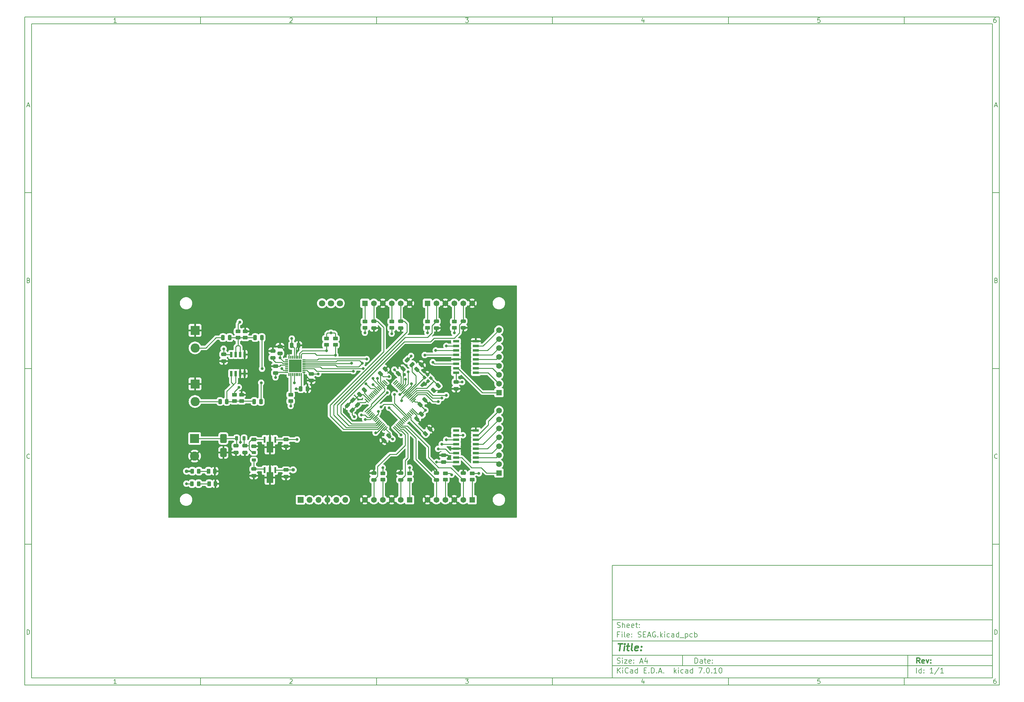
<source format=gbr>
%TF.GenerationSoftware,KiCad,Pcbnew,7.0.10*%
%TF.CreationDate,2024-04-15T18:34:20+02:00*%
%TF.ProjectId,SEAG,53454147-2e6b-4696-9361-645f70636258,rev?*%
%TF.SameCoordinates,Original*%
%TF.FileFunction,Copper,L1,Top*%
%TF.FilePolarity,Positive*%
%FSLAX46Y46*%
G04 Gerber Fmt 4.6, Leading zero omitted, Abs format (unit mm)*
G04 Created by KiCad (PCBNEW 7.0.10) date 2024-04-15 18:34:20*
%MOMM*%
%LPD*%
G01*
G04 APERTURE LIST*
G04 Aperture macros list*
%AMRoundRect*
0 Rectangle with rounded corners*
0 $1 Rounding radius*
0 $2 $3 $4 $5 $6 $7 $8 $9 X,Y pos of 4 corners*
0 Add a 4 corners polygon primitive as box body*
4,1,4,$2,$3,$4,$5,$6,$7,$8,$9,$2,$3,0*
0 Add four circle primitives for the rounded corners*
1,1,$1+$1,$2,$3*
1,1,$1+$1,$4,$5*
1,1,$1+$1,$6,$7*
1,1,$1+$1,$8,$9*
0 Add four rect primitives between the rounded corners*
20,1,$1+$1,$2,$3,$4,$5,0*
20,1,$1+$1,$4,$5,$6,$7,0*
20,1,$1+$1,$6,$7,$8,$9,0*
20,1,$1+$1,$8,$9,$2,$3,0*%
%AMRotRect*
0 Rectangle, with rotation*
0 The origin of the aperture is its center*
0 $1 length*
0 $2 width*
0 $3 Rotation angle, in degrees counterclockwise*
0 Add horizontal line*
21,1,$1,$2,0,0,$3*%
G04 Aperture macros list end*
%ADD10C,0.100000*%
%ADD11C,0.150000*%
%ADD12C,0.300000*%
%ADD13C,0.400000*%
%TA.AperFunction,ComponentPad*%
%ADD14R,2.600000X2.600000*%
%TD*%
%TA.AperFunction,ComponentPad*%
%ADD15C,2.600000*%
%TD*%
%TA.AperFunction,SMDPad,CuDef*%
%ADD16RoundRect,0.250000X-0.450000X0.262500X-0.450000X-0.262500X0.450000X-0.262500X0.450000X0.262500X0*%
%TD*%
%TA.AperFunction,SMDPad,CuDef*%
%ADD17R,0.580000X1.730000*%
%TD*%
%TA.AperFunction,SMDPad,CuDef*%
%ADD18R,0.760000X1.500000*%
%TD*%
%TA.AperFunction,SMDPad,CuDef*%
%ADD19R,1.933000X3.030000*%
%TD*%
%TA.AperFunction,SMDPad,CuDef*%
%ADD20RoundRect,0.250000X-0.250000X-0.475000X0.250000X-0.475000X0.250000X0.475000X-0.250000X0.475000X0*%
%TD*%
%TA.AperFunction,SMDPad,CuDef*%
%ADD21RoundRect,0.250000X0.475000X-0.250000X0.475000X0.250000X-0.475000X0.250000X-0.475000X-0.250000X0*%
%TD*%
%TA.AperFunction,SMDPad,CuDef*%
%ADD22R,0.650000X1.528000*%
%TD*%
%TA.AperFunction,ComponentPad*%
%ADD23R,1.650000X1.650000*%
%TD*%
%TA.AperFunction,ComponentPad*%
%ADD24C,1.650000*%
%TD*%
%TA.AperFunction,SMDPad,CuDef*%
%ADD25RoundRect,0.250000X0.250000X0.475000X-0.250000X0.475000X-0.250000X-0.475000X0.250000X-0.475000X0*%
%TD*%
%TA.AperFunction,SMDPad,CuDef*%
%ADD26RoundRect,0.250000X-0.512652X-0.159099X-0.159099X-0.512652X0.512652X0.159099X0.159099X0.512652X0*%
%TD*%
%TA.AperFunction,SMDPad,CuDef*%
%ADD27RoundRect,0.250000X0.262500X0.450000X-0.262500X0.450000X-0.262500X-0.450000X0.262500X-0.450000X0*%
%TD*%
%TA.AperFunction,SMDPad,CuDef*%
%ADD28RoundRect,0.250000X0.159099X-0.512652X0.512652X-0.159099X-0.159099X0.512652X-0.512652X0.159099X0*%
%TD*%
%TA.AperFunction,SMDPad,CuDef*%
%ADD29RoundRect,0.250000X-0.132583X0.503814X-0.503814X0.132583X0.132583X-0.503814X0.503814X-0.132583X0*%
%TD*%
%TA.AperFunction,SMDPad,CuDef*%
%ADD30RoundRect,0.250000X-0.475000X0.250000X-0.475000X-0.250000X0.475000X-0.250000X0.475000X0.250000X0*%
%TD*%
%TA.AperFunction,SMDPad,CuDef*%
%ADD31RoundRect,0.250000X0.450000X-0.262500X0.450000X0.262500X-0.450000X0.262500X-0.450000X-0.262500X0*%
%TD*%
%TA.AperFunction,SMDPad,CuDef*%
%ADD32RoundRect,0.250000X-0.159099X0.512652X-0.512652X0.159099X0.159099X-0.512652X0.512652X-0.159099X0*%
%TD*%
%TA.AperFunction,SMDPad,CuDef*%
%ADD33R,1.750000X0.800000*%
%TD*%
%TA.AperFunction,SMDPad,CuDef*%
%ADD34R,1.750000X0.700000*%
%TD*%
%TA.AperFunction,SMDPad,CuDef*%
%ADD35RotRect,0.800000X0.900000X45.000000*%
%TD*%
%TA.AperFunction,ComponentPad*%
%ADD36C,1.800000*%
%TD*%
%TA.AperFunction,SMDPad,CuDef*%
%ADD37RoundRect,0.250000X0.512652X0.159099X0.159099X0.512652X-0.512652X-0.159099X-0.159099X-0.512652X0*%
%TD*%
%TA.AperFunction,SMDPad,CuDef*%
%ADD38RoundRect,0.243750X0.243750X0.456250X-0.243750X0.456250X-0.243750X-0.456250X0.243750X-0.456250X0*%
%TD*%
%TA.AperFunction,SMDPad,CuDef*%
%ADD39RoundRect,0.250000X-0.650000X1.000000X-0.650000X-1.000000X0.650000X-1.000000X0.650000X1.000000X0*%
%TD*%
%TA.AperFunction,ComponentPad*%
%ADD40R,1.700000X1.700000*%
%TD*%
%TA.AperFunction,ComponentPad*%
%ADD41O,1.700000X1.700000*%
%TD*%
%TA.AperFunction,SMDPad,CuDef*%
%ADD42RoundRect,0.250000X-0.262500X-0.450000X0.262500X-0.450000X0.262500X0.450000X-0.262500X0.450000X0*%
%TD*%
%TA.AperFunction,SMDPad,CuDef*%
%ADD43RoundRect,0.218750X-0.381250X0.218750X-0.381250X-0.218750X0.381250X-0.218750X0.381250X0.218750X0*%
%TD*%
%TA.AperFunction,SMDPad,CuDef*%
%ADD44RoundRect,0.218750X-0.218750X-0.381250X0.218750X-0.381250X0.218750X0.381250X-0.218750X0.381250X0*%
%TD*%
%TA.AperFunction,SMDPad,CuDef*%
%ADD45R,0.300000X0.850000*%
%TD*%
%TA.AperFunction,SMDPad,CuDef*%
%ADD46R,0.850000X0.300000*%
%TD*%
%TA.AperFunction,SMDPad,CuDef*%
%ADD47R,3.600000X3.600000*%
%TD*%
%TA.AperFunction,SMDPad,CuDef*%
%ADD48RoundRect,0.075000X0.441942X0.548008X-0.548008X-0.441942X-0.441942X-0.548008X0.548008X0.441942X0*%
%TD*%
%TA.AperFunction,SMDPad,CuDef*%
%ADD49RoundRect,0.075000X-0.441942X0.548008X-0.548008X0.441942X0.441942X-0.548008X0.548008X-0.441942X0*%
%TD*%
%TA.AperFunction,ViaPad*%
%ADD50C,0.800000*%
%TD*%
%TA.AperFunction,ViaPad*%
%ADD51C,1.016000*%
%TD*%
%TA.AperFunction,ViaPad*%
%ADD52C,0.480000*%
%TD*%
%TA.AperFunction,Conductor*%
%ADD53C,0.250000*%
%TD*%
%TA.AperFunction,Conductor*%
%ADD54C,0.508000*%
%TD*%
G04 APERTURE END LIST*
D10*
D11*
X177002200Y-166007200D02*
X285002200Y-166007200D01*
X285002200Y-198007200D01*
X177002200Y-198007200D01*
X177002200Y-166007200D01*
D10*
D11*
X10000000Y-10000000D02*
X287002200Y-10000000D01*
X287002200Y-200007200D01*
X10000000Y-200007200D01*
X10000000Y-10000000D01*
D10*
D11*
X12000000Y-12000000D02*
X285002200Y-12000000D01*
X285002200Y-198007200D01*
X12000000Y-198007200D01*
X12000000Y-12000000D01*
D10*
D11*
X60000000Y-12000000D02*
X60000000Y-10000000D01*
D10*
D11*
X110000000Y-12000000D02*
X110000000Y-10000000D01*
D10*
D11*
X160000000Y-12000000D02*
X160000000Y-10000000D01*
D10*
D11*
X210000000Y-12000000D02*
X210000000Y-10000000D01*
D10*
D11*
X260000000Y-12000000D02*
X260000000Y-10000000D01*
D10*
D11*
X36089160Y-11593604D02*
X35346303Y-11593604D01*
X35717731Y-11593604D02*
X35717731Y-10293604D01*
X35717731Y-10293604D02*
X35593922Y-10479319D01*
X35593922Y-10479319D02*
X35470112Y-10603128D01*
X35470112Y-10603128D02*
X35346303Y-10665033D01*
D10*
D11*
X85346303Y-10417414D02*
X85408207Y-10355509D01*
X85408207Y-10355509D02*
X85532017Y-10293604D01*
X85532017Y-10293604D02*
X85841541Y-10293604D01*
X85841541Y-10293604D02*
X85965350Y-10355509D01*
X85965350Y-10355509D02*
X86027255Y-10417414D01*
X86027255Y-10417414D02*
X86089160Y-10541223D01*
X86089160Y-10541223D02*
X86089160Y-10665033D01*
X86089160Y-10665033D02*
X86027255Y-10850747D01*
X86027255Y-10850747D02*
X85284398Y-11593604D01*
X85284398Y-11593604D02*
X86089160Y-11593604D01*
D10*
D11*
X135284398Y-10293604D02*
X136089160Y-10293604D01*
X136089160Y-10293604D02*
X135655826Y-10788842D01*
X135655826Y-10788842D02*
X135841541Y-10788842D01*
X135841541Y-10788842D02*
X135965350Y-10850747D01*
X135965350Y-10850747D02*
X136027255Y-10912652D01*
X136027255Y-10912652D02*
X136089160Y-11036461D01*
X136089160Y-11036461D02*
X136089160Y-11345985D01*
X136089160Y-11345985D02*
X136027255Y-11469795D01*
X136027255Y-11469795D02*
X135965350Y-11531700D01*
X135965350Y-11531700D02*
X135841541Y-11593604D01*
X135841541Y-11593604D02*
X135470112Y-11593604D01*
X135470112Y-11593604D02*
X135346303Y-11531700D01*
X135346303Y-11531700D02*
X135284398Y-11469795D01*
D10*
D11*
X185965350Y-10726938D02*
X185965350Y-11593604D01*
X185655826Y-10231700D02*
X185346303Y-11160271D01*
X185346303Y-11160271D02*
X186151064Y-11160271D01*
D10*
D11*
X236027255Y-10293604D02*
X235408207Y-10293604D01*
X235408207Y-10293604D02*
X235346303Y-10912652D01*
X235346303Y-10912652D02*
X235408207Y-10850747D01*
X235408207Y-10850747D02*
X235532017Y-10788842D01*
X235532017Y-10788842D02*
X235841541Y-10788842D01*
X235841541Y-10788842D02*
X235965350Y-10850747D01*
X235965350Y-10850747D02*
X236027255Y-10912652D01*
X236027255Y-10912652D02*
X236089160Y-11036461D01*
X236089160Y-11036461D02*
X236089160Y-11345985D01*
X236089160Y-11345985D02*
X236027255Y-11469795D01*
X236027255Y-11469795D02*
X235965350Y-11531700D01*
X235965350Y-11531700D02*
X235841541Y-11593604D01*
X235841541Y-11593604D02*
X235532017Y-11593604D01*
X235532017Y-11593604D02*
X235408207Y-11531700D01*
X235408207Y-11531700D02*
X235346303Y-11469795D01*
D10*
D11*
X285965350Y-10293604D02*
X285717731Y-10293604D01*
X285717731Y-10293604D02*
X285593922Y-10355509D01*
X285593922Y-10355509D02*
X285532017Y-10417414D01*
X285532017Y-10417414D02*
X285408207Y-10603128D01*
X285408207Y-10603128D02*
X285346303Y-10850747D01*
X285346303Y-10850747D02*
X285346303Y-11345985D01*
X285346303Y-11345985D02*
X285408207Y-11469795D01*
X285408207Y-11469795D02*
X285470112Y-11531700D01*
X285470112Y-11531700D02*
X285593922Y-11593604D01*
X285593922Y-11593604D02*
X285841541Y-11593604D01*
X285841541Y-11593604D02*
X285965350Y-11531700D01*
X285965350Y-11531700D02*
X286027255Y-11469795D01*
X286027255Y-11469795D02*
X286089160Y-11345985D01*
X286089160Y-11345985D02*
X286089160Y-11036461D01*
X286089160Y-11036461D02*
X286027255Y-10912652D01*
X286027255Y-10912652D02*
X285965350Y-10850747D01*
X285965350Y-10850747D02*
X285841541Y-10788842D01*
X285841541Y-10788842D02*
X285593922Y-10788842D01*
X285593922Y-10788842D02*
X285470112Y-10850747D01*
X285470112Y-10850747D02*
X285408207Y-10912652D01*
X285408207Y-10912652D02*
X285346303Y-11036461D01*
D10*
D11*
X60000000Y-198007200D02*
X60000000Y-200007200D01*
D10*
D11*
X110000000Y-198007200D02*
X110000000Y-200007200D01*
D10*
D11*
X160000000Y-198007200D02*
X160000000Y-200007200D01*
D10*
D11*
X210000000Y-198007200D02*
X210000000Y-200007200D01*
D10*
D11*
X260000000Y-198007200D02*
X260000000Y-200007200D01*
D10*
D11*
X36089160Y-199600804D02*
X35346303Y-199600804D01*
X35717731Y-199600804D02*
X35717731Y-198300804D01*
X35717731Y-198300804D02*
X35593922Y-198486519D01*
X35593922Y-198486519D02*
X35470112Y-198610328D01*
X35470112Y-198610328D02*
X35346303Y-198672233D01*
D10*
D11*
X85346303Y-198424614D02*
X85408207Y-198362709D01*
X85408207Y-198362709D02*
X85532017Y-198300804D01*
X85532017Y-198300804D02*
X85841541Y-198300804D01*
X85841541Y-198300804D02*
X85965350Y-198362709D01*
X85965350Y-198362709D02*
X86027255Y-198424614D01*
X86027255Y-198424614D02*
X86089160Y-198548423D01*
X86089160Y-198548423D02*
X86089160Y-198672233D01*
X86089160Y-198672233D02*
X86027255Y-198857947D01*
X86027255Y-198857947D02*
X85284398Y-199600804D01*
X85284398Y-199600804D02*
X86089160Y-199600804D01*
D10*
D11*
X135284398Y-198300804D02*
X136089160Y-198300804D01*
X136089160Y-198300804D02*
X135655826Y-198796042D01*
X135655826Y-198796042D02*
X135841541Y-198796042D01*
X135841541Y-198796042D02*
X135965350Y-198857947D01*
X135965350Y-198857947D02*
X136027255Y-198919852D01*
X136027255Y-198919852D02*
X136089160Y-199043661D01*
X136089160Y-199043661D02*
X136089160Y-199353185D01*
X136089160Y-199353185D02*
X136027255Y-199476995D01*
X136027255Y-199476995D02*
X135965350Y-199538900D01*
X135965350Y-199538900D02*
X135841541Y-199600804D01*
X135841541Y-199600804D02*
X135470112Y-199600804D01*
X135470112Y-199600804D02*
X135346303Y-199538900D01*
X135346303Y-199538900D02*
X135284398Y-199476995D01*
D10*
D11*
X185965350Y-198734138D02*
X185965350Y-199600804D01*
X185655826Y-198238900D02*
X185346303Y-199167471D01*
X185346303Y-199167471D02*
X186151064Y-199167471D01*
D10*
D11*
X236027255Y-198300804D02*
X235408207Y-198300804D01*
X235408207Y-198300804D02*
X235346303Y-198919852D01*
X235346303Y-198919852D02*
X235408207Y-198857947D01*
X235408207Y-198857947D02*
X235532017Y-198796042D01*
X235532017Y-198796042D02*
X235841541Y-198796042D01*
X235841541Y-198796042D02*
X235965350Y-198857947D01*
X235965350Y-198857947D02*
X236027255Y-198919852D01*
X236027255Y-198919852D02*
X236089160Y-199043661D01*
X236089160Y-199043661D02*
X236089160Y-199353185D01*
X236089160Y-199353185D02*
X236027255Y-199476995D01*
X236027255Y-199476995D02*
X235965350Y-199538900D01*
X235965350Y-199538900D02*
X235841541Y-199600804D01*
X235841541Y-199600804D02*
X235532017Y-199600804D01*
X235532017Y-199600804D02*
X235408207Y-199538900D01*
X235408207Y-199538900D02*
X235346303Y-199476995D01*
D10*
D11*
X285965350Y-198300804D02*
X285717731Y-198300804D01*
X285717731Y-198300804D02*
X285593922Y-198362709D01*
X285593922Y-198362709D02*
X285532017Y-198424614D01*
X285532017Y-198424614D02*
X285408207Y-198610328D01*
X285408207Y-198610328D02*
X285346303Y-198857947D01*
X285346303Y-198857947D02*
X285346303Y-199353185D01*
X285346303Y-199353185D02*
X285408207Y-199476995D01*
X285408207Y-199476995D02*
X285470112Y-199538900D01*
X285470112Y-199538900D02*
X285593922Y-199600804D01*
X285593922Y-199600804D02*
X285841541Y-199600804D01*
X285841541Y-199600804D02*
X285965350Y-199538900D01*
X285965350Y-199538900D02*
X286027255Y-199476995D01*
X286027255Y-199476995D02*
X286089160Y-199353185D01*
X286089160Y-199353185D02*
X286089160Y-199043661D01*
X286089160Y-199043661D02*
X286027255Y-198919852D01*
X286027255Y-198919852D02*
X285965350Y-198857947D01*
X285965350Y-198857947D02*
X285841541Y-198796042D01*
X285841541Y-198796042D02*
X285593922Y-198796042D01*
X285593922Y-198796042D02*
X285470112Y-198857947D01*
X285470112Y-198857947D02*
X285408207Y-198919852D01*
X285408207Y-198919852D02*
X285346303Y-199043661D01*
D10*
D11*
X10000000Y-60000000D02*
X12000000Y-60000000D01*
D10*
D11*
X10000000Y-110000000D02*
X12000000Y-110000000D01*
D10*
D11*
X10000000Y-160000000D02*
X12000000Y-160000000D01*
D10*
D11*
X10690476Y-35222176D02*
X11309523Y-35222176D01*
X10566666Y-35593604D02*
X10999999Y-34293604D01*
X10999999Y-34293604D02*
X11433333Y-35593604D01*
D10*
D11*
X11092857Y-84912652D02*
X11278571Y-84974557D01*
X11278571Y-84974557D02*
X11340476Y-85036461D01*
X11340476Y-85036461D02*
X11402380Y-85160271D01*
X11402380Y-85160271D02*
X11402380Y-85345985D01*
X11402380Y-85345985D02*
X11340476Y-85469795D01*
X11340476Y-85469795D02*
X11278571Y-85531700D01*
X11278571Y-85531700D02*
X11154761Y-85593604D01*
X11154761Y-85593604D02*
X10659523Y-85593604D01*
X10659523Y-85593604D02*
X10659523Y-84293604D01*
X10659523Y-84293604D02*
X11092857Y-84293604D01*
X11092857Y-84293604D02*
X11216666Y-84355509D01*
X11216666Y-84355509D02*
X11278571Y-84417414D01*
X11278571Y-84417414D02*
X11340476Y-84541223D01*
X11340476Y-84541223D02*
X11340476Y-84665033D01*
X11340476Y-84665033D02*
X11278571Y-84788842D01*
X11278571Y-84788842D02*
X11216666Y-84850747D01*
X11216666Y-84850747D02*
X11092857Y-84912652D01*
X11092857Y-84912652D02*
X10659523Y-84912652D01*
D10*
D11*
X11402380Y-135469795D02*
X11340476Y-135531700D01*
X11340476Y-135531700D02*
X11154761Y-135593604D01*
X11154761Y-135593604D02*
X11030952Y-135593604D01*
X11030952Y-135593604D02*
X10845238Y-135531700D01*
X10845238Y-135531700D02*
X10721428Y-135407890D01*
X10721428Y-135407890D02*
X10659523Y-135284080D01*
X10659523Y-135284080D02*
X10597619Y-135036461D01*
X10597619Y-135036461D02*
X10597619Y-134850747D01*
X10597619Y-134850747D02*
X10659523Y-134603128D01*
X10659523Y-134603128D02*
X10721428Y-134479319D01*
X10721428Y-134479319D02*
X10845238Y-134355509D01*
X10845238Y-134355509D02*
X11030952Y-134293604D01*
X11030952Y-134293604D02*
X11154761Y-134293604D01*
X11154761Y-134293604D02*
X11340476Y-134355509D01*
X11340476Y-134355509D02*
X11402380Y-134417414D01*
D10*
D11*
X10659523Y-185593604D02*
X10659523Y-184293604D01*
X10659523Y-184293604D02*
X10969047Y-184293604D01*
X10969047Y-184293604D02*
X11154761Y-184355509D01*
X11154761Y-184355509D02*
X11278571Y-184479319D01*
X11278571Y-184479319D02*
X11340476Y-184603128D01*
X11340476Y-184603128D02*
X11402380Y-184850747D01*
X11402380Y-184850747D02*
X11402380Y-185036461D01*
X11402380Y-185036461D02*
X11340476Y-185284080D01*
X11340476Y-185284080D02*
X11278571Y-185407890D01*
X11278571Y-185407890D02*
X11154761Y-185531700D01*
X11154761Y-185531700D02*
X10969047Y-185593604D01*
X10969047Y-185593604D02*
X10659523Y-185593604D01*
D10*
D11*
X287002200Y-60000000D02*
X285002200Y-60000000D01*
D10*
D11*
X287002200Y-110000000D02*
X285002200Y-110000000D01*
D10*
D11*
X287002200Y-160000000D02*
X285002200Y-160000000D01*
D10*
D11*
X285692676Y-35222176D02*
X286311723Y-35222176D01*
X285568866Y-35593604D02*
X286002199Y-34293604D01*
X286002199Y-34293604D02*
X286435533Y-35593604D01*
D10*
D11*
X286095057Y-84912652D02*
X286280771Y-84974557D01*
X286280771Y-84974557D02*
X286342676Y-85036461D01*
X286342676Y-85036461D02*
X286404580Y-85160271D01*
X286404580Y-85160271D02*
X286404580Y-85345985D01*
X286404580Y-85345985D02*
X286342676Y-85469795D01*
X286342676Y-85469795D02*
X286280771Y-85531700D01*
X286280771Y-85531700D02*
X286156961Y-85593604D01*
X286156961Y-85593604D02*
X285661723Y-85593604D01*
X285661723Y-85593604D02*
X285661723Y-84293604D01*
X285661723Y-84293604D02*
X286095057Y-84293604D01*
X286095057Y-84293604D02*
X286218866Y-84355509D01*
X286218866Y-84355509D02*
X286280771Y-84417414D01*
X286280771Y-84417414D02*
X286342676Y-84541223D01*
X286342676Y-84541223D02*
X286342676Y-84665033D01*
X286342676Y-84665033D02*
X286280771Y-84788842D01*
X286280771Y-84788842D02*
X286218866Y-84850747D01*
X286218866Y-84850747D02*
X286095057Y-84912652D01*
X286095057Y-84912652D02*
X285661723Y-84912652D01*
D10*
D11*
X286404580Y-135469795D02*
X286342676Y-135531700D01*
X286342676Y-135531700D02*
X286156961Y-135593604D01*
X286156961Y-135593604D02*
X286033152Y-135593604D01*
X286033152Y-135593604D02*
X285847438Y-135531700D01*
X285847438Y-135531700D02*
X285723628Y-135407890D01*
X285723628Y-135407890D02*
X285661723Y-135284080D01*
X285661723Y-135284080D02*
X285599819Y-135036461D01*
X285599819Y-135036461D02*
X285599819Y-134850747D01*
X285599819Y-134850747D02*
X285661723Y-134603128D01*
X285661723Y-134603128D02*
X285723628Y-134479319D01*
X285723628Y-134479319D02*
X285847438Y-134355509D01*
X285847438Y-134355509D02*
X286033152Y-134293604D01*
X286033152Y-134293604D02*
X286156961Y-134293604D01*
X286156961Y-134293604D02*
X286342676Y-134355509D01*
X286342676Y-134355509D02*
X286404580Y-134417414D01*
D10*
D11*
X285661723Y-185593604D02*
X285661723Y-184293604D01*
X285661723Y-184293604D02*
X285971247Y-184293604D01*
X285971247Y-184293604D02*
X286156961Y-184355509D01*
X286156961Y-184355509D02*
X286280771Y-184479319D01*
X286280771Y-184479319D02*
X286342676Y-184603128D01*
X286342676Y-184603128D02*
X286404580Y-184850747D01*
X286404580Y-184850747D02*
X286404580Y-185036461D01*
X286404580Y-185036461D02*
X286342676Y-185284080D01*
X286342676Y-185284080D02*
X286280771Y-185407890D01*
X286280771Y-185407890D02*
X286156961Y-185531700D01*
X286156961Y-185531700D02*
X285971247Y-185593604D01*
X285971247Y-185593604D02*
X285661723Y-185593604D01*
D10*
D11*
X200458026Y-193793328D02*
X200458026Y-192293328D01*
X200458026Y-192293328D02*
X200815169Y-192293328D01*
X200815169Y-192293328D02*
X201029455Y-192364757D01*
X201029455Y-192364757D02*
X201172312Y-192507614D01*
X201172312Y-192507614D02*
X201243741Y-192650471D01*
X201243741Y-192650471D02*
X201315169Y-192936185D01*
X201315169Y-192936185D02*
X201315169Y-193150471D01*
X201315169Y-193150471D02*
X201243741Y-193436185D01*
X201243741Y-193436185D02*
X201172312Y-193579042D01*
X201172312Y-193579042D02*
X201029455Y-193721900D01*
X201029455Y-193721900D02*
X200815169Y-193793328D01*
X200815169Y-193793328D02*
X200458026Y-193793328D01*
X202600884Y-193793328D02*
X202600884Y-193007614D01*
X202600884Y-193007614D02*
X202529455Y-192864757D01*
X202529455Y-192864757D02*
X202386598Y-192793328D01*
X202386598Y-192793328D02*
X202100884Y-192793328D01*
X202100884Y-192793328D02*
X201958026Y-192864757D01*
X202600884Y-193721900D02*
X202458026Y-193793328D01*
X202458026Y-193793328D02*
X202100884Y-193793328D01*
X202100884Y-193793328D02*
X201958026Y-193721900D01*
X201958026Y-193721900D02*
X201886598Y-193579042D01*
X201886598Y-193579042D02*
X201886598Y-193436185D01*
X201886598Y-193436185D02*
X201958026Y-193293328D01*
X201958026Y-193293328D02*
X202100884Y-193221900D01*
X202100884Y-193221900D02*
X202458026Y-193221900D01*
X202458026Y-193221900D02*
X202600884Y-193150471D01*
X203100884Y-192793328D02*
X203672312Y-192793328D01*
X203315169Y-192293328D02*
X203315169Y-193579042D01*
X203315169Y-193579042D02*
X203386598Y-193721900D01*
X203386598Y-193721900D02*
X203529455Y-193793328D01*
X203529455Y-193793328D02*
X203672312Y-193793328D01*
X204743741Y-193721900D02*
X204600884Y-193793328D01*
X204600884Y-193793328D02*
X204315170Y-193793328D01*
X204315170Y-193793328D02*
X204172312Y-193721900D01*
X204172312Y-193721900D02*
X204100884Y-193579042D01*
X204100884Y-193579042D02*
X204100884Y-193007614D01*
X204100884Y-193007614D02*
X204172312Y-192864757D01*
X204172312Y-192864757D02*
X204315170Y-192793328D01*
X204315170Y-192793328D02*
X204600884Y-192793328D01*
X204600884Y-192793328D02*
X204743741Y-192864757D01*
X204743741Y-192864757D02*
X204815170Y-193007614D01*
X204815170Y-193007614D02*
X204815170Y-193150471D01*
X204815170Y-193150471D02*
X204100884Y-193293328D01*
X205458026Y-193650471D02*
X205529455Y-193721900D01*
X205529455Y-193721900D02*
X205458026Y-193793328D01*
X205458026Y-193793328D02*
X205386598Y-193721900D01*
X205386598Y-193721900D02*
X205458026Y-193650471D01*
X205458026Y-193650471D02*
X205458026Y-193793328D01*
X205458026Y-192864757D02*
X205529455Y-192936185D01*
X205529455Y-192936185D02*
X205458026Y-193007614D01*
X205458026Y-193007614D02*
X205386598Y-192936185D01*
X205386598Y-192936185D02*
X205458026Y-192864757D01*
X205458026Y-192864757D02*
X205458026Y-193007614D01*
D10*
D11*
X177002200Y-194507200D02*
X285002200Y-194507200D01*
D10*
D11*
X178458026Y-196593328D02*
X178458026Y-195093328D01*
X179315169Y-196593328D02*
X178672312Y-195736185D01*
X179315169Y-195093328D02*
X178458026Y-195950471D01*
X179958026Y-196593328D02*
X179958026Y-195593328D01*
X179958026Y-195093328D02*
X179886598Y-195164757D01*
X179886598Y-195164757D02*
X179958026Y-195236185D01*
X179958026Y-195236185D02*
X180029455Y-195164757D01*
X180029455Y-195164757D02*
X179958026Y-195093328D01*
X179958026Y-195093328D02*
X179958026Y-195236185D01*
X181529455Y-196450471D02*
X181458027Y-196521900D01*
X181458027Y-196521900D02*
X181243741Y-196593328D01*
X181243741Y-196593328D02*
X181100884Y-196593328D01*
X181100884Y-196593328D02*
X180886598Y-196521900D01*
X180886598Y-196521900D02*
X180743741Y-196379042D01*
X180743741Y-196379042D02*
X180672312Y-196236185D01*
X180672312Y-196236185D02*
X180600884Y-195950471D01*
X180600884Y-195950471D02*
X180600884Y-195736185D01*
X180600884Y-195736185D02*
X180672312Y-195450471D01*
X180672312Y-195450471D02*
X180743741Y-195307614D01*
X180743741Y-195307614D02*
X180886598Y-195164757D01*
X180886598Y-195164757D02*
X181100884Y-195093328D01*
X181100884Y-195093328D02*
X181243741Y-195093328D01*
X181243741Y-195093328D02*
X181458027Y-195164757D01*
X181458027Y-195164757D02*
X181529455Y-195236185D01*
X182815170Y-196593328D02*
X182815170Y-195807614D01*
X182815170Y-195807614D02*
X182743741Y-195664757D01*
X182743741Y-195664757D02*
X182600884Y-195593328D01*
X182600884Y-195593328D02*
X182315170Y-195593328D01*
X182315170Y-195593328D02*
X182172312Y-195664757D01*
X182815170Y-196521900D02*
X182672312Y-196593328D01*
X182672312Y-196593328D02*
X182315170Y-196593328D01*
X182315170Y-196593328D02*
X182172312Y-196521900D01*
X182172312Y-196521900D02*
X182100884Y-196379042D01*
X182100884Y-196379042D02*
X182100884Y-196236185D01*
X182100884Y-196236185D02*
X182172312Y-196093328D01*
X182172312Y-196093328D02*
X182315170Y-196021900D01*
X182315170Y-196021900D02*
X182672312Y-196021900D01*
X182672312Y-196021900D02*
X182815170Y-195950471D01*
X184172313Y-196593328D02*
X184172313Y-195093328D01*
X184172313Y-196521900D02*
X184029455Y-196593328D01*
X184029455Y-196593328D02*
X183743741Y-196593328D01*
X183743741Y-196593328D02*
X183600884Y-196521900D01*
X183600884Y-196521900D02*
X183529455Y-196450471D01*
X183529455Y-196450471D02*
X183458027Y-196307614D01*
X183458027Y-196307614D02*
X183458027Y-195879042D01*
X183458027Y-195879042D02*
X183529455Y-195736185D01*
X183529455Y-195736185D02*
X183600884Y-195664757D01*
X183600884Y-195664757D02*
X183743741Y-195593328D01*
X183743741Y-195593328D02*
X184029455Y-195593328D01*
X184029455Y-195593328D02*
X184172313Y-195664757D01*
X186029455Y-195807614D02*
X186529455Y-195807614D01*
X186743741Y-196593328D02*
X186029455Y-196593328D01*
X186029455Y-196593328D02*
X186029455Y-195093328D01*
X186029455Y-195093328D02*
X186743741Y-195093328D01*
X187386598Y-196450471D02*
X187458027Y-196521900D01*
X187458027Y-196521900D02*
X187386598Y-196593328D01*
X187386598Y-196593328D02*
X187315170Y-196521900D01*
X187315170Y-196521900D02*
X187386598Y-196450471D01*
X187386598Y-196450471D02*
X187386598Y-196593328D01*
X188100884Y-196593328D02*
X188100884Y-195093328D01*
X188100884Y-195093328D02*
X188458027Y-195093328D01*
X188458027Y-195093328D02*
X188672313Y-195164757D01*
X188672313Y-195164757D02*
X188815170Y-195307614D01*
X188815170Y-195307614D02*
X188886599Y-195450471D01*
X188886599Y-195450471D02*
X188958027Y-195736185D01*
X188958027Y-195736185D02*
X188958027Y-195950471D01*
X188958027Y-195950471D02*
X188886599Y-196236185D01*
X188886599Y-196236185D02*
X188815170Y-196379042D01*
X188815170Y-196379042D02*
X188672313Y-196521900D01*
X188672313Y-196521900D02*
X188458027Y-196593328D01*
X188458027Y-196593328D02*
X188100884Y-196593328D01*
X189600884Y-196450471D02*
X189672313Y-196521900D01*
X189672313Y-196521900D02*
X189600884Y-196593328D01*
X189600884Y-196593328D02*
X189529456Y-196521900D01*
X189529456Y-196521900D02*
X189600884Y-196450471D01*
X189600884Y-196450471D02*
X189600884Y-196593328D01*
X190243742Y-196164757D02*
X190958028Y-196164757D01*
X190100885Y-196593328D02*
X190600885Y-195093328D01*
X190600885Y-195093328D02*
X191100885Y-196593328D01*
X191600884Y-196450471D02*
X191672313Y-196521900D01*
X191672313Y-196521900D02*
X191600884Y-196593328D01*
X191600884Y-196593328D02*
X191529456Y-196521900D01*
X191529456Y-196521900D02*
X191600884Y-196450471D01*
X191600884Y-196450471D02*
X191600884Y-196593328D01*
X194600884Y-196593328D02*
X194600884Y-195093328D01*
X194743742Y-196021900D02*
X195172313Y-196593328D01*
X195172313Y-195593328D02*
X194600884Y-196164757D01*
X195815170Y-196593328D02*
X195815170Y-195593328D01*
X195815170Y-195093328D02*
X195743742Y-195164757D01*
X195743742Y-195164757D02*
X195815170Y-195236185D01*
X195815170Y-195236185D02*
X195886599Y-195164757D01*
X195886599Y-195164757D02*
X195815170Y-195093328D01*
X195815170Y-195093328D02*
X195815170Y-195236185D01*
X197172314Y-196521900D02*
X197029456Y-196593328D01*
X197029456Y-196593328D02*
X196743742Y-196593328D01*
X196743742Y-196593328D02*
X196600885Y-196521900D01*
X196600885Y-196521900D02*
X196529456Y-196450471D01*
X196529456Y-196450471D02*
X196458028Y-196307614D01*
X196458028Y-196307614D02*
X196458028Y-195879042D01*
X196458028Y-195879042D02*
X196529456Y-195736185D01*
X196529456Y-195736185D02*
X196600885Y-195664757D01*
X196600885Y-195664757D02*
X196743742Y-195593328D01*
X196743742Y-195593328D02*
X197029456Y-195593328D01*
X197029456Y-195593328D02*
X197172314Y-195664757D01*
X198458028Y-196593328D02*
X198458028Y-195807614D01*
X198458028Y-195807614D02*
X198386599Y-195664757D01*
X198386599Y-195664757D02*
X198243742Y-195593328D01*
X198243742Y-195593328D02*
X197958028Y-195593328D01*
X197958028Y-195593328D02*
X197815170Y-195664757D01*
X198458028Y-196521900D02*
X198315170Y-196593328D01*
X198315170Y-196593328D02*
X197958028Y-196593328D01*
X197958028Y-196593328D02*
X197815170Y-196521900D01*
X197815170Y-196521900D02*
X197743742Y-196379042D01*
X197743742Y-196379042D02*
X197743742Y-196236185D01*
X197743742Y-196236185D02*
X197815170Y-196093328D01*
X197815170Y-196093328D02*
X197958028Y-196021900D01*
X197958028Y-196021900D02*
X198315170Y-196021900D01*
X198315170Y-196021900D02*
X198458028Y-195950471D01*
X199815171Y-196593328D02*
X199815171Y-195093328D01*
X199815171Y-196521900D02*
X199672313Y-196593328D01*
X199672313Y-196593328D02*
X199386599Y-196593328D01*
X199386599Y-196593328D02*
X199243742Y-196521900D01*
X199243742Y-196521900D02*
X199172313Y-196450471D01*
X199172313Y-196450471D02*
X199100885Y-196307614D01*
X199100885Y-196307614D02*
X199100885Y-195879042D01*
X199100885Y-195879042D02*
X199172313Y-195736185D01*
X199172313Y-195736185D02*
X199243742Y-195664757D01*
X199243742Y-195664757D02*
X199386599Y-195593328D01*
X199386599Y-195593328D02*
X199672313Y-195593328D01*
X199672313Y-195593328D02*
X199815171Y-195664757D01*
X201529456Y-195093328D02*
X202529456Y-195093328D01*
X202529456Y-195093328D02*
X201886599Y-196593328D01*
X203100884Y-196450471D02*
X203172313Y-196521900D01*
X203172313Y-196521900D02*
X203100884Y-196593328D01*
X203100884Y-196593328D02*
X203029456Y-196521900D01*
X203029456Y-196521900D02*
X203100884Y-196450471D01*
X203100884Y-196450471D02*
X203100884Y-196593328D01*
X204100885Y-195093328D02*
X204243742Y-195093328D01*
X204243742Y-195093328D02*
X204386599Y-195164757D01*
X204386599Y-195164757D02*
X204458028Y-195236185D01*
X204458028Y-195236185D02*
X204529456Y-195379042D01*
X204529456Y-195379042D02*
X204600885Y-195664757D01*
X204600885Y-195664757D02*
X204600885Y-196021900D01*
X204600885Y-196021900D02*
X204529456Y-196307614D01*
X204529456Y-196307614D02*
X204458028Y-196450471D01*
X204458028Y-196450471D02*
X204386599Y-196521900D01*
X204386599Y-196521900D02*
X204243742Y-196593328D01*
X204243742Y-196593328D02*
X204100885Y-196593328D01*
X204100885Y-196593328D02*
X203958028Y-196521900D01*
X203958028Y-196521900D02*
X203886599Y-196450471D01*
X203886599Y-196450471D02*
X203815170Y-196307614D01*
X203815170Y-196307614D02*
X203743742Y-196021900D01*
X203743742Y-196021900D02*
X203743742Y-195664757D01*
X203743742Y-195664757D02*
X203815170Y-195379042D01*
X203815170Y-195379042D02*
X203886599Y-195236185D01*
X203886599Y-195236185D02*
X203958028Y-195164757D01*
X203958028Y-195164757D02*
X204100885Y-195093328D01*
X205243741Y-196450471D02*
X205315170Y-196521900D01*
X205315170Y-196521900D02*
X205243741Y-196593328D01*
X205243741Y-196593328D02*
X205172313Y-196521900D01*
X205172313Y-196521900D02*
X205243741Y-196450471D01*
X205243741Y-196450471D02*
X205243741Y-196593328D01*
X206743742Y-196593328D02*
X205886599Y-196593328D01*
X206315170Y-196593328D02*
X206315170Y-195093328D01*
X206315170Y-195093328D02*
X206172313Y-195307614D01*
X206172313Y-195307614D02*
X206029456Y-195450471D01*
X206029456Y-195450471D02*
X205886599Y-195521900D01*
X207672313Y-195093328D02*
X207815170Y-195093328D01*
X207815170Y-195093328D02*
X207958027Y-195164757D01*
X207958027Y-195164757D02*
X208029456Y-195236185D01*
X208029456Y-195236185D02*
X208100884Y-195379042D01*
X208100884Y-195379042D02*
X208172313Y-195664757D01*
X208172313Y-195664757D02*
X208172313Y-196021900D01*
X208172313Y-196021900D02*
X208100884Y-196307614D01*
X208100884Y-196307614D02*
X208029456Y-196450471D01*
X208029456Y-196450471D02*
X207958027Y-196521900D01*
X207958027Y-196521900D02*
X207815170Y-196593328D01*
X207815170Y-196593328D02*
X207672313Y-196593328D01*
X207672313Y-196593328D02*
X207529456Y-196521900D01*
X207529456Y-196521900D02*
X207458027Y-196450471D01*
X207458027Y-196450471D02*
X207386598Y-196307614D01*
X207386598Y-196307614D02*
X207315170Y-196021900D01*
X207315170Y-196021900D02*
X207315170Y-195664757D01*
X207315170Y-195664757D02*
X207386598Y-195379042D01*
X207386598Y-195379042D02*
X207458027Y-195236185D01*
X207458027Y-195236185D02*
X207529456Y-195164757D01*
X207529456Y-195164757D02*
X207672313Y-195093328D01*
D10*
D11*
X177002200Y-191507200D02*
X285002200Y-191507200D01*
D10*
D12*
X264413853Y-193785528D02*
X263913853Y-193071242D01*
X263556710Y-193785528D02*
X263556710Y-192285528D01*
X263556710Y-192285528D02*
X264128139Y-192285528D01*
X264128139Y-192285528D02*
X264270996Y-192356957D01*
X264270996Y-192356957D02*
X264342425Y-192428385D01*
X264342425Y-192428385D02*
X264413853Y-192571242D01*
X264413853Y-192571242D02*
X264413853Y-192785528D01*
X264413853Y-192785528D02*
X264342425Y-192928385D01*
X264342425Y-192928385D02*
X264270996Y-192999814D01*
X264270996Y-192999814D02*
X264128139Y-193071242D01*
X264128139Y-193071242D02*
X263556710Y-193071242D01*
X265628139Y-193714100D02*
X265485282Y-193785528D01*
X265485282Y-193785528D02*
X265199568Y-193785528D01*
X265199568Y-193785528D02*
X265056710Y-193714100D01*
X265056710Y-193714100D02*
X264985282Y-193571242D01*
X264985282Y-193571242D02*
X264985282Y-192999814D01*
X264985282Y-192999814D02*
X265056710Y-192856957D01*
X265056710Y-192856957D02*
X265199568Y-192785528D01*
X265199568Y-192785528D02*
X265485282Y-192785528D01*
X265485282Y-192785528D02*
X265628139Y-192856957D01*
X265628139Y-192856957D02*
X265699568Y-192999814D01*
X265699568Y-192999814D02*
X265699568Y-193142671D01*
X265699568Y-193142671D02*
X264985282Y-193285528D01*
X266199567Y-192785528D02*
X266556710Y-193785528D01*
X266556710Y-193785528D02*
X266913853Y-192785528D01*
X267485281Y-193642671D02*
X267556710Y-193714100D01*
X267556710Y-193714100D02*
X267485281Y-193785528D01*
X267485281Y-193785528D02*
X267413853Y-193714100D01*
X267413853Y-193714100D02*
X267485281Y-193642671D01*
X267485281Y-193642671D02*
X267485281Y-193785528D01*
X267485281Y-192856957D02*
X267556710Y-192928385D01*
X267556710Y-192928385D02*
X267485281Y-192999814D01*
X267485281Y-192999814D02*
X267413853Y-192928385D01*
X267413853Y-192928385D02*
X267485281Y-192856957D01*
X267485281Y-192856957D02*
X267485281Y-192999814D01*
D10*
D11*
X178386598Y-193721900D02*
X178600884Y-193793328D01*
X178600884Y-193793328D02*
X178958026Y-193793328D01*
X178958026Y-193793328D02*
X179100884Y-193721900D01*
X179100884Y-193721900D02*
X179172312Y-193650471D01*
X179172312Y-193650471D02*
X179243741Y-193507614D01*
X179243741Y-193507614D02*
X179243741Y-193364757D01*
X179243741Y-193364757D02*
X179172312Y-193221900D01*
X179172312Y-193221900D02*
X179100884Y-193150471D01*
X179100884Y-193150471D02*
X178958026Y-193079042D01*
X178958026Y-193079042D02*
X178672312Y-193007614D01*
X178672312Y-193007614D02*
X178529455Y-192936185D01*
X178529455Y-192936185D02*
X178458026Y-192864757D01*
X178458026Y-192864757D02*
X178386598Y-192721900D01*
X178386598Y-192721900D02*
X178386598Y-192579042D01*
X178386598Y-192579042D02*
X178458026Y-192436185D01*
X178458026Y-192436185D02*
X178529455Y-192364757D01*
X178529455Y-192364757D02*
X178672312Y-192293328D01*
X178672312Y-192293328D02*
X179029455Y-192293328D01*
X179029455Y-192293328D02*
X179243741Y-192364757D01*
X179886597Y-193793328D02*
X179886597Y-192793328D01*
X179886597Y-192293328D02*
X179815169Y-192364757D01*
X179815169Y-192364757D02*
X179886597Y-192436185D01*
X179886597Y-192436185D02*
X179958026Y-192364757D01*
X179958026Y-192364757D02*
X179886597Y-192293328D01*
X179886597Y-192293328D02*
X179886597Y-192436185D01*
X180458026Y-192793328D02*
X181243741Y-192793328D01*
X181243741Y-192793328D02*
X180458026Y-193793328D01*
X180458026Y-193793328D02*
X181243741Y-193793328D01*
X182386598Y-193721900D02*
X182243741Y-193793328D01*
X182243741Y-193793328D02*
X181958027Y-193793328D01*
X181958027Y-193793328D02*
X181815169Y-193721900D01*
X181815169Y-193721900D02*
X181743741Y-193579042D01*
X181743741Y-193579042D02*
X181743741Y-193007614D01*
X181743741Y-193007614D02*
X181815169Y-192864757D01*
X181815169Y-192864757D02*
X181958027Y-192793328D01*
X181958027Y-192793328D02*
X182243741Y-192793328D01*
X182243741Y-192793328D02*
X182386598Y-192864757D01*
X182386598Y-192864757D02*
X182458027Y-193007614D01*
X182458027Y-193007614D02*
X182458027Y-193150471D01*
X182458027Y-193150471D02*
X181743741Y-193293328D01*
X183100883Y-193650471D02*
X183172312Y-193721900D01*
X183172312Y-193721900D02*
X183100883Y-193793328D01*
X183100883Y-193793328D02*
X183029455Y-193721900D01*
X183029455Y-193721900D02*
X183100883Y-193650471D01*
X183100883Y-193650471D02*
X183100883Y-193793328D01*
X183100883Y-192864757D02*
X183172312Y-192936185D01*
X183172312Y-192936185D02*
X183100883Y-193007614D01*
X183100883Y-193007614D02*
X183029455Y-192936185D01*
X183029455Y-192936185D02*
X183100883Y-192864757D01*
X183100883Y-192864757D02*
X183100883Y-193007614D01*
X184886598Y-193364757D02*
X185600884Y-193364757D01*
X184743741Y-193793328D02*
X185243741Y-192293328D01*
X185243741Y-192293328D02*
X185743741Y-193793328D01*
X186886598Y-192793328D02*
X186886598Y-193793328D01*
X186529455Y-192221900D02*
X186172312Y-193293328D01*
X186172312Y-193293328D02*
X187100883Y-193293328D01*
D10*
D11*
X263458026Y-196593328D02*
X263458026Y-195093328D01*
X264815170Y-196593328D02*
X264815170Y-195093328D01*
X264815170Y-196521900D02*
X264672312Y-196593328D01*
X264672312Y-196593328D02*
X264386598Y-196593328D01*
X264386598Y-196593328D02*
X264243741Y-196521900D01*
X264243741Y-196521900D02*
X264172312Y-196450471D01*
X264172312Y-196450471D02*
X264100884Y-196307614D01*
X264100884Y-196307614D02*
X264100884Y-195879042D01*
X264100884Y-195879042D02*
X264172312Y-195736185D01*
X264172312Y-195736185D02*
X264243741Y-195664757D01*
X264243741Y-195664757D02*
X264386598Y-195593328D01*
X264386598Y-195593328D02*
X264672312Y-195593328D01*
X264672312Y-195593328D02*
X264815170Y-195664757D01*
X265529455Y-196450471D02*
X265600884Y-196521900D01*
X265600884Y-196521900D02*
X265529455Y-196593328D01*
X265529455Y-196593328D02*
X265458027Y-196521900D01*
X265458027Y-196521900D02*
X265529455Y-196450471D01*
X265529455Y-196450471D02*
X265529455Y-196593328D01*
X265529455Y-195664757D02*
X265600884Y-195736185D01*
X265600884Y-195736185D02*
X265529455Y-195807614D01*
X265529455Y-195807614D02*
X265458027Y-195736185D01*
X265458027Y-195736185D02*
X265529455Y-195664757D01*
X265529455Y-195664757D02*
X265529455Y-195807614D01*
X268172313Y-196593328D02*
X267315170Y-196593328D01*
X267743741Y-196593328D02*
X267743741Y-195093328D01*
X267743741Y-195093328D02*
X267600884Y-195307614D01*
X267600884Y-195307614D02*
X267458027Y-195450471D01*
X267458027Y-195450471D02*
X267315170Y-195521900D01*
X269886598Y-195021900D02*
X268600884Y-196950471D01*
X271172313Y-196593328D02*
X270315170Y-196593328D01*
X270743741Y-196593328D02*
X270743741Y-195093328D01*
X270743741Y-195093328D02*
X270600884Y-195307614D01*
X270600884Y-195307614D02*
X270458027Y-195450471D01*
X270458027Y-195450471D02*
X270315170Y-195521900D01*
D10*
D11*
X177002200Y-187507200D02*
X285002200Y-187507200D01*
D10*
D13*
X178693928Y-188211638D02*
X179836785Y-188211638D01*
X179015357Y-190211638D02*
X179265357Y-188211638D01*
X180253452Y-190211638D02*
X180420119Y-188878304D01*
X180503452Y-188211638D02*
X180396309Y-188306876D01*
X180396309Y-188306876D02*
X180479643Y-188402114D01*
X180479643Y-188402114D02*
X180586786Y-188306876D01*
X180586786Y-188306876D02*
X180503452Y-188211638D01*
X180503452Y-188211638D02*
X180479643Y-188402114D01*
X181086786Y-188878304D02*
X181848690Y-188878304D01*
X181455833Y-188211638D02*
X181241548Y-189925923D01*
X181241548Y-189925923D02*
X181312976Y-190116400D01*
X181312976Y-190116400D02*
X181491548Y-190211638D01*
X181491548Y-190211638D02*
X181682024Y-190211638D01*
X182634405Y-190211638D02*
X182455833Y-190116400D01*
X182455833Y-190116400D02*
X182384405Y-189925923D01*
X182384405Y-189925923D02*
X182598690Y-188211638D01*
X184170119Y-190116400D02*
X183967738Y-190211638D01*
X183967738Y-190211638D02*
X183586785Y-190211638D01*
X183586785Y-190211638D02*
X183408214Y-190116400D01*
X183408214Y-190116400D02*
X183336785Y-189925923D01*
X183336785Y-189925923D02*
X183432024Y-189164019D01*
X183432024Y-189164019D02*
X183551071Y-188973542D01*
X183551071Y-188973542D02*
X183753452Y-188878304D01*
X183753452Y-188878304D02*
X184134404Y-188878304D01*
X184134404Y-188878304D02*
X184312976Y-188973542D01*
X184312976Y-188973542D02*
X184384404Y-189164019D01*
X184384404Y-189164019D02*
X184360595Y-189354495D01*
X184360595Y-189354495D02*
X183384404Y-189544971D01*
X185134405Y-190021161D02*
X185217738Y-190116400D01*
X185217738Y-190116400D02*
X185110595Y-190211638D01*
X185110595Y-190211638D02*
X185027262Y-190116400D01*
X185027262Y-190116400D02*
X185134405Y-190021161D01*
X185134405Y-190021161D02*
X185110595Y-190211638D01*
X185265357Y-188973542D02*
X185348690Y-189068780D01*
X185348690Y-189068780D02*
X185241548Y-189164019D01*
X185241548Y-189164019D02*
X185158214Y-189068780D01*
X185158214Y-189068780D02*
X185265357Y-188973542D01*
X185265357Y-188973542D02*
X185241548Y-189164019D01*
D10*
D11*
X178958026Y-185607614D02*
X178458026Y-185607614D01*
X178458026Y-186393328D02*
X178458026Y-184893328D01*
X178458026Y-184893328D02*
X179172312Y-184893328D01*
X179743740Y-186393328D02*
X179743740Y-185393328D01*
X179743740Y-184893328D02*
X179672312Y-184964757D01*
X179672312Y-184964757D02*
X179743740Y-185036185D01*
X179743740Y-185036185D02*
X179815169Y-184964757D01*
X179815169Y-184964757D02*
X179743740Y-184893328D01*
X179743740Y-184893328D02*
X179743740Y-185036185D01*
X180672312Y-186393328D02*
X180529455Y-186321900D01*
X180529455Y-186321900D02*
X180458026Y-186179042D01*
X180458026Y-186179042D02*
X180458026Y-184893328D01*
X181815169Y-186321900D02*
X181672312Y-186393328D01*
X181672312Y-186393328D02*
X181386598Y-186393328D01*
X181386598Y-186393328D02*
X181243740Y-186321900D01*
X181243740Y-186321900D02*
X181172312Y-186179042D01*
X181172312Y-186179042D02*
X181172312Y-185607614D01*
X181172312Y-185607614D02*
X181243740Y-185464757D01*
X181243740Y-185464757D02*
X181386598Y-185393328D01*
X181386598Y-185393328D02*
X181672312Y-185393328D01*
X181672312Y-185393328D02*
X181815169Y-185464757D01*
X181815169Y-185464757D02*
X181886598Y-185607614D01*
X181886598Y-185607614D02*
X181886598Y-185750471D01*
X181886598Y-185750471D02*
X181172312Y-185893328D01*
X182529454Y-186250471D02*
X182600883Y-186321900D01*
X182600883Y-186321900D02*
X182529454Y-186393328D01*
X182529454Y-186393328D02*
X182458026Y-186321900D01*
X182458026Y-186321900D02*
X182529454Y-186250471D01*
X182529454Y-186250471D02*
X182529454Y-186393328D01*
X182529454Y-185464757D02*
X182600883Y-185536185D01*
X182600883Y-185536185D02*
X182529454Y-185607614D01*
X182529454Y-185607614D02*
X182458026Y-185536185D01*
X182458026Y-185536185D02*
X182529454Y-185464757D01*
X182529454Y-185464757D02*
X182529454Y-185607614D01*
X184315169Y-186321900D02*
X184529455Y-186393328D01*
X184529455Y-186393328D02*
X184886597Y-186393328D01*
X184886597Y-186393328D02*
X185029455Y-186321900D01*
X185029455Y-186321900D02*
X185100883Y-186250471D01*
X185100883Y-186250471D02*
X185172312Y-186107614D01*
X185172312Y-186107614D02*
X185172312Y-185964757D01*
X185172312Y-185964757D02*
X185100883Y-185821900D01*
X185100883Y-185821900D02*
X185029455Y-185750471D01*
X185029455Y-185750471D02*
X184886597Y-185679042D01*
X184886597Y-185679042D02*
X184600883Y-185607614D01*
X184600883Y-185607614D02*
X184458026Y-185536185D01*
X184458026Y-185536185D02*
X184386597Y-185464757D01*
X184386597Y-185464757D02*
X184315169Y-185321900D01*
X184315169Y-185321900D02*
X184315169Y-185179042D01*
X184315169Y-185179042D02*
X184386597Y-185036185D01*
X184386597Y-185036185D02*
X184458026Y-184964757D01*
X184458026Y-184964757D02*
X184600883Y-184893328D01*
X184600883Y-184893328D02*
X184958026Y-184893328D01*
X184958026Y-184893328D02*
X185172312Y-184964757D01*
X185815168Y-185607614D02*
X186315168Y-185607614D01*
X186529454Y-186393328D02*
X185815168Y-186393328D01*
X185815168Y-186393328D02*
X185815168Y-184893328D01*
X185815168Y-184893328D02*
X186529454Y-184893328D01*
X187100883Y-185964757D02*
X187815169Y-185964757D01*
X186958026Y-186393328D02*
X187458026Y-184893328D01*
X187458026Y-184893328D02*
X187958026Y-186393328D01*
X189243740Y-184964757D02*
X189100883Y-184893328D01*
X189100883Y-184893328D02*
X188886597Y-184893328D01*
X188886597Y-184893328D02*
X188672311Y-184964757D01*
X188672311Y-184964757D02*
X188529454Y-185107614D01*
X188529454Y-185107614D02*
X188458025Y-185250471D01*
X188458025Y-185250471D02*
X188386597Y-185536185D01*
X188386597Y-185536185D02*
X188386597Y-185750471D01*
X188386597Y-185750471D02*
X188458025Y-186036185D01*
X188458025Y-186036185D02*
X188529454Y-186179042D01*
X188529454Y-186179042D02*
X188672311Y-186321900D01*
X188672311Y-186321900D02*
X188886597Y-186393328D01*
X188886597Y-186393328D02*
X189029454Y-186393328D01*
X189029454Y-186393328D02*
X189243740Y-186321900D01*
X189243740Y-186321900D02*
X189315168Y-186250471D01*
X189315168Y-186250471D02*
X189315168Y-185750471D01*
X189315168Y-185750471D02*
X189029454Y-185750471D01*
X189958025Y-186250471D02*
X190029454Y-186321900D01*
X190029454Y-186321900D02*
X189958025Y-186393328D01*
X189958025Y-186393328D02*
X189886597Y-186321900D01*
X189886597Y-186321900D02*
X189958025Y-186250471D01*
X189958025Y-186250471D02*
X189958025Y-186393328D01*
X190672311Y-186393328D02*
X190672311Y-184893328D01*
X190815169Y-185821900D02*
X191243740Y-186393328D01*
X191243740Y-185393328D02*
X190672311Y-185964757D01*
X191886597Y-186393328D02*
X191886597Y-185393328D01*
X191886597Y-184893328D02*
X191815169Y-184964757D01*
X191815169Y-184964757D02*
X191886597Y-185036185D01*
X191886597Y-185036185D02*
X191958026Y-184964757D01*
X191958026Y-184964757D02*
X191886597Y-184893328D01*
X191886597Y-184893328D02*
X191886597Y-185036185D01*
X193243741Y-186321900D02*
X193100883Y-186393328D01*
X193100883Y-186393328D02*
X192815169Y-186393328D01*
X192815169Y-186393328D02*
X192672312Y-186321900D01*
X192672312Y-186321900D02*
X192600883Y-186250471D01*
X192600883Y-186250471D02*
X192529455Y-186107614D01*
X192529455Y-186107614D02*
X192529455Y-185679042D01*
X192529455Y-185679042D02*
X192600883Y-185536185D01*
X192600883Y-185536185D02*
X192672312Y-185464757D01*
X192672312Y-185464757D02*
X192815169Y-185393328D01*
X192815169Y-185393328D02*
X193100883Y-185393328D01*
X193100883Y-185393328D02*
X193243741Y-185464757D01*
X194529455Y-186393328D02*
X194529455Y-185607614D01*
X194529455Y-185607614D02*
X194458026Y-185464757D01*
X194458026Y-185464757D02*
X194315169Y-185393328D01*
X194315169Y-185393328D02*
X194029455Y-185393328D01*
X194029455Y-185393328D02*
X193886597Y-185464757D01*
X194529455Y-186321900D02*
X194386597Y-186393328D01*
X194386597Y-186393328D02*
X194029455Y-186393328D01*
X194029455Y-186393328D02*
X193886597Y-186321900D01*
X193886597Y-186321900D02*
X193815169Y-186179042D01*
X193815169Y-186179042D02*
X193815169Y-186036185D01*
X193815169Y-186036185D02*
X193886597Y-185893328D01*
X193886597Y-185893328D02*
X194029455Y-185821900D01*
X194029455Y-185821900D02*
X194386597Y-185821900D01*
X194386597Y-185821900D02*
X194529455Y-185750471D01*
X195886598Y-186393328D02*
X195886598Y-184893328D01*
X195886598Y-186321900D02*
X195743740Y-186393328D01*
X195743740Y-186393328D02*
X195458026Y-186393328D01*
X195458026Y-186393328D02*
X195315169Y-186321900D01*
X195315169Y-186321900D02*
X195243740Y-186250471D01*
X195243740Y-186250471D02*
X195172312Y-186107614D01*
X195172312Y-186107614D02*
X195172312Y-185679042D01*
X195172312Y-185679042D02*
X195243740Y-185536185D01*
X195243740Y-185536185D02*
X195315169Y-185464757D01*
X195315169Y-185464757D02*
X195458026Y-185393328D01*
X195458026Y-185393328D02*
X195743740Y-185393328D01*
X195743740Y-185393328D02*
X195886598Y-185464757D01*
X196243741Y-186536185D02*
X197386598Y-186536185D01*
X197743740Y-185393328D02*
X197743740Y-186893328D01*
X197743740Y-185464757D02*
X197886598Y-185393328D01*
X197886598Y-185393328D02*
X198172312Y-185393328D01*
X198172312Y-185393328D02*
X198315169Y-185464757D01*
X198315169Y-185464757D02*
X198386598Y-185536185D01*
X198386598Y-185536185D02*
X198458026Y-185679042D01*
X198458026Y-185679042D02*
X198458026Y-186107614D01*
X198458026Y-186107614D02*
X198386598Y-186250471D01*
X198386598Y-186250471D02*
X198315169Y-186321900D01*
X198315169Y-186321900D02*
X198172312Y-186393328D01*
X198172312Y-186393328D02*
X197886598Y-186393328D01*
X197886598Y-186393328D02*
X197743740Y-186321900D01*
X199743741Y-186321900D02*
X199600883Y-186393328D01*
X199600883Y-186393328D02*
X199315169Y-186393328D01*
X199315169Y-186393328D02*
X199172312Y-186321900D01*
X199172312Y-186321900D02*
X199100883Y-186250471D01*
X199100883Y-186250471D02*
X199029455Y-186107614D01*
X199029455Y-186107614D02*
X199029455Y-185679042D01*
X199029455Y-185679042D02*
X199100883Y-185536185D01*
X199100883Y-185536185D02*
X199172312Y-185464757D01*
X199172312Y-185464757D02*
X199315169Y-185393328D01*
X199315169Y-185393328D02*
X199600883Y-185393328D01*
X199600883Y-185393328D02*
X199743741Y-185464757D01*
X200386597Y-186393328D02*
X200386597Y-184893328D01*
X200386597Y-185464757D02*
X200529455Y-185393328D01*
X200529455Y-185393328D02*
X200815169Y-185393328D01*
X200815169Y-185393328D02*
X200958026Y-185464757D01*
X200958026Y-185464757D02*
X201029455Y-185536185D01*
X201029455Y-185536185D02*
X201100883Y-185679042D01*
X201100883Y-185679042D02*
X201100883Y-186107614D01*
X201100883Y-186107614D02*
X201029455Y-186250471D01*
X201029455Y-186250471D02*
X200958026Y-186321900D01*
X200958026Y-186321900D02*
X200815169Y-186393328D01*
X200815169Y-186393328D02*
X200529455Y-186393328D01*
X200529455Y-186393328D02*
X200386597Y-186321900D01*
D10*
D11*
X177002200Y-181507200D02*
X285002200Y-181507200D01*
D10*
D11*
X178386598Y-183621900D02*
X178600884Y-183693328D01*
X178600884Y-183693328D02*
X178958026Y-183693328D01*
X178958026Y-183693328D02*
X179100884Y-183621900D01*
X179100884Y-183621900D02*
X179172312Y-183550471D01*
X179172312Y-183550471D02*
X179243741Y-183407614D01*
X179243741Y-183407614D02*
X179243741Y-183264757D01*
X179243741Y-183264757D02*
X179172312Y-183121900D01*
X179172312Y-183121900D02*
X179100884Y-183050471D01*
X179100884Y-183050471D02*
X178958026Y-182979042D01*
X178958026Y-182979042D02*
X178672312Y-182907614D01*
X178672312Y-182907614D02*
X178529455Y-182836185D01*
X178529455Y-182836185D02*
X178458026Y-182764757D01*
X178458026Y-182764757D02*
X178386598Y-182621900D01*
X178386598Y-182621900D02*
X178386598Y-182479042D01*
X178386598Y-182479042D02*
X178458026Y-182336185D01*
X178458026Y-182336185D02*
X178529455Y-182264757D01*
X178529455Y-182264757D02*
X178672312Y-182193328D01*
X178672312Y-182193328D02*
X179029455Y-182193328D01*
X179029455Y-182193328D02*
X179243741Y-182264757D01*
X179886597Y-183693328D02*
X179886597Y-182193328D01*
X180529455Y-183693328D02*
X180529455Y-182907614D01*
X180529455Y-182907614D02*
X180458026Y-182764757D01*
X180458026Y-182764757D02*
X180315169Y-182693328D01*
X180315169Y-182693328D02*
X180100883Y-182693328D01*
X180100883Y-182693328D02*
X179958026Y-182764757D01*
X179958026Y-182764757D02*
X179886597Y-182836185D01*
X181815169Y-183621900D02*
X181672312Y-183693328D01*
X181672312Y-183693328D02*
X181386598Y-183693328D01*
X181386598Y-183693328D02*
X181243740Y-183621900D01*
X181243740Y-183621900D02*
X181172312Y-183479042D01*
X181172312Y-183479042D02*
X181172312Y-182907614D01*
X181172312Y-182907614D02*
X181243740Y-182764757D01*
X181243740Y-182764757D02*
X181386598Y-182693328D01*
X181386598Y-182693328D02*
X181672312Y-182693328D01*
X181672312Y-182693328D02*
X181815169Y-182764757D01*
X181815169Y-182764757D02*
X181886598Y-182907614D01*
X181886598Y-182907614D02*
X181886598Y-183050471D01*
X181886598Y-183050471D02*
X181172312Y-183193328D01*
X183100883Y-183621900D02*
X182958026Y-183693328D01*
X182958026Y-183693328D02*
X182672312Y-183693328D01*
X182672312Y-183693328D02*
X182529454Y-183621900D01*
X182529454Y-183621900D02*
X182458026Y-183479042D01*
X182458026Y-183479042D02*
X182458026Y-182907614D01*
X182458026Y-182907614D02*
X182529454Y-182764757D01*
X182529454Y-182764757D02*
X182672312Y-182693328D01*
X182672312Y-182693328D02*
X182958026Y-182693328D01*
X182958026Y-182693328D02*
X183100883Y-182764757D01*
X183100883Y-182764757D02*
X183172312Y-182907614D01*
X183172312Y-182907614D02*
X183172312Y-183050471D01*
X183172312Y-183050471D02*
X182458026Y-183193328D01*
X183600883Y-182693328D02*
X184172311Y-182693328D01*
X183815168Y-182193328D02*
X183815168Y-183479042D01*
X183815168Y-183479042D02*
X183886597Y-183621900D01*
X183886597Y-183621900D02*
X184029454Y-183693328D01*
X184029454Y-183693328D02*
X184172311Y-183693328D01*
X184672311Y-183550471D02*
X184743740Y-183621900D01*
X184743740Y-183621900D02*
X184672311Y-183693328D01*
X184672311Y-183693328D02*
X184600883Y-183621900D01*
X184600883Y-183621900D02*
X184672311Y-183550471D01*
X184672311Y-183550471D02*
X184672311Y-183693328D01*
X184672311Y-182764757D02*
X184743740Y-182836185D01*
X184743740Y-182836185D02*
X184672311Y-182907614D01*
X184672311Y-182907614D02*
X184600883Y-182836185D01*
X184600883Y-182836185D02*
X184672311Y-182764757D01*
X184672311Y-182764757D02*
X184672311Y-182907614D01*
D10*
D12*
D10*
D11*
D10*
D11*
D10*
D11*
D10*
D11*
D10*
D11*
X197002200Y-191507200D02*
X197002200Y-194507200D01*
D10*
D11*
X261002200Y-191507200D02*
X261002200Y-198007200D01*
D14*
%TO.P,J1,1,Pin_1*%
%TO.N,Net-(D3-A1)*%
X58300000Y-129900000D03*
D15*
%TO.P,J1,2,Pin_2*%
%TO.N,GND*%
X58300000Y-134900000D03*
%TD*%
D16*
%TO.P,R601,1*%
%TO.N,Net-(J4-Pin_1)*%
X124460000Y-96623500D03*
%TO.P,R601,2*%
%TO.N,+3V3*%
X124460000Y-98448500D03*
%TD*%
D17*
%TO.P,IC1,1,OUT*%
%TO.N,+3.3VA*%
X81187000Y-138887000D03*
D18*
%TO.P,IC1,2,GND*%
%TO.N,GND*%
X79687000Y-138772000D03*
D17*
%TO.P,IC1,3,IN*%
%TO.N,Net-(IC1-IN)*%
X78187000Y-138887000D03*
D19*
%TO.P,IC1,4,GND*%
%TO.N,GND*%
X79687000Y-141036000D03*
%TD*%
D20*
%TO.P,C402,1*%
%TO.N,/AudioFiltering/AudioIn*%
X65532000Y-119380000D03*
%TO.P,C402,2*%
%TO.N,AudioInFilt*%
X67432000Y-119380000D03*
%TD*%
D21*
%TO.P,C504,1*%
%TO.N,+3.3VA*%
X82550000Y-105657999D03*
%TO.P,C504,2*%
%TO.N,GND*%
X82550000Y-103757999D03*
%TD*%
D14*
%TO.P,J11,1,Pin_1*%
%TO.N,GND*%
X58420000Y-114380000D03*
D15*
%TO.P,J11,2,Pin_2*%
%TO.N,/AudioFiltering/AudioIn*%
X58420000Y-119380000D03*
%TD*%
D22*
%TO.P,U2,1,OUT1*%
%TO.N,AudioInFilt*%
X68707000Y-111423000D03*
%TO.P,U2,2,IN1-*%
X69977000Y-111423000D03*
%TO.P,U2,3,IN1+*%
%TO.N,GND*%
X71247000Y-111423000D03*
%TO.P,U2,4,VCC-*%
X72517000Y-111423000D03*
%TO.P,U2,5,IN2+*%
X72517000Y-106001000D03*
%TO.P,U2,6,IN2-*%
%TO.N,AudioOut*%
X71247000Y-106001000D03*
%TO.P,U2,7,OUT2*%
X69977000Y-106001000D03*
%TO.P,U2,8,VCC+*%
%TO.N,+3.3VA*%
X68707000Y-106001000D03*
%TD*%
D23*
%TO.P,J14,1,Pin_1*%
%TO.N,/IO/Q0b*%
X144780000Y-116840000D03*
D24*
%TO.P,J14,2,Pin_2*%
%TO.N,/IO/Q1b*%
X144780000Y-114300000D03*
%TO.P,J14,3,Pin_3*%
%TO.N,/IO/Q2b*%
X144780000Y-111760000D03*
%TO.P,J14,4,Pin_4*%
%TO.N,/IO/Q3b*%
X144780000Y-109220000D03*
%TO.P,J14,5,Pin_5*%
%TO.N,/IO/Q4b*%
X144780000Y-106680000D03*
%TO.P,J14,6,Pin_6*%
%TO.N,/IO/Q5b*%
X144780000Y-104140000D03*
%TO.P,J14,7,Pin_7*%
%TO.N,/IO/Q6b*%
X144780000Y-101600000D03*
%TO.P,J14,8,Pin_8*%
%TO.N,/IO/Q7b*%
X144780000Y-99060000D03*
%TD*%
D25*
%TO.P,C508,1*%
%TO.N,Net-(IC3-HP_L)*%
X77404000Y-101195500D03*
%TO.P,C508,2*%
%TO.N,AudioOut*%
X75504000Y-101195500D03*
%TD*%
D26*
%TO.P,C310,1*%
%TO.N,+3V3*%
X118708249Y-107532249D03*
%TO.P,C310,2*%
%TO.N,/MCU/NRST*%
X120051751Y-108875751D03*
%TD*%
D20*
%TO.P,C502,1*%
%TO.N,+3V3*%
X88458001Y-115753260D03*
%TO.P,C502,2*%
%TO.N,GND*%
X90358001Y-115753260D03*
%TD*%
D27*
%TO.P,R201,1*%
%TO.N,GND*%
X64237000Y-142748000D03*
%TO.P,R201,2*%
%TO.N,Net-(D2-K)*%
X62412000Y-142748000D03*
%TD*%
D28*
%TO.P,C305,1*%
%TO.N,+3V3*%
X122411857Y-120282485D03*
%TO.P,C305,2*%
%TO.N,GND*%
X123755359Y-118938983D03*
%TD*%
D21*
%TO.P,C608,1*%
%TO.N,ToggleInput6*%
X127000000Y-141666000D03*
%TO.P,C608,2*%
%TO.N,GND*%
X127000000Y-139766000D03*
%TD*%
D29*
%TO.P,R301,1*%
%TO.N,GND*%
X125165684Y-127227335D03*
%TO.P,R301,2*%
%TO.N,/MCU/BOOT0*%
X123875214Y-128517805D03*
%TD*%
D30*
%TO.P,C603,1*%
%TO.N,ToggleInput1*%
X127000000Y-96586000D03*
%TO.P,C603,2*%
%TO.N,GND*%
X127000000Y-98486000D03*
%TD*%
D21*
%TO.P,C610,1*%
%TO.N,ToggleInput8*%
X109220000Y-141666000D03*
%TO.P,C610,2*%
%TO.N,GND*%
X109220000Y-139766000D03*
%TD*%
D16*
%TO.P,R603,1*%
%TO.N,Net-(J5-Pin_1)*%
X106680000Y-96623500D03*
%TO.P,R603,2*%
%TO.N,+3V3*%
X106680000Y-98448500D03*
%TD*%
D31*
%TO.P,R403,1*%
%TO.N,AudioOut*%
X70612000Y-101242500D03*
%TO.P,R403,2*%
%TO.N,+3.3VA*%
X70612000Y-99417500D03*
%TD*%
D30*
%TO.P,C604,1*%
%TO.N,ToggleInput2*%
X134620000Y-96520000D03*
%TO.P,C604,2*%
%TO.N,GND*%
X134620000Y-98420000D03*
%TD*%
D23*
%TO.P,J3,1,Pin_1*%
%TO.N,/IO/Q0l*%
X144780000Y-139700000D03*
D24*
%TO.P,J3,2,Pin_2*%
%TO.N,/IO/Q1l*%
X144780000Y-137160000D03*
%TO.P,J3,3,Pin_3*%
%TO.N,/IO/Q2l*%
X144780000Y-134620000D03*
%TO.P,J3,4,Pin_4*%
%TO.N,/IO/Q3l*%
X144780000Y-132080000D03*
%TO.P,J3,5,Pin_5*%
%TO.N,/IO/Q4l*%
X144780000Y-129540000D03*
%TO.P,J3,6,Pin_6*%
%TO.N,/IO/Q5l*%
X144780000Y-127000000D03*
%TO.P,J3,7,Pin_7*%
%TO.N,/IO/Q6l*%
X144780000Y-124460000D03*
%TO.P,J3,8,Pin_8*%
%TO.N,/IO/Q7l*%
X144780000Y-121920000D03*
%TD*%
D21*
%TO.P,C607,1*%
%TO.N,ToggleInput5*%
X134620000Y-141666000D03*
%TO.P,C607,2*%
%TO.N,GND*%
X134620000Y-139766000D03*
%TD*%
D31*
%TO.P,R606,1*%
%TO.N,Net-(J6-Pin_4)*%
X129540000Y-141628500D03*
%TO.P,R606,2*%
%TO.N,+3V3*%
X129540000Y-139803500D03*
%TD*%
D30*
%TO.P,C401,1*%
%TO.N,+3.3VA*%
X66547999Y-105984000D03*
%TO.P,C401,2*%
%TO.N,GND*%
X66547999Y-107884000D03*
%TD*%
D16*
%TO.P,R302,1*%
%TO.N,+3V3*%
X98298000Y-101449500D03*
%TO.P,R302,2*%
%TO.N,I2C.SCL*%
X98298000Y-103274500D03*
%TD*%
D32*
%TO.P,C303,1*%
%TO.N,+3V3*%
X113447751Y-129122249D03*
%TO.P,C303,2*%
%TO.N,GND*%
X112104249Y-130465751D03*
%TD*%
D33*
%TO.P,U4,1,Q1*%
%TO.N,/IO/Q1l*%
X138245000Y-136635000D03*
D34*
%TO.P,U4,2,Q2*%
%TO.N,/IO/Q2l*%
X138245000Y-135315000D03*
%TO.P,U4,3,Q3*%
%TO.N,/IO/Q3l*%
X138245000Y-134045000D03*
%TO.P,U4,4,Q4*%
%TO.N,/IO/Q4l*%
X138245000Y-132775000D03*
%TO.P,U4,5,Q5*%
%TO.N,/IO/Q5l*%
X138245000Y-131505000D03*
%TO.P,U4,6,Q6*%
%TO.N,/IO/Q6l*%
X138245000Y-130235000D03*
%TO.P,U4,7,Q7*%
%TO.N,/IO/Q7l*%
X138245000Y-128965000D03*
D33*
%TO.P,U4,8,GND*%
%TO.N,GND*%
X138245000Y-127645000D03*
%TO.P,U4,9,Q7S*%
%TO.N,unconnected-(U4-Q7S-Pad9)*%
X132595000Y-127645000D03*
D34*
%TO.P,U4,10,~{MR}*%
%TO.N,+3V3*%
X132595000Y-128965000D03*
%TO.P,U4,11,SHCP*%
%TO.N,ShiftRegFStoClk*%
X132595000Y-130235000D03*
%TO.P,U4,12,STCP*%
%TO.N,ShiftRegFClk*%
X132595000Y-131505000D03*
%TO.P,U4,13,~{OE}*%
%TO.N,GND*%
X132595000Y-132775000D03*
%TO.P,U4,14,DS*%
%TO.N,ShiftRegFDat*%
X132595000Y-134045000D03*
%TO.P,U4,15,Q0*%
%TO.N,/IO/Q0l*%
X132595000Y-135315000D03*
D33*
%TO.P,U4,16,VCC*%
%TO.N,+3V3*%
X132595000Y-136635000D03*
%TD*%
D30*
%TO.P,C206,1*%
%TO.N,+3.3VA*%
X84259000Y-138829000D03*
%TO.P,C206,2*%
%TO.N,GND*%
X84259000Y-140729000D03*
%TD*%
D35*
%TO.P,Y1,1,1*%
%TO.N,/MCU/OSC_OUT*%
X123682183Y-112537817D03*
%TO.P,Y1,2,2*%
%TO.N,GND*%
X124672132Y-113527766D03*
%TO.P,Y1,3,3*%
%TO.N,/MCU/OSC_IN*%
X125449949Y-112749949D03*
%TO.P,Y1,4,4*%
%TO.N,GND*%
X124460000Y-111760000D03*
%TD*%
D36*
%TO.P,J8,1,Pin_1*%
%TO.N,RotEncoderButton*%
X99568000Y-91440000D03*
%TO.P,J8,2,Pin_2*%
%TO.N,RotEncoderIn2*%
X97028000Y-91440000D03*
%TO.P,J8,3,Pin_3*%
%TO.N,RotEncoderIn1*%
X94488000Y-91440000D03*
%TD*%
D37*
%TO.P,C302,1*%
%TO.N,+3V3*%
X104557751Y-120305751D03*
%TO.P,C302,2*%
%TO.N,GND*%
X103214249Y-118962249D03*
%TD*%
D16*
%TO.P,R604,1*%
%TO.N,Net-(J5-Pin_4)*%
X114300000Y-96623500D03*
%TO.P,R604,2*%
%TO.N,+3V3*%
X114300000Y-98448500D03*
%TD*%
D31*
%TO.P,R402,1*%
%TO.N,AudioInFilt*%
X71628000Y-119276500D03*
%TO.P,R402,2*%
%TO.N,GND*%
X71628000Y-117451500D03*
%TD*%
D30*
%TO.P,C606,1*%
%TO.N,ToggleInput4*%
X116840000Y-96586000D03*
%TO.P,C606,2*%
%TO.N,GND*%
X116840000Y-98486000D03*
%TD*%
D21*
%TO.P,C602,1*%
%TO.N,+3V3*%
X129032000Y-136586000D03*
%TO.P,C602,2*%
%TO.N,GND*%
X129032000Y-134686000D03*
%TD*%
D17*
%TO.P,IC2,1,OUT*%
%TO.N,+3V3*%
X81187000Y-130251000D03*
D18*
%TO.P,IC2,2,GND*%
%TO.N,GND*%
X79687000Y-130136000D03*
D17*
%TO.P,IC2,3,IN*%
%TO.N,Net-(IC2-IN)*%
X78187000Y-130251000D03*
D19*
%TO.P,IC2,4,GND*%
%TO.N,GND*%
X79687000Y-132400000D03*
%TD*%
D28*
%TO.P,C306,1*%
%TO.N,+3.3VA*%
X116168249Y-111415751D03*
%TO.P,C306,2*%
%TO.N,GND*%
X117511751Y-110072249D03*
%TD*%
D30*
%TO.P,C203,1*%
%TO.N,Net-(IC2-IN)*%
X75115000Y-130202000D03*
%TO.P,C203,2*%
%TO.N,GND*%
X75115000Y-132102000D03*
%TD*%
%TO.P,C205,1*%
%TO.N,Net-(IC1-IN)*%
X75115000Y-138575000D03*
%TO.P,C205,2*%
%TO.N,GND*%
X75115000Y-140475000D03*
%TD*%
%TO.P,C605,1*%
%TO.N,ToggleInput3*%
X109220000Y-96586000D03*
%TO.P,C605,2*%
%TO.N,GND*%
X109220000Y-98486000D03*
%TD*%
D38*
%TO.P,D1,1,K*%
%TO.N,Net-(D1-K)*%
X59508000Y-139192000D03*
%TO.P,D1,2,A*%
%TO.N,+3.3VA*%
X57633000Y-139192000D03*
%TD*%
D23*
%TO.P,J6,1,Pin_1*%
%TO.N,Net-(J6-Pin_1)*%
X137160000Y-147320000D03*
D24*
%TO.P,J6,2,Pin_2*%
%TO.N,ToggleInput5*%
X134620000Y-147320000D03*
%TO.P,J6,3,Pin_3*%
%TO.N,GND*%
X132080000Y-147320000D03*
%TO.P,J6,4,Pin_4*%
%TO.N,Net-(J6-Pin_4)*%
X129540000Y-147320000D03*
%TO.P,J6,5,Pin_5*%
%TO.N,ToggleInput6*%
X127000000Y-147320000D03*
%TO.P,J6,6,Pin_6*%
%TO.N,GND*%
X124460000Y-147320000D03*
%TD*%
D31*
%TO.P,R607,1*%
%TO.N,Net-(J7-Pin_1)*%
X119380000Y-141628500D03*
%TO.P,R607,2*%
%TO.N,+3V3*%
X119380000Y-139803500D03*
%TD*%
D30*
%TO.P,C204,1*%
%TO.N,+3V3*%
X84259000Y-130193000D03*
%TO.P,C204,2*%
%TO.N,GND*%
X84259000Y-132093000D03*
%TD*%
D21*
%TO.P,C507,1*%
%TO.N,Net-(IC3-VMID)*%
X80518000Y-106927998D03*
%TO.P,C507,2*%
%TO.N,GND*%
X80518000Y-105027998D03*
%TD*%
%TO.P,C505,1*%
%TO.N,+3.3VA*%
X81280001Y-111245998D03*
%TO.P,C505,2*%
%TO.N,GND*%
X81280001Y-109345998D03*
%TD*%
D16*
%TO.P,R401,1*%
%TO.N,+3.3VA*%
X69596000Y-117451500D03*
%TO.P,R401,2*%
%TO.N,AudioInFilt*%
X69596000Y-119276500D03*
%TD*%
D30*
%TO.P,C202,1*%
%TO.N,Net-(IC2-IN)*%
X72575000Y-131958000D03*
%TO.P,C202,2*%
%TO.N,GND*%
X72575000Y-133858000D03*
%TD*%
D23*
%TO.P,J4,1,Pin_1*%
%TO.N,Net-(J4-Pin_1)*%
X124460000Y-91440000D03*
D24*
%TO.P,J4,2,Pin_2*%
%TO.N,ToggleInput1*%
X127000000Y-91440000D03*
%TO.P,J4,3,Pin_3*%
%TO.N,GND*%
X129540000Y-91440000D03*
%TO.P,J4,4,Pin_4*%
%TO.N,Net-(J4-Pin_4)*%
X132080000Y-91440000D03*
%TO.P,J4,5,Pin_5*%
%TO.N,ToggleInput2*%
X134620000Y-91440000D03*
%TO.P,J4,6,Pin_6*%
%TO.N,GND*%
X137160000Y-91440000D03*
%TD*%
D39*
%TO.P,D3,1,A1*%
%TO.N,Net-(D3-A1)*%
X66479000Y-129892000D03*
%TO.P,D3,2,A2*%
%TO.N,GND*%
X66479000Y-133892000D03*
%TD*%
D37*
%TO.P,C311,1*%
%TO.N,+3V3*%
X103033751Y-121829751D03*
%TO.P,C311,2*%
%TO.N,GND*%
X101690249Y-120486249D03*
%TD*%
D40*
%TO.P,J2,1,Pin_1*%
%TO.N,/MCU/SWO*%
X88392000Y-147320000D03*
D41*
%TO.P,J2,2,Pin_2*%
%TO.N,/MCU/NRST*%
X90932000Y-147320000D03*
%TO.P,J2,3,Pin_3*%
%TO.N,/MCU/SWDIO*%
X93472000Y-147320000D03*
%TO.P,J2,4,Pin_4*%
%TO.N,GND*%
X96012000Y-147320000D03*
%TO.P,J2,5,Pin_5*%
%TO.N,/MCU/SWCLK*%
X98552000Y-147320000D03*
%TO.P,J2,6,Pin_6*%
%TO.N,+3V3*%
X101092000Y-147320000D03*
%TD*%
D23*
%TO.P,J7,1,Pin_1*%
%TO.N,Net-(J7-Pin_1)*%
X119380000Y-147320000D03*
D24*
%TO.P,J7,2,Pin_2*%
%TO.N,ToggleInput7*%
X116840000Y-147320000D03*
%TO.P,J7,3,Pin_3*%
%TO.N,GND*%
X114300000Y-147320000D03*
%TO.P,J7,4,Pin_4*%
%TO.N,Net-(J7-Pin_4)*%
X111760000Y-147320000D03*
%TO.P,J7,5,Pin_5*%
%TO.N,ToggleInput8*%
X109220000Y-147320000D03*
%TO.P,J7,6,Pin_6*%
%TO.N,GND*%
X106680000Y-147320000D03*
%TD*%
D32*
%TO.P,C308,1*%
%TO.N,/MCU/OSC_IN*%
X127508000Y-114808000D03*
%TO.P,C308,2*%
%TO.N,GND*%
X126164498Y-116151502D03*
%TD*%
D31*
%TO.P,R605,1*%
%TO.N,Net-(J6-Pin_1)*%
X137160000Y-141628500D03*
%TO.P,R605,2*%
%TO.N,+3V3*%
X137160000Y-139803500D03*
%TD*%
D28*
%TO.P,C301,1*%
%TO.N,+3V3*%
X111096734Y-111481834D03*
%TO.P,C301,2*%
%TO.N,GND*%
X112440236Y-110138332D03*
%TD*%
D38*
%TO.P,D2,1,K*%
%TO.N,Net-(D2-K)*%
X59436000Y-142748000D03*
%TO.P,D2,2,A*%
%TO.N,+3V3*%
X57561000Y-142748000D03*
%TD*%
D32*
%TO.P,C304,1*%
%TO.N,+3V3*%
X122750930Y-122996699D03*
%TO.P,C304,2*%
%TO.N,GND*%
X121407428Y-124340201D03*
%TD*%
D30*
%TO.P,C601,1*%
%TO.N,+3V3*%
X132588000Y-113858000D03*
%TO.P,C601,2*%
%TO.N,GND*%
X132588000Y-115758000D03*
%TD*%
D42*
%TO.P,R202,1*%
%TO.N,Net-(D1-K)*%
X62230000Y-139192000D03*
%TO.P,R202,2*%
%TO.N,GND*%
X64055000Y-139192000D03*
%TD*%
D14*
%TO.P,J12,1,Pin_1*%
%TO.N,GND*%
X58420000Y-99140000D03*
D15*
%TO.P,J12,2,Pin_2*%
%TO.N,Net-(J12-Pin_2)*%
X58420000Y-104140000D03*
%TD*%
D28*
%TO.P,C307,1*%
%TO.N,/MCU/OSC_OUT*%
X121412000Y-110236000D03*
%TO.P,C307,2*%
%TO.N,GND*%
X122755502Y-108892498D03*
%TD*%
D43*
%TO.P,FB1,1*%
%TO.N,Net-(IC2-IN)*%
X75115000Y-133890500D03*
%TO.P,FB1,2*%
%TO.N,Net-(IC1-IN)*%
X75115000Y-136015500D03*
%TD*%
D32*
%TO.P,C309,1*%
%TO.N,Net-(U1-VCAP_1)*%
X106513267Y-116065301D03*
%TO.P,C309,2*%
%TO.N,GND*%
X105169765Y-117408803D03*
%TD*%
D44*
%TO.P,FB2,1*%
%TO.N,Net-(D3-A1)*%
X70242500Y-129860000D03*
%TO.P,FB2,2*%
%TO.N,Net-(IC2-IN)*%
X72367500Y-129860000D03*
%TD*%
D30*
%TO.P,C501,1*%
%TO.N,+3V3*%
X91440000Y-111501261D03*
%TO.P,C501,2*%
%TO.N,GND*%
X91440000Y-113401261D03*
%TD*%
D16*
%TO.P,R303,1*%
%TO.N,+3V3*%
X95758000Y-101449500D03*
%TO.P,R303,2*%
%TO.N,I2C.SDA*%
X95758000Y-103274500D03*
%TD*%
D45*
%TO.P,IC3,1,MICBIAS*%
%TO.N,unconnected-(IC3-MICBIAS-Pad1)*%
X85118000Y-111730000D03*
%TO.P,IC3,2,LINPUT3/JD2*%
%TO.N,Net-(IC3-LINPUT3{slash}JD2)*%
X85618000Y-111730000D03*
%TO.P,IC3,3,LINPUT2*%
%TO.N,unconnected-(IC3-LINPUT2-Pad3)*%
X86118000Y-111730000D03*
%TO.P,IC3,4,LINPUT1*%
%TO.N,Net-(IC3-LINPUT1)*%
X86618000Y-111730000D03*
%TO.P,IC3,5,RINPUT1*%
%TO.N,unconnected-(IC3-RINPUT1-Pad5)*%
X87118000Y-111730000D03*
%TO.P,IC3,6,RINPUT2*%
%TO.N,unconnected-(IC3-RINPUT2-Pad6)*%
X87618000Y-111730000D03*
%TO.P,IC3,7,RINPUT3/JD3*%
%TO.N,unconnected-(IC3-RINPUT3{slash}JD3-Pad7)*%
X88118000Y-111730000D03*
%TO.P,IC3,8,DCVDD*%
%TO.N,+3V3*%
X88618000Y-111730000D03*
D46*
%TO.P,IC3,9,DGND*%
%TO.N,GND*%
X89318000Y-111030000D03*
%TO.P,IC3,10,DBVDD*%
%TO.N,+3V3*%
X89318000Y-110530000D03*
%TO.P,IC3,11,MCLK*%
%TO.N,MCLK*%
X89318000Y-110030000D03*
%TO.P,IC3,12,BCLK*%
%TO.N,I2S.CLK*%
X89318000Y-109530000D03*
%TO.P,IC3,13,DACLRC*%
%TO.N,I2S.WS*%
X89318000Y-109030000D03*
%TO.P,IC3,14,DACDAT*%
%TO.N,I2S.DSD*%
X89318000Y-108530000D03*
%TO.P,IC3,15,ADCLRC*%
%TO.N,I2S.WS*%
X89318000Y-108030000D03*
%TO.P,IC3,16,ADCDAT*%
%TO.N,I2S.ASD*%
X89318000Y-107530000D03*
D45*
%TO.P,IC3,17,SCLK*%
%TO.N,I2C.SCL*%
X88618000Y-106830000D03*
%TO.P,IC3,18,SDIN*%
%TO.N,I2C.SDA*%
X88118000Y-106830000D03*
%TO.P,IC3,19,SPK_RN*%
%TO.N,unconnected-(IC3-SPK_RN-Pad19)*%
X87618000Y-106830000D03*
%TO.P,IC3,20,SPKGND2*%
%TO.N,GND*%
X87118000Y-106830000D03*
%TO.P,IC3,21,SPKVDD2*%
%TO.N,+3.3VA*%
X86618000Y-106830000D03*
%TO.P,IC3,22,SPK_RP*%
%TO.N,unconnected-(IC3-SPK_RP-Pad22)*%
X86118000Y-106830000D03*
%TO.P,IC3,23,SPK_LN*%
%TO.N,unconnected-(IC3-SPK_LN-Pad23)*%
X85618000Y-106830000D03*
%TO.P,IC3,24,SPKGND1*%
%TO.N,GND*%
X85118000Y-106830000D03*
D46*
%TO.P,IC3,25,SPK_LP*%
%TO.N,unconnected-(IC3-SPK_LP-Pad25)*%
X84418000Y-107530000D03*
%TO.P,IC3,26,SPKVDD1*%
%TO.N,+3.3VA*%
X84418000Y-108030000D03*
%TO.P,IC3,27,VMID*%
%TO.N,Net-(IC3-VMID)*%
X84418000Y-108530000D03*
%TO.P,IC3,28,AGND*%
%TO.N,GND*%
X84418000Y-109030000D03*
%TO.P,IC3,29,HP_R*%
%TO.N,unconnected-(IC3-HP_R-Pad29)*%
X84418000Y-109530000D03*
%TO.P,IC3,30,OUT3*%
%TO.N,unconnected-(IC3-OUT3-Pad30)*%
X84418000Y-110030000D03*
%TO.P,IC3,31,HP_L*%
%TO.N,Net-(IC3-HP_L)*%
X84418000Y-110530000D03*
%TO.P,IC3,32,AVDD*%
%TO.N,+3.3VA*%
X84418000Y-111030000D03*
D47*
%TO.P,IC3,33,GND_Pad*%
%TO.N,GND*%
X86868000Y-109280000D03*
%TD*%
D48*
%TO.P,U1,1,VBAT*%
%TO.N,+3V3*%
X120588228Y-119147578D03*
%TO.P,U1,2,PC13*%
%TO.N,ShiftRegFDat*%
X120234675Y-118794025D03*
%TO.P,U1,3,PC14*%
%TO.N,ShiftRegFClk*%
X119881122Y-118440472D03*
%TO.P,U1,4,PC15*%
%TO.N,ShiftRegFStoClk*%
X119527568Y-118086918D03*
%TO.P,U1,5,PH0*%
%TO.N,/MCU/OSC_IN*%
X119174015Y-117733365D03*
%TO.P,U1,6,PH1*%
%TO.N,/MCU/OSC_OUT*%
X118820461Y-117379811D03*
%TO.P,U1,7,NRST*%
%TO.N,/MCU/NRST*%
X118466908Y-117026258D03*
%TO.P,U1,8,PC0*%
%TO.N,ShiftRegBarDat*%
X118113355Y-116672705D03*
%TO.P,U1,9,PC1*%
%TO.N,I2S.ASD*%
X117759801Y-116319151D03*
%TO.P,U1,10,PC2*%
%TO.N,ShiftRegBarClk*%
X117406248Y-115965598D03*
%TO.P,U1,11,PC3*%
%TO.N,ShiftRegBarStoClk*%
X117052695Y-115612045D03*
%TO.P,U1,12,VSSA*%
%TO.N,GND*%
X116699141Y-115258491D03*
%TO.P,U1,13,VDDA*%
%TO.N,+3.3VA*%
X116345588Y-114904938D03*
%TO.P,U1,14,PA0*%
%TO.N,unconnected-(U1-PA0-Pad14)*%
X115992034Y-114551384D03*
%TO.P,U1,15,PA1*%
%TO.N,unconnected-(U1-PA1-Pad15)*%
X115638481Y-114197831D03*
%TO.P,U1,16,PA2*%
%TO.N,unconnected-(U1-PA2-Pad16)*%
X115284928Y-113844278D03*
D49*
%TO.P,U1,17,PA3*%
%TO.N,unconnected-(U1-PA3-Pad17)*%
X112562566Y-113844278D03*
%TO.P,U1,18,VSS*%
%TO.N,GND*%
X112209013Y-114197831D03*
%TO.P,U1,19,VDD*%
%TO.N,+3V3*%
X111855460Y-114551384D03*
%TO.P,U1,20,PA4*%
%TO.N,I2S.WS*%
X111501906Y-114904938D03*
%TO.P,U1,21,PA5*%
%TO.N,I2S.CLK*%
X111148353Y-115258491D03*
%TO.P,U1,22,PA6*%
%TO.N,unconnected-(U1-PA6-Pad22)*%
X110794799Y-115612045D03*
%TO.P,U1,23,PA7*%
%TO.N,I2S.DSD*%
X110441246Y-115965598D03*
%TO.P,U1,24,PC4*%
%TO.N,MCLK*%
X110087693Y-116319151D03*
%TO.P,U1,25,PB0*%
%TO.N,unconnected-(U1-PB0-Pad25)*%
X109734139Y-116672705D03*
%TO.P,U1,26,PB1*%
%TO.N,unconnected-(U1-PB1-Pad26)*%
X109380586Y-117026258D03*
%TO.P,U1,27,PB2*%
%TO.N,unconnected-(U1-PB2-Pad27)*%
X109027033Y-117379811D03*
%TO.P,U1,28,PB10*%
%TO.N,unconnected-(U1-PB10-Pad28)*%
X108673479Y-117733365D03*
%TO.P,U1,29,PB11*%
%TO.N,unconnected-(U1-PB11-Pad29)*%
X108319926Y-118086918D03*
%TO.P,U1,30,VCAP_1*%
%TO.N,Net-(U1-VCAP_1)*%
X107966372Y-118440472D03*
%TO.P,U1,31,VSS*%
%TO.N,GND*%
X107612819Y-118794025D03*
%TO.P,U1,32,VDD*%
%TO.N,+3V3*%
X107259266Y-119147578D03*
D48*
%TO.P,U1,33,PB12*%
%TO.N,I2S.WS*%
X107259266Y-121869940D03*
%TO.P,U1,34,PB13*%
%TO.N,I2S.CLK*%
X107612819Y-122223493D03*
%TO.P,U1,35,PB14*%
%TO.N,unconnected-(U1-PB14-Pad35)*%
X107966372Y-122577046D03*
%TO.P,U1,36,PB15*%
%TO.N,unconnected-(U1-PB15-Pad36)*%
X108319926Y-122930600D03*
%TO.P,U1,37,PC6*%
%TO.N,RotEncoderIn1*%
X108673479Y-123284153D03*
%TO.P,U1,38,PC7*%
%TO.N,RotEncoderIn2*%
X109027033Y-123637707D03*
%TO.P,U1,39,PC8*%
%TO.N,RotEncoderButton*%
X109380586Y-123991260D03*
%TO.P,U1,40,PC9*%
%TO.N,unconnected-(U1-PC9-Pad40)*%
X109734139Y-124344813D03*
%TO.P,U1,41,PA8*%
%TO.N,unconnected-(U1-PA8-Pad41)*%
X110087693Y-124698367D03*
%TO.P,U1,42,PA9*%
%TO.N,ToggleInput2*%
X110441246Y-125051920D03*
%TO.P,U1,43,PA10*%
%TO.N,ToggleInput1*%
X110794799Y-125405473D03*
%TO.P,U1,44,PA11*%
%TO.N,ToggleInput4*%
X111148353Y-125759027D03*
%TO.P,U1,45,PA12*%
%TO.N,ToggleInput3*%
X111501906Y-126112580D03*
%TO.P,U1,46,PA13*%
%TO.N,/MCU/SWDIO*%
X111855460Y-126466134D03*
%TO.P,U1,47,VSS*%
%TO.N,GND*%
X112209013Y-126819687D03*
%TO.P,U1,48,VDD*%
%TO.N,+3V3*%
X112562566Y-127173240D03*
D49*
%TO.P,U1,49,PA14*%
%TO.N,/MCU/SWCLK*%
X115284928Y-127173240D03*
%TO.P,U1,50,PA15*%
%TO.N,ToggleInput8*%
X115638481Y-126819687D03*
%TO.P,U1,51,PC10*%
%TO.N,ToggleInput7*%
X115992034Y-126466134D03*
%TO.P,U1,52,PC11*%
%TO.N,ToggleInput6*%
X116345588Y-126112580D03*
%TO.P,U1,53,PC12*%
%TO.N,ToggleInput5*%
X116699141Y-125759027D03*
%TO.P,U1,54,PD2*%
%TO.N,unconnected-(U1-PD2-Pad54)*%
X117052695Y-125405473D03*
%TO.P,U1,55,PB3*%
%TO.N,/MCU/SWO*%
X117406248Y-125051920D03*
%TO.P,U1,56,PB4*%
%TO.N,unconnected-(U1-PB4-Pad56)*%
X117759801Y-124698367D03*
%TO.P,U1,57,PB5*%
%TO.N,unconnected-(U1-PB5-Pad57)*%
X118113355Y-124344813D03*
%TO.P,U1,58,PB6*%
%TO.N,I2C.SCL*%
X118466908Y-123991260D03*
%TO.P,U1,59,PB7*%
%TO.N,I2C.SDA*%
X118820461Y-123637707D03*
%TO.P,U1,60,BOOT0*%
%TO.N,/MCU/BOOT0*%
X119174015Y-123284153D03*
%TO.P,U1,61,PB8*%
%TO.N,unconnected-(U1-PB8-Pad61)*%
X119527568Y-122930600D03*
%TO.P,U1,62,PB9*%
%TO.N,unconnected-(U1-PB9-Pad62)*%
X119881122Y-122577046D03*
%TO.P,U1,63,VSS*%
%TO.N,GND*%
X120234675Y-122223493D03*
%TO.P,U1,64,VDD*%
%TO.N,+3V3*%
X120588228Y-121869940D03*
%TD*%
D31*
%TO.P,R501,1*%
%TO.N,+3.3VA*%
X85598000Y-119276500D03*
%TO.P,R501,2*%
%TO.N,Net-(IC3-LINPUT3{slash}JD2)*%
X85598000Y-117451500D03*
%TD*%
D25*
%TO.P,C403,1*%
%TO.N,AudioOut*%
X68260000Y-101195500D03*
%TO.P,C403,2*%
%TO.N,Net-(J12-Pin_2)*%
X66360000Y-101195500D03*
%TD*%
D21*
%TO.P,C609,1*%
%TO.N,ToggleInput7*%
X116840000Y-141666000D03*
%TO.P,C609,2*%
%TO.N,GND*%
X116840000Y-139766000D03*
%TD*%
D23*
%TO.P,J5,1,Pin_1*%
%TO.N,Net-(J5-Pin_1)*%
X106680000Y-91440000D03*
D24*
%TO.P,J5,2,Pin_2*%
%TO.N,ToggleInput3*%
X109220000Y-91440000D03*
%TO.P,J5,3,Pin_3*%
%TO.N,GND*%
X111760000Y-91440000D03*
%TO.P,J5,4,Pin_4*%
%TO.N,Net-(J5-Pin_4)*%
X114300000Y-91440000D03*
%TO.P,J5,5,Pin_5*%
%TO.N,ToggleInput4*%
X116840000Y-91440000D03*
%TO.P,J5,6,Pin_6*%
%TO.N,GND*%
X119380000Y-91440000D03*
%TD*%
D30*
%TO.P,C201,1*%
%TO.N,Net-(D3-A1)*%
X70035000Y-131958000D03*
%TO.P,C201,2*%
%TO.N,GND*%
X70035000Y-133858000D03*
%TD*%
D20*
%TO.P,C503,1*%
%TO.N,+3.3VA*%
X85918000Y-103437997D03*
%TO.P,C503,2*%
%TO.N,GND*%
X87818000Y-103437997D03*
%TD*%
%TO.P,C506,1*%
%TO.N,AudioInFilt*%
X75250000Y-119380000D03*
%TO.P,C506,2*%
%TO.N,Net-(IC3-LINPUT1)*%
X77150000Y-119380000D03*
%TD*%
D31*
%TO.P,R608,1*%
%TO.N,Net-(J7-Pin_4)*%
X111760000Y-141628500D03*
%TO.P,R608,2*%
%TO.N,+3V3*%
X111760000Y-139803500D03*
%TD*%
%TO.P,R404,1*%
%TO.N,AudioOut*%
X72644000Y-101242500D03*
%TO.P,R404,2*%
%TO.N,GND*%
X72644000Y-99417500D03*
%TD*%
D16*
%TO.P,R602,1*%
%TO.N,Net-(J4-Pin_4)*%
X132080000Y-96623500D03*
%TO.P,R602,2*%
%TO.N,+3V3*%
X132080000Y-98448500D03*
%TD*%
D33*
%TO.P,U3,1,Q1*%
%TO.N,/IO/Q1b*%
X138245000Y-111235000D03*
D34*
%TO.P,U3,2,Q2*%
%TO.N,/IO/Q2b*%
X138245000Y-109915000D03*
%TO.P,U3,3,Q3*%
%TO.N,/IO/Q3b*%
X138245000Y-108645000D03*
%TO.P,U3,4,Q4*%
%TO.N,/IO/Q4b*%
X138245000Y-107375000D03*
%TO.P,U3,5,Q5*%
%TO.N,/IO/Q5b*%
X138245000Y-106105000D03*
%TO.P,U3,6,Q6*%
%TO.N,/IO/Q6b*%
X138245000Y-104835000D03*
%TO.P,U3,7,Q7*%
%TO.N,/IO/Q7b*%
X138245000Y-103565000D03*
D33*
%TO.P,U3,8,GND*%
%TO.N,GND*%
X138245000Y-102245000D03*
%TO.P,U3,9,Q7S*%
%TO.N,unconnected-(U3-Q7S-Pad9)*%
X132595000Y-102245000D03*
D34*
%TO.P,U3,10,~{MR}*%
%TO.N,+3V3*%
X132595000Y-103565000D03*
%TO.P,U3,11,SHCP*%
%TO.N,ShiftRegBarStoClk*%
X132595000Y-104835000D03*
%TO.P,U3,12,STCP*%
%TO.N,ShiftRegBarClk*%
X132595000Y-106105000D03*
%TO.P,U3,13,~{OE}*%
%TO.N,GND*%
X132595000Y-107375000D03*
%TO.P,U3,14,DS*%
%TO.N,ShiftRegBarDat*%
X132595000Y-108645000D03*
%TO.P,U3,15,Q0*%
%TO.N,/IO/Q0b*%
X132595000Y-109915000D03*
D33*
%TO.P,U3,16,VCC*%
%TO.N,+3V3*%
X132595000Y-111235000D03*
%TD*%
D50*
%TO.N,+3.3VA*%
X71120000Y-96774000D03*
X82550000Y-106993999D03*
X85918001Y-101471998D03*
X85598000Y-120650000D03*
D51*
X56030500Y-139192000D03*
D50*
X81280000Y-112522000D03*
D51*
X86291000Y-138829000D03*
D50*
X66548000Y-104394000D03*
X70866000Y-115316000D03*
X115062000Y-110309502D03*
D52*
%TO.N,GND*%
X85852000Y-110236000D03*
D50*
X109220000Y-99822000D03*
D52*
X87884000Y-108204000D03*
D50*
X116332000Y-108892498D03*
X80584000Y-103757998D03*
D52*
X85852000Y-108204000D03*
D50*
X71305000Y-135128000D03*
X125476000Y-138176000D03*
X116078000Y-100076000D03*
X129540000Y-115824000D03*
X125222000Y-120396000D03*
X122936000Y-114808000D03*
D52*
X87884000Y-110236000D03*
D50*
X101092000Y-122174000D03*
X134620000Y-138430000D03*
X134620000Y-132775000D03*
%TO.N,+3V3*%
X119814498Y-106426000D03*
X55958500Y-142748000D03*
X87122002Y-115753260D03*
X131318000Y-140208000D03*
X114300000Y-100076000D03*
X134553000Y-128965000D03*
X139088500Y-139803500D03*
X103632000Y-123698000D03*
X97028000Y-99822000D03*
X124460000Y-99822000D03*
X132080000Y-99822000D03*
X106680000Y-99822000D03*
X127066000Y-136586000D03*
X113538000Y-112268000D03*
X93406002Y-111501258D03*
X114554000Y-130048000D03*
X123891831Y-121855798D03*
X129825592Y-103567482D03*
X111760000Y-138176000D03*
X134300000Y-113858000D03*
X87376000Y-130193000D03*
X119380000Y-138176000D03*
%TO.N,/MCU/SWO*%
X113538000Y-121158000D03*
%TO.N,/MCU/NRST*%
X117094000Y-119126000D03*
%TO.N,/MCU/SWDIO*%
X109728000Y-128270000D03*
%TO.N,/MCU/SWCLK*%
X116967000Y-128905000D03*
%TO.N,MCLK*%
X103378000Y-110744000D03*
X106934000Y-114300000D03*
%TO.N,I2C.SDA*%
X95758000Y-104902000D03*
X115062000Y-117348000D03*
%TO.N,I2C.SCL*%
X111252000Y-120904000D03*
X98298000Y-106172000D03*
%TO.N,ShiftRegFDat*%
X127508000Y-119380000D03*
X127508000Y-132842000D03*
%TO.N,ShiftRegFClk*%
X128524000Y-131505000D03*
X128524000Y-118364000D03*
%TO.N,I2S.ASD*%
X116586000Y-117348000D03*
X107188000Y-107309653D03*
%TO.N,I2S.WS*%
X110231347Y-112780653D03*
X105913347Y-108462653D03*
%TO.N,I2S.CLK*%
X113030000Y-116840000D03*
X106172000Y-109982000D03*
X108966000Y-112776000D03*
%TO.N,I2S.DSD*%
X102870000Y-108484653D03*
X109029648Y-114554000D03*
%TO.N,ShiftRegBarDat*%
X119888000Y-114300000D03*
X125984000Y-108204000D03*
%TO.N,ShiftRegBarClk*%
X123698000Y-106172000D03*
X118961751Y-110908249D03*
%TO.N,ShiftRegBarStoClk*%
X126803695Y-104835000D03*
X118236751Y-113030000D03*
%TO.N,ShiftRegFStoClk*%
X129794000Y-130235000D03*
X129794000Y-117602000D03*
%TO.N,Net-(IC3-LINPUT1)*%
X86614000Y-114046000D03*
X77216000Y-114046000D03*
%TO.N,Net-(IC3-HP_L)*%
X77470000Y-110041999D03*
X83058000Y-110041999D03*
%TO.N,RotEncoderButton*%
X110490000Y-122174000D03*
%TO.N,RotEncoderIn2*%
X106755273Y-124460000D03*
%TO.N,RotEncoderIn1*%
X105664000Y-123190000D03*
%TD*%
D53*
%TO.N,Net-(IC2-IN)*%
X72367500Y-129860000D02*
X72367500Y-131750500D01*
X74522000Y-130202000D02*
X75115000Y-130202000D01*
X78138000Y-130202000D02*
X78187000Y-130251000D01*
X72575000Y-131958000D02*
X73779000Y-131958000D01*
X73779000Y-132961000D02*
X74708500Y-133890500D01*
X72367500Y-131750500D02*
X72575000Y-131958000D01*
X73779000Y-131958000D02*
X73779000Y-130945000D01*
X74708500Y-133890500D02*
X75115000Y-133890500D01*
X75115000Y-130202000D02*
X78138000Y-130202000D01*
X73779000Y-131958000D02*
X73779000Y-132961000D01*
X73779000Y-130945000D02*
X74522000Y-130202000D01*
%TO.N,Net-(IC1-IN)*%
X77875000Y-138575000D02*
X78187000Y-138887000D01*
X75115000Y-138575000D02*
X77875000Y-138575000D01*
X75115000Y-136015500D02*
X75115000Y-138575000D01*
%TO.N,+3.3VA*%
X84201000Y-138887000D02*
X84259000Y-138829000D01*
X116941511Y-112189013D02*
X116168249Y-111415751D01*
X84418000Y-111029998D02*
X81496000Y-111029997D01*
X81318000Y-111029997D02*
X81280001Y-110991999D01*
X116345588Y-114904938D02*
X116941511Y-114309015D01*
X81187000Y-138887000D02*
X84201000Y-138887000D01*
X86618001Y-104137998D02*
X85918001Y-103437998D01*
X71120000Y-96774000D02*
X70612000Y-97282000D01*
X70612000Y-97282000D02*
X70612000Y-99417500D01*
X66547999Y-105984000D02*
X66548000Y-104394000D01*
X115062000Y-110309502D02*
X116168249Y-111415751D01*
X66565000Y-106001000D02*
X66547999Y-105984001D01*
X86618001Y-106829998D02*
X86618001Y-104137998D01*
X81280001Y-111245998D02*
X81280000Y-112522000D01*
X85918000Y-103437999D02*
X85918000Y-101471999D01*
D54*
X57633000Y-139192000D02*
X56030500Y-139192000D01*
D53*
X68706999Y-106001000D02*
X66565000Y-106001000D01*
X82550000Y-106993999D02*
X82550000Y-105657997D01*
X85598000Y-119276500D02*
X85598000Y-120650000D01*
X86466000Y-139004000D02*
X86291000Y-138829000D01*
X116941511Y-114309015D02*
X116941511Y-112189013D01*
X86291000Y-138829000D02*
X84259000Y-138829000D01*
X81496000Y-111029997D02*
X81280001Y-111245998D01*
X69596000Y-117451500D02*
X69596000Y-116586000D01*
X69596000Y-116586000D02*
X70866000Y-115316000D01*
X83586000Y-108030000D02*
X84418000Y-108030000D01*
X82550000Y-106993999D02*
X83586000Y-108030000D01*
%TO.N,GND*%
X112804937Y-114793755D02*
X113298245Y-114793755D01*
X112209013Y-114197831D02*
X112804937Y-114793755D01*
X87118000Y-106829997D02*
X87118001Y-104137998D01*
X105169765Y-117408803D02*
X103616319Y-118962249D01*
X116840000Y-98486000D02*
X116840000Y-99314000D01*
X82550000Y-103757998D02*
X82870002Y-103757999D01*
X87118001Y-104137998D02*
X87818000Y-103437999D01*
X110998000Y-128030700D02*
X110998000Y-129359502D01*
X134620000Y-139766000D02*
X134620000Y-138430000D01*
X129212498Y-116151502D02*
X129540000Y-115824000D01*
X84418000Y-109029999D02*
X82800000Y-109029999D01*
X114300000Y-111998096D02*
X112440236Y-110138332D01*
X70035000Y-134686000D02*
X70035000Y-133858000D01*
X116332000Y-108892498D02*
X117511751Y-110072249D01*
X112209013Y-114197831D02*
X111613088Y-113601908D01*
X125222000Y-120405624D02*
X125212376Y-120396000D01*
X120234675Y-122223493D02*
X121407428Y-123396247D01*
X101690249Y-120486249D02*
X101092000Y-121084498D01*
X113298245Y-114793755D02*
X114300000Y-113792000D01*
X122936000Y-114808000D02*
X123391898Y-114808000D01*
X70477000Y-135128000D02*
X70035000Y-134686000D01*
X134620000Y-132775000D02*
X132595000Y-132775000D01*
X105169765Y-117408803D02*
X106227597Y-117408803D01*
X114300000Y-113792000D02*
X114300000Y-111998096D01*
X116699141Y-115258491D02*
X117511751Y-114445881D01*
X82870002Y-103757999D02*
X85118001Y-106005998D01*
X103616319Y-118962249D02*
X103214249Y-118962249D01*
X123755359Y-118938983D02*
X125212376Y-120396000D01*
X72575000Y-134686000D02*
X72575000Y-133858000D01*
X72133000Y-135128000D02*
X72575000Y-134686000D01*
X125212376Y-120396000D02*
X125222000Y-120396000D01*
X80518000Y-103823998D02*
X80584000Y-103757998D01*
X71305000Y-135128000D02*
X72133000Y-135128000D01*
X71305000Y-135128000D02*
X70477000Y-135128000D01*
X110998000Y-129359502D02*
X112104249Y-130465751D01*
X80584000Y-103757998D02*
X82550000Y-103757998D01*
X112209013Y-126819687D02*
X110998000Y-128030700D01*
X101690249Y-120486249D02*
X103214249Y-118962249D01*
X106227597Y-117408803D02*
X107612819Y-118794025D01*
X101092000Y-121084498D02*
X101092000Y-122174000D01*
X126164498Y-116151502D02*
X129212498Y-116151502D01*
X122936000Y-114808000D02*
X122936000Y-114554000D01*
X109220000Y-99822000D02*
X109220000Y-98486000D01*
X81596002Y-109029998D02*
X81280001Y-109346000D01*
X89318002Y-111533260D02*
X91186002Y-113401260D01*
X116840000Y-99314000D02*
X116078000Y-100076000D01*
X89318002Y-111029999D02*
X89318002Y-111533260D01*
X121407428Y-123396247D02*
X121407428Y-124340201D01*
X117511751Y-114445881D02*
X117511751Y-110072249D01*
X82484000Y-109345998D02*
X81280001Y-109346000D01*
X80518000Y-105028000D02*
X80518000Y-103823998D01*
X125476000Y-138242000D02*
X127000000Y-139766000D01*
X125222000Y-120396000D02*
X125222000Y-120405624D01*
X125476000Y-138176000D02*
X125476000Y-138242000D01*
X85118001Y-106005998D02*
X85118001Y-106829998D01*
X82800000Y-109029999D02*
X82484000Y-109345998D01*
X123391898Y-114808000D02*
X124672132Y-113527766D01*
%TO.N,+3V3*%
X132080000Y-98448500D02*
X132080000Y-99822000D01*
X113447751Y-129122249D02*
X114373502Y-130048000D01*
X121650302Y-119520932D02*
X122411856Y-120282486D01*
X111096733Y-113792660D02*
X111096733Y-111481835D01*
X84259000Y-130193000D02*
X87376000Y-130193000D01*
X103033751Y-123099751D02*
X103632000Y-123698000D01*
X112562566Y-127173240D02*
X113792000Y-128402674D01*
X123891831Y-121855798D02*
X122750931Y-122996698D01*
X123891831Y-121855798D02*
X122411857Y-120375823D01*
X132588000Y-113858000D02*
X134300000Y-113858000D01*
X134553000Y-128965000D02*
X132595000Y-128965000D01*
X84201000Y-130251000D02*
X84259000Y-130193000D01*
X111855459Y-114551385D02*
X111096733Y-113792660D01*
X95821500Y-100076000D02*
X95821500Y-101449500D01*
X121714987Y-122996698D02*
X122750931Y-122996698D01*
X88618000Y-111729998D02*
X88618000Y-115593259D01*
X119814498Y-106426000D02*
X118708249Y-107532249D01*
X90214739Y-110529998D02*
X91186001Y-111501259D01*
X106772844Y-119634000D02*
X107259266Y-119147578D01*
X111882900Y-112268000D02*
X113538000Y-112268000D01*
X98044000Y-99822000D02*
X98298000Y-100076000D01*
X88458001Y-115753262D02*
X87122002Y-115753260D01*
X122411857Y-120375823D02*
X122411856Y-120282486D01*
X111096734Y-111481834D02*
X111882900Y-112268000D01*
X57561000Y-142748000D02*
X55958500Y-142748000D01*
X111760000Y-139803500D02*
X111760000Y-138176000D01*
X113538000Y-112268000D02*
X113030000Y-112268000D01*
X98298000Y-100076000D02*
X98298000Y-101449500D01*
X129540000Y-139803500D02*
X130913500Y-139803500D01*
X105229502Y-119634000D02*
X106772844Y-119634000D01*
X130913500Y-139803500D02*
X131318000Y-140208000D01*
X119380000Y-139803500D02*
X119380000Y-138176000D01*
X89318001Y-110529999D02*
X90214739Y-110529998D01*
X103033751Y-121829751D02*
X104557751Y-120305751D01*
X124460000Y-98448500D02*
X124460000Y-99822000D01*
X120588228Y-121869940D02*
X121714987Y-122996698D01*
X113792000Y-128778000D02*
X113447751Y-129122249D01*
X93406002Y-111501258D02*
X91440001Y-111501259D01*
X81187000Y-130251000D02*
X84201000Y-130251000D01*
X88618000Y-115593259D02*
X88458001Y-115753260D01*
X97028000Y-99822000D02*
X96075500Y-99822000D01*
X113792000Y-128402674D02*
X113792000Y-128778000D01*
X104557751Y-120305751D02*
X105229502Y-119634000D01*
X129032000Y-136586000D02*
X127066000Y-136586000D01*
X120588228Y-119147579D02*
X120961582Y-119520932D01*
X114300000Y-98448500D02*
X114300000Y-100076000D01*
X120961582Y-119520932D02*
X121650302Y-119520932D01*
X114373502Y-130048000D02*
X114554000Y-130048000D01*
X96075500Y-99822000D02*
X95821500Y-100076000D01*
X132588000Y-113858000D02*
X132588000Y-111242000D01*
X132588000Y-111242000D02*
X132595000Y-111235000D01*
X103033751Y-121829751D02*
X103033751Y-123099751D01*
X97028000Y-99822000D02*
X98044000Y-99822000D01*
X132595000Y-103565000D02*
X129861000Y-103565000D01*
X132595000Y-136635000D02*
X129081000Y-136635000D01*
X129081000Y-136635000D02*
X129032000Y-136586000D01*
X106680000Y-98448500D02*
X106680000Y-99822000D01*
X137160000Y-139803500D02*
X139088500Y-139803500D01*
%TO.N,/MCU/SWO*%
X117406248Y-125051920D02*
X117406248Y-125026248D01*
X117406248Y-125026248D02*
X113538000Y-121158000D01*
%TO.N,/MCU/NRST*%
X117094000Y-119126000D02*
X117094000Y-118872000D01*
X120051751Y-110907751D02*
X120051751Y-108875751D01*
X117094000Y-118399166D02*
X117094000Y-119126000D01*
X118466908Y-117026258D02*
X117094000Y-118399166D01*
X118466908Y-117026258D02*
X121158000Y-114335166D01*
X121158000Y-114335166D02*
X121158000Y-112014000D01*
X121158000Y-112014000D02*
X120051751Y-110907751D01*
%TO.N,/MCU/SWDIO*%
X111855460Y-126466134D02*
X110051594Y-128270000D01*
X110051594Y-128270000D02*
X109728000Y-128270000D01*
%TO.N,/MCU/SWCLK*%
X116967000Y-128905000D02*
X116967000Y-128855312D01*
X116967000Y-128855312D02*
X115284928Y-127173240D01*
%TO.N,/MCU/OSC_IN*%
X124206000Y-115570000D02*
X126238000Y-113538000D01*
X126238000Y-113538000D02*
X125449949Y-112749949D01*
X125449949Y-112749949D02*
X127344249Y-114644249D01*
X119174015Y-117733365D02*
X121337380Y-115570000D01*
X121337380Y-115570000D02*
X124206000Y-115570000D01*
%TO.N,/MCU/OSC_OUT*%
X118820461Y-117379811D02*
X118840189Y-117379811D01*
X118840189Y-117379811D02*
X123682183Y-112537817D01*
X123682183Y-112506183D02*
X121412000Y-110236000D01*
%TO.N,MCLK*%
X109491770Y-115723228D02*
X110087693Y-116319151D01*
X92976920Y-110744000D02*
X92262920Y-110030000D01*
X108357228Y-115723228D02*
X109491770Y-115723228D01*
X103378000Y-110744000D02*
X92976920Y-110744000D01*
X106934000Y-114300000D02*
X108357228Y-115723228D01*
X92262920Y-110030000D02*
X89318000Y-110030000D01*
%TO.N,Net-(U1-VCAP_1)*%
X107966372Y-118440472D02*
X106513267Y-116987369D01*
X106513267Y-116987369D02*
X106513267Y-116065299D01*
%TO.N,Net-(D3-A1)*%
X58300000Y-129900000D02*
X66471000Y-129900000D01*
X70289000Y-129906500D02*
X70242500Y-129860000D01*
X70035000Y-130067500D02*
X70242500Y-129860000D01*
X70210500Y-129892000D02*
X70242500Y-129860000D01*
X70242500Y-129860000D02*
X70242500Y-131750500D01*
X66471000Y-129900000D02*
X66479000Y-129892000D01*
X66479000Y-129892000D02*
X70210500Y-129892000D01*
X70242500Y-131750500D02*
X70035000Y-131958000D01*
%TO.N,Net-(D1-K)*%
X62230000Y-139192000D02*
X59508000Y-139192000D01*
%TO.N,Net-(D2-K)*%
X62412000Y-142748000D02*
X59436000Y-142748000D01*
%TO.N,Net-(IC3-LINPUT3{slash}JD2)*%
X85598000Y-117451500D02*
X85598000Y-111750000D01*
X85344000Y-117451500D02*
X85618000Y-117177500D01*
X85598000Y-111750000D02*
X85618000Y-111730000D01*
%TO.N,AudioInFilt*%
X71628000Y-119276500D02*
X75146500Y-119276500D01*
X69342000Y-114554000D02*
X69977000Y-113919000D01*
X67432000Y-119380000D02*
X67432000Y-116464000D01*
X71628000Y-119276500D02*
X69596000Y-119276500D01*
X68707000Y-111423000D02*
X68707000Y-113919000D01*
X68707000Y-113919000D02*
X69342000Y-114554000D01*
X69977000Y-113919000D02*
X69977000Y-111423000D01*
X75146500Y-119276500D02*
X75250000Y-119380000D01*
X67432000Y-119380000D02*
X69492500Y-119380000D01*
X67432000Y-116464000D02*
X69342000Y-114554000D01*
X69492500Y-119380000D02*
X69596000Y-119276500D01*
%TO.N,/MCU/BOOT0*%
X119174014Y-123284155D02*
X119769940Y-123880079D01*
X123728843Y-128517805D02*
X123875214Y-128517805D01*
X119769940Y-123880079D02*
X119769938Y-124558901D01*
X119769938Y-124558901D02*
X123728843Y-128517805D01*
%TO.N,I2C.SDA*%
X88118000Y-106830000D02*
X88118000Y-105684000D01*
X88118000Y-105684000D02*
X88900000Y-104902000D01*
X115062000Y-119879246D02*
X118820461Y-123637707D01*
X115062000Y-117348000D02*
X115062000Y-119879246D01*
X95758000Y-104902000D02*
X95758000Y-103274500D01*
X88900000Y-104902000D02*
X95758000Y-104902000D01*
%TO.N,I2C.SCL*%
X92456000Y-105664000D02*
X88900000Y-105664000D01*
X92964000Y-106172000D02*
X92456000Y-105664000D01*
X98298000Y-106172000D02*
X92964000Y-106172000D01*
X111252000Y-120904000D02*
X112014000Y-120142000D01*
X112014000Y-120142000D02*
X114617648Y-120142000D01*
X88900000Y-105664000D02*
X88618000Y-105946000D01*
X114617648Y-120142000D02*
X118466908Y-123991260D01*
X98298000Y-106172000D02*
X98298000Y-103274500D01*
X88618000Y-105946000D02*
X88618000Y-106830000D01*
X88618000Y-106829998D02*
X88618000Y-106513998D01*
%TO.N,/IO/Q0b*%
X132595000Y-109915000D02*
X133120000Y-109915000D01*
X140045000Y-116840000D02*
X144780000Y-116840000D01*
X133120000Y-109915000D02*
X140045000Y-116840000D01*
%TO.N,/IO/Q1b*%
X141715000Y-111235000D02*
X144780000Y-114300000D01*
X138245000Y-111235000D02*
X141715000Y-111235000D01*
%TO.N,/IO/Q2b*%
X142935000Y-109915000D02*
X144780000Y-111760000D01*
X138245000Y-109915000D02*
X142935000Y-109915000D01*
%TO.N,/IO/Q3b*%
X138245000Y-108645000D02*
X144205000Y-108645000D01*
X144205000Y-108645000D02*
X144780000Y-109220000D01*
%TO.N,/IO/Q4b*%
X138245000Y-107375000D02*
X144085000Y-107375000D01*
X144085000Y-107375000D02*
X144780000Y-106680000D01*
%TO.N,/IO/Q5b*%
X142815000Y-106105000D02*
X144780000Y-104140000D01*
X138245000Y-106105000D02*
X142815000Y-106105000D01*
%TO.N,/IO/Q6b*%
X141545000Y-104835000D02*
X144780000Y-101600000D01*
X138245000Y-104835000D02*
X141545000Y-104835000D01*
%TO.N,/IO/Q7b*%
X140275000Y-103565000D02*
X144780000Y-99060000D01*
X138245000Y-103565000D02*
X140275000Y-103565000D01*
%TO.N,/IO/Q0l*%
X134204100Y-135315000D02*
X137065100Y-138176000D01*
X132595000Y-135315000D02*
X134204100Y-135315000D01*
X141224000Y-139700000D02*
X144780000Y-139700000D01*
X139700000Y-138176000D02*
X141224000Y-139700000D01*
X137065100Y-138176000D02*
X139700000Y-138176000D01*
%TO.N,/IO/Q1l*%
X144255000Y-136635000D02*
X144780000Y-137160000D01*
X138245000Y-136635000D02*
X144255000Y-136635000D01*
%TO.N,/IO/Q2l*%
X144085000Y-135315000D02*
X144780000Y-134620000D01*
X138245000Y-135315000D02*
X144085000Y-135315000D01*
%TO.N,/IO/Q3l*%
X142815000Y-134045000D02*
X144780000Y-132080000D01*
X138245000Y-134045000D02*
X142815000Y-134045000D01*
%TO.N,/IO/Q4l*%
X138245000Y-132775000D02*
X141545000Y-132775000D01*
X141545000Y-132775000D02*
X144780000Y-129540000D01*
%TO.N,/IO/Q5l*%
X138245000Y-131505000D02*
X140275000Y-131505000D01*
X140275000Y-131505000D02*
X144780000Y-127000000D01*
%TO.N,/IO/Q6l*%
X139005000Y-130235000D02*
X144780000Y-124460000D01*
X138245000Y-130235000D02*
X139005000Y-130235000D01*
%TO.N,/IO/Q7l*%
X141732000Y-124968000D02*
X144780000Y-121920000D01*
X141732000Y-126003000D02*
X141732000Y-124968000D01*
X138245000Y-128965000D02*
X138770000Y-128965000D01*
X138770000Y-128965000D02*
X141732000Y-126003000D01*
%TO.N,ShiftRegFDat*%
X129540000Y-132842000D02*
X130743000Y-134045000D01*
X121680700Y-117348000D02*
X120234675Y-118794025D01*
X130743000Y-134045000D02*
X132595000Y-134045000D01*
X127508000Y-132842000D02*
X129540000Y-132842000D01*
X125984000Y-119380000D02*
X123952000Y-117348000D01*
X123952000Y-117348000D02*
X121680700Y-117348000D01*
X127508000Y-119380000D02*
X125984000Y-119380000D01*
%TO.N,ShiftRegFClk*%
X121481594Y-116840000D02*
X119881122Y-118440472D01*
X125857000Y-118364000D02*
X124333000Y-116840000D01*
X128524000Y-118364000D02*
X125857000Y-118364000D01*
X132595000Y-131505000D02*
X128524000Y-131505000D01*
X124333000Y-116840000D02*
X121481594Y-116840000D01*
%TO.N,I2S.ASD*%
X107188000Y-107309653D02*
X107066347Y-107188000D01*
X116730952Y-117348000D02*
X117759801Y-116319151D01*
X107066347Y-107188000D02*
X93472000Y-107188000D01*
X93130000Y-107530000D02*
X89318000Y-107530000D01*
X116586000Y-117348000D02*
X116730952Y-117348000D01*
X93472000Y-107188000D02*
X93130000Y-107530000D01*
%TO.N,I2S.WS*%
X98480674Y-108030000D02*
X89318000Y-108030000D01*
X98362000Y-109030000D02*
X89318000Y-109030000D01*
X110231347Y-113634379D02*
X111501906Y-114904938D01*
X112268000Y-116332000D02*
X112268000Y-115671032D01*
X110231347Y-112780653D02*
X110231347Y-113634379D01*
X108458000Y-120671206D02*
X108458000Y-120142000D01*
X104902000Y-109474000D02*
X98806000Y-109474000D01*
X105913347Y-108462653D02*
X104902000Y-109474000D01*
X107259266Y-121869940D02*
X108458000Y-120671206D01*
X98806000Y-109474000D02*
X98362000Y-109030000D01*
X105913347Y-108462653D02*
X105210347Y-107759653D01*
X108458000Y-120142000D02*
X112268000Y-116332000D01*
X112268000Y-115671032D02*
X111501906Y-114904938D01*
X105210347Y-107759653D02*
X98751021Y-107759653D01*
X98751021Y-107759653D02*
X98480674Y-108030000D01*
%TO.N,I2S.CLK*%
X108966000Y-113076138D02*
X111148353Y-115258491D01*
X94036000Y-109530000D02*
X89318000Y-109530000D01*
X108966000Y-112776000D02*
X108966000Y-113076138D01*
X94488000Y-109982000D02*
X94036000Y-109530000D01*
X106172000Y-109982000D02*
X94488000Y-109982000D01*
X112996312Y-116840000D02*
X107612819Y-122223493D01*
X113030000Y-116840000D02*
X112996312Y-116840000D01*
%TO.N,I2S.DSD*%
X102870000Y-108484653D02*
X102824653Y-108530000D01*
X110441246Y-115965598D02*
X109029648Y-114554000D01*
X102824653Y-108530000D02*
X89318000Y-108530000D01*
%TO.N,ShiftRegBarDat*%
X126425000Y-108645000D02*
X132595000Y-108645000D01*
X119888000Y-114898060D02*
X118113355Y-116672705D01*
X119888000Y-114300000D02*
X119888000Y-114898060D01*
X125984000Y-108204000D02*
X126425000Y-108645000D01*
%TO.N,ShiftRegBarClk*%
X118961751Y-110908249D02*
X118961751Y-114410095D01*
X123698000Y-106172000D02*
X123765000Y-106105000D01*
X123765000Y-106105000D02*
X132595000Y-106105000D01*
X118961751Y-114410095D02*
X117406248Y-115965598D01*
%TO.N,ShiftRegBarStoClk*%
X126803695Y-104835000D02*
X132595000Y-104835000D01*
X118236751Y-114427989D02*
X117052695Y-115612045D01*
X118236751Y-113030000D02*
X118236751Y-114427989D01*
%TO.N,ShiftRegFStoClk*%
X125984000Y-117602000D02*
X124656000Y-116274000D01*
X129794000Y-117602000D02*
X125984000Y-117602000D01*
X124656000Y-116274000D02*
X121340486Y-116274000D01*
X129794000Y-130235000D02*
X132595000Y-130235000D01*
X121340486Y-116274000D02*
X119527568Y-118086918D01*
%TO.N,/AudioFiltering/AudioIn*%
X58420000Y-119380000D02*
X65532000Y-119380000D01*
%TO.N,Net-(IC3-LINPUT1)*%
X77150000Y-114112000D02*
X77150000Y-119380000D01*
X86614000Y-114046000D02*
X86618000Y-114042000D01*
X77216000Y-114046000D02*
X77150000Y-114112000D01*
X86618000Y-111730000D02*
X86614000Y-114046000D01*
%TO.N,Net-(IC3-VMID)*%
X83058001Y-108263998D02*
X81280001Y-108263998D01*
X81280001Y-108263998D02*
X80518000Y-107502000D01*
X80518000Y-107502000D02*
X80518000Y-106927999D01*
X84418000Y-108529998D02*
X83324002Y-108529998D01*
X83324002Y-108529998D02*
X83058001Y-108263998D01*
%TO.N,Net-(IC3-HP_L)*%
X83058000Y-110041999D02*
X83546001Y-110530000D01*
X77404000Y-109975999D02*
X77404000Y-101195500D01*
X77470000Y-110041999D02*
X77470000Y-110041999D01*
X77470000Y-110041999D02*
X77404000Y-109975999D01*
X83546001Y-110530000D02*
X84418000Y-110530000D01*
%TO.N,AudioOut*%
X71247000Y-103790750D02*
X71247000Y-106001000D01*
X70612000Y-101242500D02*
X70612000Y-103505000D01*
X70207500Y-100838000D02*
X70612000Y-101242500D01*
X72644000Y-101242500D02*
X75457000Y-101242500D01*
X69977000Y-106001000D02*
X69977000Y-103822500D01*
X70294500Y-103505000D02*
X70961250Y-103505000D01*
X70485000Y-101369500D02*
X70612000Y-101242500D01*
X75457000Y-101242500D02*
X75504000Y-101195500D01*
X70961250Y-103505000D02*
X71247000Y-103790750D01*
X72644000Y-101242500D02*
X70612000Y-101242500D01*
X68514000Y-101195500D02*
X70565000Y-101195500D01*
X70565000Y-101195500D02*
X70612000Y-101242500D01*
X69977000Y-103822500D02*
X70294500Y-103505000D01*
%TO.N,Net-(J12-Pin_2)*%
X66360000Y-101195500D02*
X64412500Y-101195500D01*
X64412500Y-101195500D02*
X61468000Y-104140000D01*
X61468000Y-104140000D02*
X58420000Y-104140000D01*
%TO.N,ToggleInput8*%
X110270000Y-137888000D02*
X113792000Y-134366000D01*
X113792000Y-134366000D02*
X115570000Y-134366000D01*
X117036950Y-127704950D02*
X116523744Y-127704950D01*
X110270000Y-140616000D02*
X110270000Y-137888000D01*
X109220000Y-141666000D02*
X110270000Y-140616000D01*
X118110000Y-131826000D02*
X118110000Y-128778000D01*
X115570000Y-134366000D02*
X118110000Y-131826000D01*
X109220000Y-147320000D02*
X109220000Y-141666000D01*
X118110000Y-128778000D02*
X117036950Y-127704950D01*
X116523744Y-127704950D02*
X115638481Y-126819687D01*
%TO.N,ToggleInput7*%
X116840000Y-147320000D02*
X116840000Y-141666000D01*
X116840000Y-141666000D02*
X118110000Y-140396000D01*
X117602950Y-127254950D02*
X116780850Y-127254950D01*
X118872000Y-128524000D02*
X117602950Y-127254950D01*
X116780850Y-127254950D02*
X115992034Y-126466134D01*
X118110000Y-136139347D02*
X118872000Y-135377347D01*
X118872000Y-135377347D02*
X118872000Y-128524000D01*
X118110000Y-140396000D02*
X118110000Y-136139347D01*
%TO.N,ToggleInput6*%
X117037958Y-126804950D02*
X116345588Y-126112580D01*
X121158000Y-129794000D02*
X118168950Y-126804950D01*
X121158000Y-135824000D02*
X121158000Y-129794000D01*
X127000000Y-141666000D02*
X121158000Y-135824000D01*
X118168950Y-126804950D02*
X117037958Y-126804950D01*
X127000000Y-147320000D02*
X127000000Y-141666000D01*
%TO.N,ToggleInput5*%
X117295064Y-126354950D02*
X116699141Y-125759027D01*
X134620000Y-147320000D02*
X134620000Y-141666000D01*
X134620000Y-141666000D02*
X131130000Y-138176000D01*
X127630695Y-138176000D02*
X124714000Y-135259305D01*
X118734950Y-126354950D02*
X117295064Y-126354950D01*
X131130000Y-138176000D02*
X127630695Y-138176000D01*
X124714000Y-132334000D02*
X118734950Y-126354950D01*
X124714000Y-135259305D02*
X124714000Y-132334000D01*
%TO.N,ToggleInput4*%
X118618000Y-99577305D02*
X118618000Y-97282000D01*
X118618000Y-97282000D02*
X117922000Y-96586000D01*
X101346000Y-126746000D02*
X97790000Y-123190000D01*
X97790000Y-120405305D02*
X118618000Y-99577305D01*
X117922000Y-96586000D02*
X116840000Y-96586000D01*
X116840000Y-91440000D02*
X116840000Y-96586000D01*
X110161380Y-126746000D02*
X101346000Y-126746000D01*
X111148353Y-125759027D02*
X110161380Y-126746000D01*
X97790000Y-123190000D02*
X97790000Y-120405305D01*
%TO.N,ToggleInput3*%
X96774000Y-123444000D02*
X96774000Y-120405305D01*
X110360486Y-127254000D02*
X100584000Y-127254000D01*
X96774000Y-120405305D02*
X112014000Y-105165305D01*
X100584000Y-127254000D02*
X96774000Y-123444000D01*
X111501906Y-126112580D02*
X110360486Y-127254000D01*
X112014000Y-98298000D02*
X110302000Y-96586000D01*
X112014000Y-105165305D02*
X112014000Y-98298000D01*
X109220000Y-96586000D02*
X109220000Y-91440000D01*
X110302000Y-96586000D02*
X109220000Y-96586000D01*
%TO.N,ToggleInput2*%
X117846695Y-102362000D02*
X99822000Y-120386695D01*
X134620000Y-96520000D02*
X134620000Y-91440000D01*
X99822000Y-122682000D02*
X102870000Y-125730000D01*
X133570000Y-97570000D02*
X133570000Y-99856000D01*
X126321496Y-101346000D02*
X125305496Y-102362000D01*
X110406080Y-125051920D02*
X110441246Y-125051920D01*
X125305496Y-102362000D02*
X117846695Y-102362000D01*
X132080000Y-101346000D02*
X126321496Y-101346000D01*
X109763166Y-125730000D02*
X110441246Y-125051920D01*
X134620000Y-96520000D02*
X133570000Y-97570000D01*
X102870000Y-125730000D02*
X109763166Y-125730000D01*
X133570000Y-99856000D02*
X132080000Y-101346000D01*
X99822000Y-120386695D02*
X99822000Y-122682000D01*
%TO.N,ToggleInput1*%
X98806000Y-122936000D02*
X98806000Y-120396000D01*
X109962272Y-126238000D02*
X102108000Y-126238000D01*
X125730000Y-99822000D02*
X125730000Y-97856000D01*
X102108000Y-126238000D02*
X98806000Y-122936000D01*
X110794799Y-125405473D02*
X109962272Y-126238000D01*
X127000000Y-96586000D02*
X127000000Y-91440000D01*
X118110000Y-101092000D02*
X124460000Y-101092000D01*
X124460000Y-101092000D02*
X125730000Y-99822000D01*
X125730000Y-97856000D02*
X127000000Y-96586000D01*
X98806000Y-120396000D02*
X118110000Y-101092000D01*
%TO.N,Net-(J4-Pin_1)*%
X124460000Y-96623500D02*
X124460000Y-91440000D01*
%TO.N,Net-(J4-Pin_4)*%
X132080000Y-96623500D02*
X132080000Y-91440000D01*
%TO.N,Net-(J5-Pin_1)*%
X106680000Y-96623500D02*
X106680000Y-91440000D01*
%TO.N,Net-(J5-Pin_4)*%
X114300000Y-96623500D02*
X114300000Y-91440000D01*
%TO.N,Net-(J6-Pin_1)*%
X137160000Y-147320000D02*
X137160000Y-141628500D01*
%TO.N,Net-(J6-Pin_4)*%
X129540000Y-147320000D02*
X129540000Y-141628500D01*
%TO.N,Net-(J7-Pin_1)*%
X119380000Y-147320000D02*
X119380000Y-141628500D01*
%TO.N,Net-(J7-Pin_4)*%
X111760000Y-147320000D02*
X111760000Y-141628500D01*
%TO.N,RotEncoderButton*%
X110490000Y-122881846D02*
X110490000Y-122174000D01*
X109380586Y-123991260D02*
X110490000Y-122881846D01*
%TO.N,RotEncoderIn2*%
X106755273Y-124460000D02*
X108204740Y-124460000D01*
X109027033Y-123637707D02*
X109027033Y-123636967D01*
X108204740Y-124460000D02*
X109027033Y-123637707D01*
%TO.N,RotEncoderIn1*%
X107370077Y-123880077D02*
X108077555Y-123880077D01*
X106680000Y-123190000D02*
X107370077Y-123880077D01*
X108077555Y-123880077D02*
X108673479Y-123284153D01*
X105664000Y-123190000D02*
X106680000Y-123190000D01*
%TD*%
%TA.AperFunction,Conductor*%
%TO.N,GND*%
G36*
X118165834Y-132757269D02*
G01*
X118221767Y-132799141D01*
X118246184Y-132864605D01*
X118246500Y-132873451D01*
X118246500Y-135066893D01*
X118226815Y-135133932D01*
X118210181Y-135154574D01*
X117726208Y-135638546D01*
X117713951Y-135648367D01*
X117714134Y-135648588D01*
X117708122Y-135653561D01*
X117662098Y-135702570D01*
X117659391Y-135705363D01*
X117639889Y-135724864D01*
X117639875Y-135724881D01*
X117637407Y-135728062D01*
X117629843Y-135736917D01*
X117599937Y-135768765D01*
X117599936Y-135768767D01*
X117590284Y-135786323D01*
X117579610Y-135802573D01*
X117567329Y-135818408D01*
X117567324Y-135818415D01*
X117549975Y-135858505D01*
X117544838Y-135868991D01*
X117523803Y-135907253D01*
X117518822Y-135926654D01*
X117512521Y-135945057D01*
X117504562Y-135963449D01*
X117504561Y-135963452D01*
X117497728Y-136006590D01*
X117495360Y-136018021D01*
X117484501Y-136060318D01*
X117484500Y-136060329D01*
X117484500Y-136080363D01*
X117482973Y-136099762D01*
X117479840Y-136119541D01*
X117479840Y-136119542D01*
X117483950Y-136163021D01*
X117484500Y-136174690D01*
X117484500Y-138642000D01*
X117464815Y-138709039D01*
X117412011Y-138754794D01*
X117360500Y-138766000D01*
X117090000Y-138766000D01*
X117090000Y-139892000D01*
X117070315Y-139959039D01*
X117017511Y-140004794D01*
X116966000Y-140016000D01*
X115615001Y-140016000D01*
X115615001Y-140065986D01*
X115625494Y-140168697D01*
X115680641Y-140335119D01*
X115680643Y-140335124D01*
X115772684Y-140484345D01*
X115896655Y-140608316D01*
X115896659Y-140608319D01*
X115899656Y-140610168D01*
X115901279Y-140611972D01*
X115902323Y-140612798D01*
X115902181Y-140612976D01*
X115946381Y-140662116D01*
X115957602Y-140731079D01*
X115929759Y-140795161D01*
X115899661Y-140821241D01*
X115896349Y-140823283D01*
X115896343Y-140823288D01*
X115772289Y-140947342D01*
X115680187Y-141096663D01*
X115680185Y-141096668D01*
X115675227Y-141111631D01*
X115625001Y-141263203D01*
X115625001Y-141263204D01*
X115625000Y-141263204D01*
X115614500Y-141365983D01*
X115614500Y-141966001D01*
X115614501Y-141966019D01*
X115625000Y-142068796D01*
X115625001Y-142068799D01*
X115680185Y-142235331D01*
X115680187Y-142235336D01*
X115715069Y-142291888D01*
X115772288Y-142384656D01*
X115896344Y-142508712D01*
X116045666Y-142600814D01*
X116129505Y-142628595D01*
X116186948Y-142668366D01*
X116213772Y-142732882D01*
X116214500Y-142746300D01*
X116214500Y-146075293D01*
X116194815Y-146142332D01*
X116161624Y-146176868D01*
X115984731Y-146300730D01*
X115984729Y-146300731D01*
X115820731Y-146464729D01*
X115820726Y-146464735D01*
X115687701Y-146654714D01*
X115687697Y-146654722D01*
X115682104Y-146666716D01*
X115635929Y-146719154D01*
X115568735Y-146738303D01*
X115501855Y-146718084D01*
X115457342Y-146666711D01*
X115451869Y-146654975D01*
X115451866Y-146654969D01*
X115396975Y-146576577D01*
X115396975Y-146576576D01*
X114825929Y-147147622D01*
X114823116Y-147134085D01*
X114753558Y-146999844D01*
X114650362Y-146889348D01*
X114521181Y-146810791D01*
X114469996Y-146796449D01*
X115043422Y-146223023D01*
X114965030Y-146168133D01*
X114754909Y-146070152D01*
X114754900Y-146070148D01*
X114530968Y-146010147D01*
X114530958Y-146010145D01*
X114300001Y-145989939D01*
X114299999Y-145989939D01*
X114069041Y-146010145D01*
X114069031Y-146010147D01*
X113845099Y-146070148D01*
X113845090Y-146070152D01*
X113634967Y-146168134D01*
X113556576Y-146223022D01*
X114128432Y-146794878D01*
X114011542Y-146845651D01*
X113894261Y-146941066D01*
X113807072Y-147064585D01*
X113776644Y-147150198D01*
X113203022Y-146576576D01*
X113148134Y-146654966D01*
X113142655Y-146666717D01*
X113096480Y-146719154D01*
X113029286Y-146738303D01*
X112962405Y-146718084D01*
X112917894Y-146666713D01*
X112912301Y-146654719D01*
X112779270Y-146464731D01*
X112615269Y-146300730D01*
X112438375Y-146176867D01*
X112394751Y-146122291D01*
X112385500Y-146075293D01*
X112385500Y-142713016D01*
X112405185Y-142645977D01*
X112457989Y-142600222D01*
X112470488Y-142595313D01*
X112529334Y-142575814D01*
X112678656Y-142483712D01*
X112802712Y-142359656D01*
X112894814Y-142210334D01*
X112949999Y-142043797D01*
X112960500Y-141941009D01*
X112960499Y-141315992D01*
X112957718Y-141288771D01*
X112949999Y-141213203D01*
X112949998Y-141213200D01*
X112943419Y-141193345D01*
X112894814Y-141046666D01*
X112802712Y-140897344D01*
X112709049Y-140803681D01*
X112675564Y-140742358D01*
X112680548Y-140672666D01*
X112709049Y-140628319D01*
X112749720Y-140587648D01*
X112802712Y-140534656D01*
X112894814Y-140385334D01*
X112949999Y-140218797D01*
X112960500Y-140116009D01*
X112960499Y-139516000D01*
X115615000Y-139516000D01*
X116590000Y-139516000D01*
X116590000Y-138766000D01*
X116315029Y-138766000D01*
X116315012Y-138766001D01*
X116212302Y-138776494D01*
X116045880Y-138831641D01*
X116045875Y-138831643D01*
X115896654Y-138923684D01*
X115772684Y-139047654D01*
X115680643Y-139196875D01*
X115680641Y-139196880D01*
X115625494Y-139363302D01*
X115625493Y-139363309D01*
X115615000Y-139466013D01*
X115615000Y-139516000D01*
X112960499Y-139516000D01*
X112960499Y-139490992D01*
X112957947Y-139466013D01*
X112949999Y-139388203D01*
X112949998Y-139388200D01*
X112923839Y-139309257D01*
X112894814Y-139221666D01*
X112802712Y-139072344D01*
X112678656Y-138948288D01*
X112541711Y-138863820D01*
X112494988Y-138811873D01*
X112483765Y-138742910D01*
X112499420Y-138696286D01*
X112587179Y-138544284D01*
X112645674Y-138364256D01*
X112665460Y-138176000D01*
X112645674Y-137987744D01*
X112587179Y-137807716D01*
X112492533Y-137643784D01*
X112365871Y-137503112D01*
X112365870Y-137503111D01*
X112212734Y-137391851D01*
X112212729Y-137391848D01*
X112039807Y-137314857D01*
X112039800Y-137314855D01*
X112005827Y-137307634D01*
X111944345Y-137274442D01*
X111910568Y-137213279D01*
X111915220Y-137143565D01*
X111943924Y-137098665D01*
X114014772Y-135027819D01*
X114076095Y-134994334D01*
X114102453Y-134991500D01*
X115487257Y-134991500D01*
X115502877Y-134993224D01*
X115502904Y-134992939D01*
X115510660Y-134993671D01*
X115510667Y-134993673D01*
X115577873Y-134991561D01*
X115581768Y-134991500D01*
X115609346Y-134991500D01*
X115609350Y-134991500D01*
X115613324Y-134990997D01*
X115624963Y-134990080D01*
X115668627Y-134988709D01*
X115687869Y-134983117D01*
X115706912Y-134979174D01*
X115726792Y-134976664D01*
X115767401Y-134960585D01*
X115778444Y-134956803D01*
X115820390Y-134944618D01*
X115837629Y-134934422D01*
X115855103Y-134925862D01*
X115873727Y-134918488D01*
X115873727Y-134918487D01*
X115873732Y-134918486D01*
X115909083Y-134892800D01*
X115918814Y-134886408D01*
X115956420Y-134864170D01*
X115970589Y-134849999D01*
X115985379Y-134837368D01*
X116001587Y-134825594D01*
X116029438Y-134791926D01*
X116037279Y-134783309D01*
X118034820Y-132785768D01*
X118096142Y-132752285D01*
X118165834Y-132757269D01*
G37*
%TD.AperFunction*%
%TA.AperFunction,Conductor*%
G36*
X132378036Y-140318000D02*
G01*
X132411006Y-140341597D01*
X133358181Y-141288771D01*
X133391666Y-141350094D01*
X133394500Y-141376452D01*
X133394500Y-141966001D01*
X133394501Y-141966019D01*
X133405000Y-142068796D01*
X133405001Y-142068799D01*
X133460185Y-142235331D01*
X133460187Y-142235336D01*
X133495069Y-142291888D01*
X133552288Y-142384656D01*
X133676344Y-142508712D01*
X133825666Y-142600814D01*
X133909505Y-142628595D01*
X133966948Y-142668366D01*
X133993772Y-142732882D01*
X133994500Y-142746300D01*
X133994500Y-146075293D01*
X133974815Y-146142332D01*
X133941624Y-146176868D01*
X133764731Y-146300730D01*
X133764729Y-146300731D01*
X133600731Y-146464729D01*
X133600726Y-146464735D01*
X133467701Y-146654714D01*
X133467697Y-146654722D01*
X133462104Y-146666716D01*
X133415929Y-146719154D01*
X133348735Y-146738303D01*
X133281855Y-146718084D01*
X133237342Y-146666711D01*
X133231869Y-146654975D01*
X133231866Y-146654969D01*
X133176975Y-146576577D01*
X133176975Y-146576576D01*
X132605929Y-147147622D01*
X132603116Y-147134085D01*
X132533558Y-146999844D01*
X132430362Y-146889348D01*
X132301181Y-146810791D01*
X132249996Y-146796449D01*
X132823422Y-146223023D01*
X132745030Y-146168133D01*
X132534909Y-146070152D01*
X132534900Y-146070148D01*
X132310968Y-146010147D01*
X132310958Y-146010145D01*
X132080001Y-145989939D01*
X132079999Y-145989939D01*
X131849041Y-146010145D01*
X131849031Y-146010147D01*
X131625099Y-146070148D01*
X131625090Y-146070152D01*
X131414967Y-146168134D01*
X131336576Y-146223022D01*
X131908432Y-146794878D01*
X131791542Y-146845651D01*
X131674261Y-146941066D01*
X131587072Y-147064585D01*
X131556644Y-147150198D01*
X130983022Y-146576576D01*
X130928134Y-146654966D01*
X130922655Y-146666717D01*
X130876480Y-146719154D01*
X130809286Y-146738303D01*
X130742405Y-146718084D01*
X130697894Y-146666713D01*
X130692301Y-146654719D01*
X130559270Y-146464731D01*
X130395269Y-146300730D01*
X130218375Y-146176867D01*
X130174751Y-146122291D01*
X130165500Y-146075293D01*
X130165500Y-142713016D01*
X130185185Y-142645977D01*
X130237989Y-142600222D01*
X130250488Y-142595313D01*
X130309334Y-142575814D01*
X130458656Y-142483712D01*
X130582712Y-142359656D01*
X130674814Y-142210334D01*
X130729999Y-142043797D01*
X130740500Y-141941009D01*
X130740499Y-141315992D01*
X130737718Y-141288771D01*
X130729999Y-141213203D01*
X130723419Y-141193345D01*
X130708955Y-141149699D01*
X130706554Y-141079872D01*
X130742285Y-141019830D01*
X130804806Y-140988637D01*
X130874265Y-140996197D01*
X130877082Y-140997410D01*
X131038197Y-141069144D01*
X131223354Y-141108500D01*
X131223355Y-141108500D01*
X131412644Y-141108500D01*
X131412646Y-141108500D01*
X131597803Y-141069144D01*
X131770730Y-140992151D01*
X131923871Y-140880888D01*
X132050533Y-140740216D01*
X132145179Y-140576284D01*
X132203674Y-140396256D01*
X132203674Y-140396252D01*
X132205394Y-140390960D01*
X132244831Y-140333285D01*
X132309190Y-140306086D01*
X132378036Y-140318000D01*
G37*
%TD.AperFunction*%
%TA.AperFunction,Conductor*%
G36*
X121988703Y-130493739D02*
G01*
X121995181Y-130499771D01*
X124052181Y-132556771D01*
X124085666Y-132618094D01*
X124088500Y-132644452D01*
X124088500Y-135176560D01*
X124086775Y-135192177D01*
X124087061Y-135192204D01*
X124086326Y-135199970D01*
X124088439Y-135267177D01*
X124088500Y-135271072D01*
X124088500Y-135298662D01*
X124089003Y-135302640D01*
X124089918Y-135314272D01*
X124091290Y-135357929D01*
X124091291Y-135357932D01*
X124096880Y-135377172D01*
X124100824Y-135396216D01*
X124103336Y-135416097D01*
X124119414Y-135456708D01*
X124123197Y-135467757D01*
X124135381Y-135509693D01*
X124145580Y-135526939D01*
X124154136Y-135544405D01*
X124161514Y-135563037D01*
X124187181Y-135598365D01*
X124193593Y-135608126D01*
X124215828Y-135645722D01*
X124215833Y-135645729D01*
X124229990Y-135659885D01*
X124242628Y-135674681D01*
X124248803Y-135683181D01*
X124254406Y-135690892D01*
X124280980Y-135712876D01*
X124288057Y-135718730D01*
X124296698Y-135726593D01*
X127129889Y-138559784D01*
X127139714Y-138572048D01*
X127139935Y-138571866D01*
X127144905Y-138577874D01*
X127193934Y-138623915D01*
X127196731Y-138626626D01*
X127213681Y-138643576D01*
X127247166Y-138704899D01*
X127250000Y-138731257D01*
X127250000Y-139892000D01*
X127230315Y-139959039D01*
X127177511Y-140004794D01*
X127126000Y-140016000D01*
X126874000Y-140016000D01*
X126806961Y-139996315D01*
X126761206Y-139943511D01*
X126750000Y-139892000D01*
X126750000Y-138766000D01*
X126475029Y-138766000D01*
X126475012Y-138766001D01*
X126372302Y-138776494D01*
X126205880Y-138831641D01*
X126205875Y-138831643D01*
X126056654Y-138923684D01*
X125932684Y-139047654D01*
X125840643Y-139196875D01*
X125840642Y-139196878D01*
X125798054Y-139325400D01*
X125758281Y-139382844D01*
X125693765Y-139409667D01*
X125624989Y-139397352D01*
X125592667Y-139374076D01*
X121819819Y-135601228D01*
X121786334Y-135539905D01*
X121783500Y-135513547D01*
X121783500Y-130587452D01*
X121803185Y-130520413D01*
X121855989Y-130474658D01*
X121925147Y-130464714D01*
X121988703Y-130493739D01*
G37*
%TD.AperFunction*%
%TA.AperFunction,Conductor*%
G36*
X134175702Y-136171638D02*
G01*
X134182178Y-136177668D01*
X135378199Y-137373690D01*
X136564297Y-138559788D01*
X136574122Y-138572051D01*
X136574343Y-138571869D01*
X136579311Y-138577874D01*
X136597340Y-138594805D01*
X136632735Y-138655046D01*
X136629942Y-138724860D01*
X136589848Y-138782081D01*
X136551461Y-138802903D01*
X136390666Y-138856186D01*
X136390663Y-138856187D01*
X136241342Y-138948289D01*
X136117289Y-139072342D01*
X136025187Y-139221663D01*
X136025184Y-139221670D01*
X136024084Y-139224992D01*
X136022712Y-139226973D01*
X136022136Y-139228209D01*
X136021924Y-139228110D01*
X135984310Y-139282436D01*
X135919793Y-139309257D01*
X135851017Y-139296940D01*
X135799819Y-139249396D01*
X135788673Y-139224990D01*
X135779357Y-139196878D01*
X135779356Y-139196875D01*
X135687315Y-139047654D01*
X135563345Y-138923684D01*
X135414124Y-138831643D01*
X135414119Y-138831641D01*
X135247697Y-138776494D01*
X135247690Y-138776493D01*
X135144986Y-138766000D01*
X134870000Y-138766000D01*
X134870000Y-139892000D01*
X134850315Y-139959039D01*
X134797511Y-140004794D01*
X134746000Y-140016000D01*
X134494000Y-140016000D01*
X134426961Y-139996315D01*
X134381206Y-139943511D01*
X134370000Y-139892000D01*
X134370000Y-138766000D01*
X134095029Y-138766000D01*
X134095012Y-138766001D01*
X133992302Y-138776494D01*
X133825880Y-138831641D01*
X133825875Y-138831643D01*
X133676654Y-138923684D01*
X133552684Y-139047654D01*
X133460643Y-139196875D01*
X133460642Y-139196878D01*
X133418054Y-139325400D01*
X133378281Y-139382844D01*
X133313765Y-139409667D01*
X133244989Y-139397352D01*
X133212667Y-139374076D01*
X131630803Y-137792212D01*
X131620980Y-137779950D01*
X131620759Y-137780134D01*
X131615785Y-137774121D01*
X131589982Y-137749890D01*
X131554588Y-137689648D01*
X131557382Y-137619834D01*
X131597477Y-137562614D01*
X131662142Y-137536154D01*
X131674847Y-137535499D01*
X133517872Y-137535499D01*
X133577483Y-137529091D01*
X133712331Y-137478796D01*
X133827546Y-137392546D01*
X133913796Y-137277331D01*
X133964091Y-137142483D01*
X133970500Y-137082873D01*
X133970499Y-136265350D01*
X133990183Y-136198312D01*
X134042987Y-136152557D01*
X134112146Y-136142613D01*
X134175702Y-136171638D01*
G37*
%TD.AperFunction*%
%TA.AperFunction,Conductor*%
G36*
X107285166Y-120108627D02*
G01*
X107317034Y-120127618D01*
X107317719Y-120126727D01*
X107379765Y-120174336D01*
X107410975Y-120198284D01*
X107550972Y-120256273D01*
X107591991Y-120261673D01*
X107688164Y-120274334D01*
X107752060Y-120302600D01*
X107790532Y-120360924D01*
X107791364Y-120430789D01*
X107759660Y-120484954D01*
X107453007Y-120791606D01*
X107417937Y-120815041D01*
X107418012Y-120815171D01*
X107416042Y-120816308D01*
X107412791Y-120818481D01*
X107410978Y-120819232D01*
X107410974Y-120819234D01*
X107320941Y-120888318D01*
X107320934Y-120888324D01*
X106277650Y-121931608D01*
X106277644Y-121931615D01*
X106208559Y-122021649D01*
X106150571Y-122161645D01*
X106150571Y-122161646D01*
X106140002Y-122241924D01*
X106111735Y-122305820D01*
X106053411Y-122344291D01*
X105983546Y-122345122D01*
X105966628Y-122339018D01*
X105943802Y-122328855D01*
X105783044Y-122294686D01*
X105758646Y-122289500D01*
X105569354Y-122289500D01*
X105544956Y-122294686D01*
X105384197Y-122328855D01*
X105384192Y-122328857D01*
X105211270Y-122405848D01*
X105211265Y-122405851D01*
X105058129Y-122517111D01*
X104931466Y-122657785D01*
X104836821Y-122821715D01*
X104836818Y-122821722D01*
X104778327Y-123001740D01*
X104778326Y-123001744D01*
X104758540Y-123190000D01*
X104778326Y-123378256D01*
X104778327Y-123378259D01*
X104836818Y-123558277D01*
X104836821Y-123558284D01*
X104931467Y-123722216D01*
X105028892Y-123830417D01*
X105058129Y-123862888D01*
X105211265Y-123974148D01*
X105211270Y-123974151D01*
X105384192Y-124051142D01*
X105384197Y-124051144D01*
X105569354Y-124090500D01*
X105569355Y-124090500D01*
X105757817Y-124090500D01*
X105824856Y-124110185D01*
X105870611Y-124162989D01*
X105880555Y-124232147D01*
X105875749Y-124252816D01*
X105869599Y-124271741D01*
X105864905Y-124316408D01*
X105849813Y-124460000D01*
X105869599Y-124648256D01*
X105869600Y-124648259D01*
X105928091Y-124828277D01*
X105928094Y-124828284D01*
X105980180Y-124918500D01*
X105996653Y-124986401D01*
X105973800Y-125052427D01*
X105918879Y-125095618D01*
X105872793Y-125104500D01*
X103180452Y-125104500D01*
X103113413Y-125084815D01*
X103092771Y-125068181D01*
X100483819Y-122459228D01*
X100450334Y-122397905D01*
X100447500Y-122371547D01*
X100447500Y-121275273D01*
X100467185Y-121208234D01*
X100519989Y-121162479D01*
X100589147Y-121152535D01*
X100652703Y-121181560D01*
X100659181Y-121187592D01*
X101036157Y-121564568D01*
X101036164Y-121564574D01*
X101116213Y-121629783D01*
X101272888Y-121708468D01*
X101443490Y-121748902D01*
X101618810Y-121748902D01*
X101622231Y-121748091D01*
X101624656Y-121748219D01*
X101625985Y-121748064D01*
X101626011Y-121748290D01*
X101692003Y-121751779D01*
X101748706Y-121792603D01*
X101774335Y-121857602D01*
X101771496Y-121897335D01*
X101770599Y-121901117D01*
X101770598Y-121901132D01*
X101770598Y-122076567D01*
X101770599Y-122076578D01*
X101811058Y-122247282D01*
X101889795Y-122404064D01*
X101914762Y-122434712D01*
X101955053Y-122484172D01*
X102268382Y-122797500D01*
X102371932Y-122901049D01*
X102405417Y-122962372D01*
X102408251Y-122988730D01*
X102408251Y-123017006D01*
X102406526Y-123032623D01*
X102406812Y-123032650D01*
X102406077Y-123040416D01*
X102408190Y-123107623D01*
X102408251Y-123111518D01*
X102408251Y-123139108D01*
X102408754Y-123143086D01*
X102409669Y-123154718D01*
X102411041Y-123198375D01*
X102411042Y-123198378D01*
X102416631Y-123217618D01*
X102420575Y-123236662D01*
X102421442Y-123243519D01*
X102423087Y-123256543D01*
X102439165Y-123297154D01*
X102442948Y-123308203D01*
X102455132Y-123350139D01*
X102465331Y-123367385D01*
X102473887Y-123384851D01*
X102479322Y-123398575D01*
X102481265Y-123403483D01*
X102506932Y-123438811D01*
X102513344Y-123448572D01*
X102535579Y-123486168D01*
X102535584Y-123486175D01*
X102549741Y-123500331D01*
X102562378Y-123515126D01*
X102574157Y-123531338D01*
X102607191Y-123558666D01*
X102607802Y-123559171D01*
X102616443Y-123567034D01*
X102693039Y-123643630D01*
X102726524Y-123704953D01*
X102728678Y-123718343D01*
X102746326Y-123886256D01*
X102746327Y-123886259D01*
X102804818Y-124066277D01*
X102804821Y-124066284D01*
X102899467Y-124230216D01*
X102985886Y-124326194D01*
X103026129Y-124370888D01*
X103179265Y-124482148D01*
X103179270Y-124482151D01*
X103352192Y-124559142D01*
X103352197Y-124559144D01*
X103537354Y-124598500D01*
X103537355Y-124598500D01*
X103726644Y-124598500D01*
X103726646Y-124598500D01*
X103911803Y-124559144D01*
X104084730Y-124482151D01*
X104237871Y-124370888D01*
X104364533Y-124230216D01*
X104459179Y-124066284D01*
X104517674Y-123886256D01*
X104537460Y-123698000D01*
X104517674Y-123509744D01*
X104459179Y-123329716D01*
X104364533Y-123165784D01*
X104237871Y-123025112D01*
X104223426Y-123014617D01*
X104084734Y-122913851D01*
X104084729Y-122913848D01*
X103911807Y-122836857D01*
X103911802Y-122836855D01*
X103757470Y-122804051D01*
X103695988Y-122770858D01*
X103662212Y-122709695D01*
X103659251Y-122682761D01*
X103659251Y-122670532D01*
X103678936Y-122603493D01*
X103695566Y-122582855D01*
X104112447Y-122165974D01*
X104177706Y-122085866D01*
X104256443Y-121929085D01*
X104258597Y-121920000D01*
X104279717Y-121830888D01*
X104296904Y-121758373D01*
X104296904Y-121692904D01*
X104316589Y-121625865D01*
X104369393Y-121580110D01*
X104420904Y-121568904D01*
X104486370Y-121568904D01*
X104486373Y-121568904D01*
X104584536Y-121545638D01*
X104657082Y-121528444D01*
X104657083Y-121528443D01*
X104657085Y-121528443D01*
X104813866Y-121449706D01*
X104893974Y-121384449D01*
X105636447Y-120641974D01*
X105701706Y-120561866D01*
X105780443Y-120405085D01*
X105782335Y-120397102D01*
X105792338Y-120354902D01*
X105826953Y-120294209D01*
X105888886Y-120261866D01*
X105912995Y-120259500D01*
X106690101Y-120259500D01*
X106705721Y-120261224D01*
X106705748Y-120260939D01*
X106713504Y-120261671D01*
X106713511Y-120261673D01*
X106780717Y-120259561D01*
X106784612Y-120259500D01*
X106812190Y-120259500D01*
X106812194Y-120259500D01*
X106816168Y-120258997D01*
X106827807Y-120258080D01*
X106871471Y-120256709D01*
X106890713Y-120251117D01*
X106909756Y-120247174D01*
X106929636Y-120244664D01*
X106970245Y-120228585D01*
X106981288Y-120224803D01*
X107023234Y-120212618D01*
X107040473Y-120202422D01*
X107057947Y-120193862D01*
X107076571Y-120186488D01*
X107076571Y-120186487D01*
X107076576Y-120186486D01*
X107111927Y-120160800D01*
X107121658Y-120154408D01*
X107159264Y-120132170D01*
X107159268Y-120132165D01*
X107165430Y-120127387D01*
X107167450Y-120129991D01*
X107215469Y-120103710D01*
X107285166Y-120108627D01*
G37*
%TD.AperFunction*%
%TA.AperFunction,Conductor*%
G36*
X103257583Y-118667876D02*
G01*
X103301930Y-118696377D01*
X103480121Y-118874568D01*
X103513606Y-118935891D01*
X103508622Y-119005583D01*
X103480121Y-119049930D01*
X101777930Y-120752121D01*
X101716607Y-120785606D01*
X101646915Y-120780622D01*
X101602568Y-120752121D01*
X101424377Y-120573930D01*
X101390892Y-120512607D01*
X101395876Y-120442915D01*
X101424377Y-120398568D01*
X103126568Y-118696377D01*
X103187891Y-118662892D01*
X103257583Y-118667876D01*
G37*
%TD.AperFunction*%
%TA.AperFunction,Conductor*%
G36*
X103852057Y-117343741D02*
G01*
X103907990Y-117385613D01*
X103929380Y-117431326D01*
X103947543Y-117507961D01*
X104026233Y-117664646D01*
X104091432Y-117744682D01*
X104091448Y-117744700D01*
X104833871Y-118487122D01*
X104833878Y-118487128D01*
X104913927Y-118552337D01*
X105070602Y-118631022D01*
X105241204Y-118671456D01*
X105416524Y-118671456D01*
X105587125Y-118631022D01*
X105743806Y-118552334D01*
X105823842Y-118487135D01*
X105823849Y-118487129D01*
X105989069Y-118321908D01*
X106050392Y-118288423D01*
X106120084Y-118293407D01*
X106176018Y-118335278D01*
X106200435Y-118400742D01*
X106191312Y-118457041D01*
X106150572Y-118555397D01*
X106150570Y-118555402D01*
X106130793Y-118705634D01*
X106130793Y-118705637D01*
X106151632Y-118863930D01*
X106149361Y-118864228D01*
X106147980Y-118922255D01*
X106108818Y-118980118D01*
X106044590Y-119007623D01*
X106029868Y-119008500D01*
X105312239Y-119008500D01*
X105296622Y-119006776D01*
X105296595Y-119007062D01*
X105288833Y-119006327D01*
X105221646Y-119008439D01*
X105217752Y-119008500D01*
X105190152Y-119008500D01*
X105186464Y-119008965D01*
X105186151Y-119009005D01*
X105174533Y-119009918D01*
X105130874Y-119011290D01*
X105130871Y-119011291D01*
X105111628Y-119016881D01*
X105092585Y-119020825D01*
X105072706Y-119023336D01*
X105072705Y-119023337D01*
X105032095Y-119039415D01*
X105021050Y-119043197D01*
X104979107Y-119055384D01*
X104974211Y-119057503D01*
X104904867Y-119066058D01*
X104896374Y-119064356D01*
X104804572Y-119042598D01*
X104804571Y-119042598D01*
X104629129Y-119042598D01*
X104629127Y-119042598D01*
X104629117Y-119042599D01*
X104625335Y-119043496D01*
X104622661Y-119043354D01*
X104621954Y-119043437D01*
X104621939Y-119043316D01*
X104555563Y-119039798D01*
X104498867Y-118998966D01*
X104473246Y-118933963D01*
X104476091Y-118894231D01*
X104476902Y-118890810D01*
X104476902Y-118715489D01*
X104436468Y-118544888D01*
X104357780Y-118388207D01*
X104292581Y-118308171D01*
X104292565Y-118308153D01*
X103868340Y-117883929D01*
X103868333Y-117883923D01*
X103788284Y-117818714D01*
X103631606Y-117740028D01*
X103622771Y-117737934D01*
X103562079Y-117703319D01*
X103529735Y-117641387D01*
X103536010Y-117571799D01*
X103563686Y-117529598D01*
X103721044Y-117372240D01*
X103782365Y-117338757D01*
X103852057Y-117343741D01*
G37*
%TD.AperFunction*%
%TA.AperFunction,Conductor*%
G36*
X124679756Y-113269101D02*
G01*
X124724102Y-113297600D01*
X124832657Y-113406155D01*
X124902295Y-113475793D01*
X124935780Y-113537116D01*
X124930796Y-113606808D01*
X124902295Y-113651155D01*
X124212512Y-114340938D01*
X124212512Y-114340939D01*
X124293809Y-114422236D01*
X124327294Y-114483559D01*
X124322310Y-114553251D01*
X124293810Y-114597598D01*
X124205861Y-114685548D01*
X123983226Y-114908182D01*
X123921905Y-114941666D01*
X123895547Y-114944500D01*
X122459452Y-114944500D01*
X122392413Y-114924815D01*
X122346658Y-114872011D01*
X122336714Y-114802853D01*
X122365739Y-114739297D01*
X122371771Y-114732819D01*
X122632820Y-114471770D01*
X123423588Y-113681000D01*
X123484909Y-113647517D01*
X123554600Y-113652501D01*
X123610534Y-113694372D01*
X123624061Y-113717170D01*
X123646138Y-113765510D01*
X123646139Y-113765512D01*
X123683716Y-113812143D01*
X123858959Y-113987386D01*
X123858960Y-113987386D01*
X124548742Y-113297602D01*
X124610065Y-113264117D01*
X124679756Y-113269101D01*
G37*
%TD.AperFunction*%
%TA.AperFunction,Conductor*%
G36*
X118125200Y-111277104D02*
G01*
X118154909Y-111311757D01*
X118229218Y-111440465D01*
X118265418Y-111480669D01*
X118304401Y-111523964D01*
X118334631Y-111586955D01*
X118336251Y-111606936D01*
X118336251Y-112005500D01*
X118316566Y-112072539D01*
X118263762Y-112118294D01*
X118212251Y-112129500D01*
X118142105Y-112129500D01*
X118113882Y-112135499D01*
X117956948Y-112168855D01*
X117956943Y-112168857D01*
X117784021Y-112245848D01*
X117784018Y-112245850D01*
X117763894Y-112260471D01*
X117698086Y-112283949D01*
X117630033Y-112268122D01*
X117581340Y-112218015D01*
X117567011Y-112160151D01*
X117567011Y-112149669D01*
X117567011Y-112149663D01*
X117566507Y-112145681D01*
X117565592Y-112134042D01*
X117565482Y-112130531D01*
X117564221Y-112090386D01*
X117558630Y-112071143D01*
X117554684Y-112052091D01*
X117552175Y-112032221D01*
X117536090Y-111991596D01*
X117532317Y-111980575D01*
X117520129Y-111938623D01*
X117520128Y-111938622D01*
X117520128Y-111938620D01*
X117520127Y-111938619D01*
X117509934Y-111921384D01*
X117501372Y-111903907D01*
X117493998Y-111885282D01*
X117481673Y-111868318D01*
X117468322Y-111849943D01*
X117461916Y-111840190D01*
X117442262Y-111806957D01*
X117435709Y-111795876D01*
X117438607Y-111794161D01*
X117418726Y-111743285D01*
X117421601Y-111703920D01*
X117426591Y-111682870D01*
X117431402Y-111662571D01*
X117431402Y-111487129D01*
X117430505Y-111483344D01*
X117430646Y-111480669D01*
X117430563Y-111479954D01*
X117430685Y-111479939D01*
X117434197Y-111413573D01*
X117475025Y-111356873D01*
X117540025Y-111331247D01*
X117579765Y-111334090D01*
X117583190Y-111334902D01*
X117758510Y-111334902D01*
X117929112Y-111294468D01*
X117991871Y-111262949D01*
X118060614Y-111250452D01*
X118125200Y-111277104D01*
G37*
%TD.AperFunction*%
%TA.AperFunction,Conductor*%
G36*
X82811848Y-108909183D02*
G01*
X82832027Y-108927074D01*
X82832532Y-108926537D01*
X82870435Y-108962131D01*
X82905829Y-109022372D01*
X82903035Y-109092186D01*
X82862941Y-109149407D01*
X82811331Y-109173812D01*
X82778197Y-109180854D01*
X82778192Y-109180856D01*
X82679436Y-109224826D01*
X82610186Y-109234111D01*
X82546909Y-109204483D01*
X82509696Y-109145348D01*
X82505000Y-109111547D01*
X82505000Y-109046026D01*
X82504999Y-109046013D01*
X82502965Y-109026101D01*
X82515734Y-108957408D01*
X82563614Y-108906523D01*
X82626323Y-108889498D01*
X82744809Y-108889498D01*
X82811848Y-108909183D01*
G37*
%TD.AperFunction*%
%TA.AperFunction,Conductor*%
G36*
X112856975Y-92183422D02*
G01*
X112856976Y-92183422D01*
X112911864Y-92105034D01*
X112917339Y-92093294D01*
X112963509Y-92040852D01*
X113030701Y-92021697D01*
X113097584Y-92041909D01*
X113142105Y-92093286D01*
X113147699Y-92105282D01*
X113280730Y-92295269D01*
X113444731Y-92459270D01*
X113621624Y-92583132D01*
X113665248Y-92637708D01*
X113674500Y-92684706D01*
X113674500Y-95538983D01*
X113654815Y-95606022D01*
X113602011Y-95651777D01*
X113589510Y-95656686D01*
X113530666Y-95676186D01*
X113530663Y-95676187D01*
X113381342Y-95768289D01*
X113257289Y-95892342D01*
X113165187Y-96041663D01*
X113165185Y-96041668D01*
X113145312Y-96101642D01*
X113110001Y-96208203D01*
X113110001Y-96208204D01*
X113110000Y-96208204D01*
X113099500Y-96310983D01*
X113099500Y-96936001D01*
X113099501Y-96936019D01*
X113110000Y-97038796D01*
X113110001Y-97038799D01*
X113165185Y-97205331D01*
X113165187Y-97205336D01*
X113188204Y-97242653D01*
X113255066Y-97351054D01*
X113257289Y-97354657D01*
X113350951Y-97448319D01*
X113384436Y-97509642D01*
X113379452Y-97579334D01*
X113350951Y-97623681D01*
X113257289Y-97717342D01*
X113165187Y-97866663D01*
X113165185Y-97866668D01*
X113157283Y-97890515D01*
X113110001Y-98033203D01*
X113110001Y-98033204D01*
X113110000Y-98033204D01*
X113099500Y-98135983D01*
X113099500Y-98761001D01*
X113099501Y-98761019D01*
X113110000Y-98863796D01*
X113110001Y-98863799D01*
X113165185Y-99030331D01*
X113165187Y-99030336D01*
X113183483Y-99059998D01*
X113238448Y-99149112D01*
X113257289Y-99179657D01*
X113381344Y-99303712D01*
X113518286Y-99388178D01*
X113565011Y-99440126D01*
X113576234Y-99509088D01*
X113560577Y-99555716D01*
X113472823Y-99707710D01*
X113472818Y-99707722D01*
X113414327Y-99887740D01*
X113414326Y-99887744D01*
X113394540Y-100076000D01*
X113414326Y-100264256D01*
X113414327Y-100264259D01*
X113472818Y-100444277D01*
X113472821Y-100444284D01*
X113567467Y-100608216D01*
X113671081Y-100723291D01*
X113694129Y-100748888D01*
X113847265Y-100860148D01*
X113847270Y-100860151D01*
X114020192Y-100937142D01*
X114020197Y-100937144D01*
X114205354Y-100976500D01*
X114205355Y-100976500D01*
X114394644Y-100976500D01*
X114394646Y-100976500D01*
X114579803Y-100937144D01*
X114752730Y-100860151D01*
X114905871Y-100748888D01*
X115032533Y-100608216D01*
X115127179Y-100444284D01*
X115185674Y-100264256D01*
X115205460Y-100076000D01*
X115185674Y-99887744D01*
X115127179Y-99707716D01*
X115039421Y-99555715D01*
X115022949Y-99487817D01*
X115045802Y-99421790D01*
X115081711Y-99388179D01*
X115218656Y-99303712D01*
X115342712Y-99179656D01*
X115434814Y-99030334D01*
X115435913Y-99027016D01*
X115437281Y-99025039D01*
X115437864Y-99023791D01*
X115438077Y-99023890D01*
X115475678Y-98969572D01*
X115540192Y-98942743D01*
X115608969Y-98955052D01*
X115660173Y-99002591D01*
X115671325Y-99027007D01*
X115680640Y-99055117D01*
X115680643Y-99055124D01*
X115772684Y-99204345D01*
X115896654Y-99328315D01*
X116045875Y-99420356D01*
X116045880Y-99420358D01*
X116212302Y-99475505D01*
X116212309Y-99475506D01*
X116315019Y-99485999D01*
X116589999Y-99485999D01*
X116590000Y-99485998D01*
X116590000Y-98360000D01*
X116609685Y-98292961D01*
X116662489Y-98247206D01*
X116714000Y-98236000D01*
X116966000Y-98236000D01*
X117033039Y-98255685D01*
X117078794Y-98308489D01*
X117090000Y-98360000D01*
X117090000Y-99485999D01*
X117364972Y-99485999D01*
X117364986Y-99485998D01*
X117467699Y-99475505D01*
X117520698Y-99457943D01*
X117590526Y-99455540D01*
X117650568Y-99491271D01*
X117681761Y-99553791D01*
X117674202Y-99623250D01*
X117647384Y-99663329D01*
X112851181Y-104459533D01*
X112789858Y-104493018D01*
X112720166Y-104488034D01*
X112664233Y-104446162D01*
X112639816Y-104380698D01*
X112639500Y-104371852D01*
X112639500Y-98380742D01*
X112641224Y-98365122D01*
X112640939Y-98365095D01*
X112641673Y-98357333D01*
X112639561Y-98290112D01*
X112639500Y-98286218D01*
X112639500Y-98258656D01*
X112639500Y-98258650D01*
X112638996Y-98254668D01*
X112638081Y-98243029D01*
X112636710Y-98199373D01*
X112631119Y-98180130D01*
X112627173Y-98161078D01*
X112624664Y-98141208D01*
X112608579Y-98100583D01*
X112604806Y-98089562D01*
X112592618Y-98047610D01*
X112592617Y-98047609D01*
X112592617Y-98047607D01*
X112592616Y-98047606D01*
X112582423Y-98030371D01*
X112573861Y-98012894D01*
X112566487Y-97994269D01*
X112551585Y-97973759D01*
X112540811Y-97958930D01*
X112534405Y-97949177D01*
X112516870Y-97919528D01*
X112512172Y-97911583D01*
X112512165Y-97911574D01*
X112498006Y-97897415D01*
X112485368Y-97882619D01*
X112473779Y-97866668D01*
X112473594Y-97866413D01*
X112462254Y-97857032D01*
X112439940Y-97838572D01*
X112431299Y-97830709D01*
X110802803Y-96202212D01*
X110792980Y-96189950D01*
X110792759Y-96190134D01*
X110787786Y-96184122D01*
X110738776Y-96138099D01*
X110735977Y-96135386D01*
X110716477Y-96115885D01*
X110716471Y-96115880D01*
X110713286Y-96113409D01*
X110704434Y-96105848D01*
X110672582Y-96075938D01*
X110672580Y-96075936D01*
X110672577Y-96075935D01*
X110655029Y-96066288D01*
X110638763Y-96055604D01*
X110622932Y-96043324D01*
X110582849Y-96025978D01*
X110572363Y-96020841D01*
X110534094Y-95999803D01*
X110534092Y-95999802D01*
X110514693Y-95994822D01*
X110496281Y-95988518D01*
X110477898Y-95980562D01*
X110477892Y-95980560D01*
X110434760Y-95973729D01*
X110423324Y-95971361D01*
X110386868Y-95962001D01*
X110326831Y-95926264D01*
X110312170Y-95906998D01*
X110287712Y-95867344D01*
X110163656Y-95743288D01*
X110023256Y-95656689D01*
X110014336Y-95651187D01*
X110014331Y-95651185D01*
X110012082Y-95650439D01*
X109930495Y-95623404D01*
X109873051Y-95583632D01*
X109846228Y-95519116D01*
X109845500Y-95505699D01*
X109845500Y-92684706D01*
X109865185Y-92617667D01*
X109898374Y-92583133D01*
X110075269Y-92459270D01*
X110239270Y-92295269D01*
X110372301Y-92105282D01*
X110377893Y-92093289D01*
X110424062Y-92040851D01*
X110491255Y-92021697D01*
X110558137Y-92041911D01*
X110602656Y-92093286D01*
X110608132Y-92105029D01*
X110663023Y-92183422D01*
X111234070Y-91612375D01*
X111236884Y-91625915D01*
X111306442Y-91760156D01*
X111409638Y-91870652D01*
X111538819Y-91949209D01*
X111590002Y-91963549D01*
X111016576Y-92536975D01*
X111094969Y-92591867D01*
X111305090Y-92689847D01*
X111305099Y-92689851D01*
X111529031Y-92749852D01*
X111529041Y-92749854D01*
X111759999Y-92770061D01*
X111760001Y-92770061D01*
X111990958Y-92749854D01*
X111990968Y-92749852D01*
X112214900Y-92689851D01*
X112214909Y-92689847D01*
X112425030Y-92591867D01*
X112425034Y-92591865D01*
X112503422Y-92536976D01*
X112503422Y-92536975D01*
X111931568Y-91965121D01*
X112048458Y-91914349D01*
X112165739Y-91818934D01*
X112252928Y-91695415D01*
X112283354Y-91609801D01*
X112856975Y-92183422D01*
G37*
%TD.AperFunction*%
%TA.AperFunction,Conductor*%
G36*
X130636975Y-92183422D02*
G01*
X130636976Y-92183422D01*
X130691864Y-92105034D01*
X130697339Y-92093294D01*
X130743509Y-92040852D01*
X130810701Y-92021697D01*
X130877584Y-92041909D01*
X130922105Y-92093286D01*
X130927699Y-92105282D01*
X131060730Y-92295269D01*
X131224731Y-92459270D01*
X131401624Y-92583132D01*
X131445248Y-92637708D01*
X131454500Y-92684706D01*
X131454500Y-95538983D01*
X131434815Y-95606022D01*
X131382011Y-95651777D01*
X131369510Y-95656686D01*
X131310666Y-95676186D01*
X131310663Y-95676187D01*
X131161342Y-95768289D01*
X131037289Y-95892342D01*
X130945187Y-96041663D01*
X130945185Y-96041668D01*
X130925312Y-96101642D01*
X130890001Y-96208203D01*
X130890001Y-96208204D01*
X130890000Y-96208204D01*
X130879500Y-96310983D01*
X130879500Y-96936001D01*
X130879501Y-96936019D01*
X130890000Y-97038796D01*
X130890001Y-97038799D01*
X130945185Y-97205331D01*
X130945187Y-97205336D01*
X130968204Y-97242653D01*
X131035066Y-97351054D01*
X131037289Y-97354657D01*
X131130951Y-97448319D01*
X131164436Y-97509642D01*
X131159452Y-97579334D01*
X131130951Y-97623681D01*
X131037289Y-97717342D01*
X130945187Y-97866663D01*
X130945185Y-97866668D01*
X130937283Y-97890515D01*
X130890001Y-98033203D01*
X130890001Y-98033204D01*
X130890000Y-98033204D01*
X130879500Y-98135983D01*
X130879500Y-98761001D01*
X130879501Y-98761019D01*
X130890000Y-98863796D01*
X130890001Y-98863799D01*
X130945185Y-99030331D01*
X130945187Y-99030336D01*
X130963483Y-99059998D01*
X131018448Y-99149112D01*
X131037289Y-99179657D01*
X131161344Y-99303712D01*
X131195198Y-99324593D01*
X131241923Y-99376540D01*
X131253146Y-99445503D01*
X131248033Y-99468450D01*
X131196670Y-99626530D01*
X131194326Y-99633744D01*
X131174540Y-99822000D01*
X131194326Y-100010256D01*
X131194327Y-100010259D01*
X131252818Y-100190277D01*
X131252821Y-100190284D01*
X131347467Y-100354216D01*
X131427333Y-100442916D01*
X131474128Y-100494887D01*
X131475909Y-100496181D01*
X131476690Y-100497194D01*
X131478958Y-100499236D01*
X131478584Y-100499650D01*
X131518576Y-100551510D01*
X131524556Y-100621124D01*
X131491950Y-100682919D01*
X131431112Y-100717277D01*
X131403025Y-100720500D01*
X126404239Y-100720500D01*
X126388618Y-100718775D01*
X126388592Y-100719061D01*
X126380830Y-100718327D01*
X126380829Y-100718327D01*
X126318605Y-100720282D01*
X126313623Y-100720439D01*
X126309728Y-100720500D01*
X126282143Y-100720500D01*
X126278157Y-100721003D01*
X126266529Y-100721918D01*
X126222869Y-100723290D01*
X126203625Y-100728881D01*
X126184575Y-100732825D01*
X126164707Y-100735334D01*
X126164706Y-100735334D01*
X126124095Y-100751413D01*
X126113050Y-100755194D01*
X126071110Y-100767379D01*
X126071106Y-100767381D01*
X126053862Y-100777579D01*
X126036401Y-100786133D01*
X126017770Y-100793510D01*
X126017758Y-100793517D01*
X125982429Y-100819185D01*
X125972668Y-100825597D01*
X125932382Y-100849423D01*
X125864658Y-100866607D01*
X125798395Y-100844448D01*
X125754631Y-100789983D01*
X125747260Y-100720503D01*
X125778623Y-100658068D01*
X125781557Y-100655032D01*
X126113787Y-100322802D01*
X126126042Y-100312986D01*
X126125859Y-100312764D01*
X126131868Y-100307791D01*
X126131877Y-100307786D01*
X126177949Y-100258722D01*
X126180566Y-100256023D01*
X126200120Y-100236471D01*
X126202576Y-100233303D01*
X126210156Y-100224427D01*
X126240062Y-100192582D01*
X126249713Y-100175024D01*
X126260396Y-100158761D01*
X126272673Y-100142936D01*
X126290021Y-100102844D01*
X126295151Y-100092371D01*
X126316197Y-100054092D01*
X126321180Y-100034680D01*
X126327481Y-100016280D01*
X126335437Y-99997896D01*
X126342270Y-99954748D01*
X126344633Y-99943338D01*
X126355500Y-99901019D01*
X126355500Y-99880983D01*
X126357027Y-99861582D01*
X126360160Y-99841804D01*
X126356050Y-99798324D01*
X126355500Y-99786655D01*
X126355500Y-99609999D01*
X126375185Y-99542960D01*
X126427989Y-99497205D01*
X126479500Y-99485999D01*
X126749999Y-99485999D01*
X126750000Y-99485998D01*
X126750000Y-98736000D01*
X127250000Y-98736000D01*
X127250000Y-99485999D01*
X127524972Y-99485999D01*
X127524986Y-99485998D01*
X127627697Y-99475505D01*
X127794119Y-99420358D01*
X127794124Y-99420356D01*
X127943345Y-99328315D01*
X128067315Y-99204345D01*
X128159356Y-99055124D01*
X128159358Y-99055119D01*
X128214505Y-98888697D01*
X128214506Y-98888690D01*
X128224999Y-98785986D01*
X128225000Y-98785973D01*
X128225000Y-98736000D01*
X127250000Y-98736000D01*
X126750000Y-98736000D01*
X126750000Y-98360000D01*
X126769685Y-98292961D01*
X126822489Y-98247206D01*
X126874000Y-98236000D01*
X128224999Y-98236000D01*
X128224999Y-98186028D01*
X128224998Y-98186013D01*
X128214505Y-98083302D01*
X128159358Y-97916880D01*
X128159356Y-97916875D01*
X128067315Y-97767654D01*
X127943344Y-97643683D01*
X127943341Y-97643681D01*
X127940339Y-97641829D01*
X127938713Y-97640021D01*
X127937677Y-97639202D01*
X127937817Y-97639024D01*
X127893617Y-97589880D01*
X127882397Y-97520917D01*
X127910243Y-97456836D01*
X127940344Y-97430754D01*
X127943656Y-97428712D01*
X128067712Y-97304656D01*
X128159814Y-97155334D01*
X128214999Y-96988797D01*
X128225500Y-96886009D01*
X128225499Y-96285992D01*
X128214999Y-96183203D01*
X128159814Y-96016666D01*
X128067712Y-95867344D01*
X127943656Y-95743288D01*
X127803256Y-95656689D01*
X127794336Y-95651187D01*
X127794331Y-95651185D01*
X127792082Y-95650439D01*
X127710495Y-95623404D01*
X127653051Y-95583632D01*
X127626228Y-95519116D01*
X127625500Y-95505699D01*
X127625500Y-92684706D01*
X127645185Y-92617667D01*
X127678374Y-92583133D01*
X127855269Y-92459270D01*
X128019270Y-92295269D01*
X128152301Y-92105282D01*
X128157893Y-92093289D01*
X128204062Y-92040851D01*
X128271255Y-92021697D01*
X128338137Y-92041911D01*
X128382656Y-92093286D01*
X128388132Y-92105029D01*
X128443023Y-92183422D01*
X129014070Y-91612375D01*
X129016884Y-91625915D01*
X129086442Y-91760156D01*
X129189638Y-91870652D01*
X129318819Y-91949209D01*
X129370002Y-91963549D01*
X128796576Y-92536975D01*
X128874969Y-92591867D01*
X129085090Y-92689847D01*
X129085099Y-92689851D01*
X129309031Y-92749852D01*
X129309041Y-92749854D01*
X129539999Y-92770061D01*
X129540001Y-92770061D01*
X129770958Y-92749854D01*
X129770968Y-92749852D01*
X129994900Y-92689851D01*
X129994909Y-92689847D01*
X130205030Y-92591867D01*
X130205034Y-92591865D01*
X130283422Y-92536976D01*
X130283422Y-92536975D01*
X129711568Y-91965121D01*
X129828458Y-91914349D01*
X129945739Y-91818934D01*
X130032928Y-91695415D01*
X130063354Y-91609801D01*
X130636975Y-92183422D01*
G37*
%TD.AperFunction*%
%TA.AperFunction,Conductor*%
G36*
X149802539Y-86380185D02*
G01*
X149848294Y-86432989D01*
X149859500Y-86484500D01*
X149859500Y-152276000D01*
X149839815Y-152343039D01*
X149787011Y-152388794D01*
X149735500Y-152400000D01*
X50924500Y-152400000D01*
X50857461Y-152380315D01*
X50811706Y-152327511D01*
X50800500Y-152276000D01*
X50800500Y-147451187D01*
X54129500Y-147451187D01*
X54148225Y-147575415D01*
X54168604Y-147710615D01*
X54168605Y-147710617D01*
X54168606Y-147710623D01*
X54245938Y-147961326D01*
X54359767Y-148197696D01*
X54359768Y-148197697D01*
X54359770Y-148197700D01*
X54359772Y-148197704D01*
X54506100Y-148412328D01*
X54507567Y-148414479D01*
X54686014Y-148606801D01*
X54686018Y-148606804D01*
X54686019Y-148606805D01*
X54891143Y-148770386D01*
X55118357Y-148901568D01*
X55362584Y-148997420D01*
X55618370Y-149055802D01*
X55618376Y-149055802D01*
X55618379Y-149055803D01*
X55814484Y-149070499D01*
X55814503Y-149070499D01*
X55814506Y-149070500D01*
X55814508Y-149070500D01*
X55945492Y-149070500D01*
X55945494Y-149070500D01*
X55945496Y-149070499D01*
X55945515Y-149070499D01*
X56141620Y-149055803D01*
X56141622Y-149055802D01*
X56141630Y-149055802D01*
X56397416Y-148997420D01*
X56641643Y-148901568D01*
X56868857Y-148770386D01*
X57073981Y-148606805D01*
X57085951Y-148593905D01*
X57170719Y-148502546D01*
X57252433Y-148414479D01*
X57386479Y-148217870D01*
X87041500Y-148217870D01*
X87041501Y-148217876D01*
X87047908Y-148277483D01*
X87098202Y-148412328D01*
X87098206Y-148412335D01*
X87184452Y-148527544D01*
X87184455Y-148527547D01*
X87299664Y-148613793D01*
X87299671Y-148613797D01*
X87434517Y-148664091D01*
X87434516Y-148664091D01*
X87441444Y-148664835D01*
X87494127Y-148670500D01*
X89289872Y-148670499D01*
X89349483Y-148664091D01*
X89484331Y-148613796D01*
X89599546Y-148527546D01*
X89685796Y-148412331D01*
X89734810Y-148280916D01*
X89776681Y-148224984D01*
X89842145Y-148200566D01*
X89910418Y-148215417D01*
X89938673Y-148236569D01*
X90060599Y-148358495D01*
X90157384Y-148426265D01*
X90254165Y-148494032D01*
X90254167Y-148494033D01*
X90254170Y-148494035D01*
X90468337Y-148593903D01*
X90468343Y-148593904D01*
X90468344Y-148593905D01*
X90523285Y-148608626D01*
X90696592Y-148655063D01*
X90873034Y-148670500D01*
X90931999Y-148675659D01*
X90932000Y-148675659D01*
X90932001Y-148675659D01*
X90990966Y-148670500D01*
X91167408Y-148655063D01*
X91395663Y-148593903D01*
X91609830Y-148494035D01*
X91803401Y-148358495D01*
X91970495Y-148191401D01*
X92100425Y-148005842D01*
X92155002Y-147962217D01*
X92224500Y-147955023D01*
X92286855Y-147986546D01*
X92303575Y-148005842D01*
X92433500Y-148191395D01*
X92433505Y-148191401D01*
X92600599Y-148358495D01*
X92697384Y-148426265D01*
X92794165Y-148494032D01*
X92794167Y-148494033D01*
X92794170Y-148494035D01*
X93008337Y-148593903D01*
X93008343Y-148593904D01*
X93008344Y-148593905D01*
X93063285Y-148608626D01*
X93236592Y-148655063D01*
X93413034Y-148670500D01*
X93471999Y-148675659D01*
X93472000Y-148675659D01*
X93472001Y-148675659D01*
X93530966Y-148670500D01*
X93707408Y-148655063D01*
X93935663Y-148593903D01*
X94149830Y-148494035D01*
X94343401Y-148358495D01*
X94510495Y-148191401D01*
X94640730Y-148005405D01*
X94695307Y-147961781D01*
X94764805Y-147954587D01*
X94827160Y-147986110D01*
X94843879Y-148005405D01*
X94973890Y-148191078D01*
X95140917Y-148358105D01*
X95334421Y-148493600D01*
X95548507Y-148593429D01*
X95548516Y-148593433D01*
X95762000Y-148650634D01*
X95762000Y-147755501D01*
X95869685Y-147804680D01*
X95976237Y-147820000D01*
X96047763Y-147820000D01*
X96154315Y-147804680D01*
X96262000Y-147755501D01*
X96262000Y-148650633D01*
X96475483Y-148593433D01*
X96475492Y-148593429D01*
X96689578Y-148493600D01*
X96883082Y-148358105D01*
X97050105Y-148191082D01*
X97180119Y-148005405D01*
X97234696Y-147961781D01*
X97304195Y-147954588D01*
X97366549Y-147986110D01*
X97383269Y-148005405D01*
X97513505Y-148191401D01*
X97680599Y-148358495D01*
X97777384Y-148426265D01*
X97874165Y-148494032D01*
X97874167Y-148494033D01*
X97874170Y-148494035D01*
X98088337Y-148593903D01*
X98088343Y-148593904D01*
X98088344Y-148593905D01*
X98143285Y-148608626D01*
X98316592Y-148655063D01*
X98493034Y-148670500D01*
X98551999Y-148675659D01*
X98552000Y-148675659D01*
X98552001Y-148675659D01*
X98610966Y-148670500D01*
X98787408Y-148655063D01*
X99015663Y-148593903D01*
X99229830Y-148494035D01*
X99423401Y-148358495D01*
X99590495Y-148191401D01*
X99720425Y-148005842D01*
X99775002Y-147962217D01*
X99844500Y-147955023D01*
X99906855Y-147986546D01*
X99923575Y-148005842D01*
X100053500Y-148191395D01*
X100053505Y-148191401D01*
X100220599Y-148358495D01*
X100317384Y-148426265D01*
X100414165Y-148494032D01*
X100414167Y-148494033D01*
X100414170Y-148494035D01*
X100628337Y-148593903D01*
X100628343Y-148593904D01*
X100628344Y-148593905D01*
X100683285Y-148608626D01*
X100856592Y-148655063D01*
X101033034Y-148670500D01*
X101091999Y-148675659D01*
X101092000Y-148675659D01*
X101092001Y-148675659D01*
X101150966Y-148670500D01*
X101327408Y-148655063D01*
X101555663Y-148593903D01*
X101769830Y-148494035D01*
X101963401Y-148358495D01*
X102130495Y-148191401D01*
X102266035Y-147997830D01*
X102365903Y-147783663D01*
X102427063Y-147555408D01*
X102447659Y-147320000D01*
X102427063Y-147084592D01*
X102365903Y-146856337D01*
X102266035Y-146642171D01*
X102260731Y-146634595D01*
X102130494Y-146448597D01*
X101963402Y-146281506D01*
X101963395Y-146281501D01*
X101769834Y-146145967D01*
X101769830Y-146145965D01*
X101719061Y-146122291D01*
X101555663Y-146046097D01*
X101555659Y-146046096D01*
X101555655Y-146046094D01*
X101327413Y-145984938D01*
X101327403Y-145984936D01*
X101092001Y-145964341D01*
X101091999Y-145964341D01*
X100856596Y-145984936D01*
X100856586Y-145984938D01*
X100628344Y-146046094D01*
X100628335Y-146046098D01*
X100414171Y-146145964D01*
X100414169Y-146145965D01*
X100220597Y-146281505D01*
X100053505Y-146448597D01*
X99923575Y-146634158D01*
X99868998Y-146677783D01*
X99799500Y-146684977D01*
X99737145Y-146653454D01*
X99720425Y-146634158D01*
X99590494Y-146448597D01*
X99423402Y-146281506D01*
X99423395Y-146281501D01*
X99229834Y-146145967D01*
X99229830Y-146145965D01*
X99179061Y-146122291D01*
X99015663Y-146046097D01*
X99015659Y-146046096D01*
X99015655Y-146046094D01*
X98787413Y-145984938D01*
X98787403Y-145984936D01*
X98552001Y-145964341D01*
X98551999Y-145964341D01*
X98316596Y-145984936D01*
X98316586Y-145984938D01*
X98088344Y-146046094D01*
X98088335Y-146046098D01*
X97874171Y-146145964D01*
X97874169Y-146145965D01*
X97680597Y-146281505D01*
X97513508Y-146448594D01*
X97383269Y-146634595D01*
X97328692Y-146678219D01*
X97259193Y-146685412D01*
X97196839Y-146653890D01*
X97180119Y-146634594D01*
X97050113Y-146448926D01*
X97050108Y-146448920D01*
X96883082Y-146281894D01*
X96689578Y-146146399D01*
X96475492Y-146046570D01*
X96475486Y-146046567D01*
X96262000Y-145989364D01*
X96262000Y-146884498D01*
X96154315Y-146835320D01*
X96047763Y-146820000D01*
X95976237Y-146820000D01*
X95869685Y-146835320D01*
X95762000Y-146884498D01*
X95762000Y-145989364D01*
X95761999Y-145989364D01*
X95548513Y-146046567D01*
X95548507Y-146046570D01*
X95334422Y-146146399D01*
X95334420Y-146146400D01*
X95140926Y-146281886D01*
X95140920Y-146281891D01*
X94973891Y-146448920D01*
X94973890Y-146448922D01*
X94843880Y-146634595D01*
X94789303Y-146678219D01*
X94719804Y-146685412D01*
X94657450Y-146653890D01*
X94640730Y-146634594D01*
X94510494Y-146448597D01*
X94343402Y-146281506D01*
X94343395Y-146281501D01*
X94149834Y-146145967D01*
X94149830Y-146145965D01*
X94099061Y-146122291D01*
X93935663Y-146046097D01*
X93935659Y-146046096D01*
X93935655Y-146046094D01*
X93707413Y-145984938D01*
X93707403Y-145984936D01*
X93472001Y-145964341D01*
X93471999Y-145964341D01*
X93236596Y-145984936D01*
X93236586Y-145984938D01*
X93008344Y-146046094D01*
X93008335Y-146046098D01*
X92794171Y-146145964D01*
X92794169Y-146145965D01*
X92600597Y-146281505D01*
X92433505Y-146448597D01*
X92303575Y-146634158D01*
X92248998Y-146677783D01*
X92179500Y-146684977D01*
X92117145Y-146653454D01*
X92100425Y-146634158D01*
X91970494Y-146448597D01*
X91803402Y-146281506D01*
X91803395Y-146281501D01*
X91609834Y-146145967D01*
X91609830Y-146145965D01*
X91559061Y-146122291D01*
X91395663Y-146046097D01*
X91395659Y-146046096D01*
X91395655Y-146046094D01*
X91167413Y-145984938D01*
X91167403Y-145984936D01*
X90932001Y-145964341D01*
X90931999Y-145964341D01*
X90696596Y-145984936D01*
X90696586Y-145984938D01*
X90468344Y-146046094D01*
X90468335Y-146046098D01*
X90254171Y-146145964D01*
X90254169Y-146145965D01*
X90060600Y-146281503D01*
X89938673Y-146403430D01*
X89877350Y-146436914D01*
X89807658Y-146431930D01*
X89751725Y-146390058D01*
X89734810Y-146359081D01*
X89685797Y-146227671D01*
X89685793Y-146227664D01*
X89599547Y-146112455D01*
X89599544Y-146112452D01*
X89484335Y-146026206D01*
X89484328Y-146026202D01*
X89349482Y-145975908D01*
X89349483Y-145975908D01*
X89289883Y-145969501D01*
X89289881Y-145969500D01*
X89289873Y-145969500D01*
X89289864Y-145969500D01*
X87494129Y-145969500D01*
X87494123Y-145969501D01*
X87434516Y-145975908D01*
X87299671Y-146026202D01*
X87299664Y-146026206D01*
X87184455Y-146112452D01*
X87184452Y-146112455D01*
X87098206Y-146227664D01*
X87098202Y-146227671D01*
X87047908Y-146362517D01*
X87041501Y-146422116D01*
X87041500Y-146422135D01*
X87041500Y-148217870D01*
X57386479Y-148217870D01*
X57400228Y-148197704D01*
X57402555Y-148192873D01*
X57464895Y-148063422D01*
X57514063Y-147961323D01*
X57591396Y-147710615D01*
X57630500Y-147451182D01*
X57630500Y-147188818D01*
X57591396Y-146929385D01*
X57514063Y-146678677D01*
X57492624Y-146634158D01*
X57400232Y-146442303D01*
X57400231Y-146442302D01*
X57400230Y-146442301D01*
X57400228Y-146442296D01*
X57252433Y-146225521D01*
X57198782Y-146167699D01*
X57073985Y-146033198D01*
X57011407Y-145983294D01*
X56868857Y-145869614D01*
X56641643Y-145738432D01*
X56397416Y-145642580D01*
X56397411Y-145642578D01*
X56397402Y-145642576D01*
X56179818Y-145592914D01*
X56141630Y-145584198D01*
X56141629Y-145584197D01*
X56141625Y-145584197D01*
X56141620Y-145584196D01*
X55945515Y-145569500D01*
X55945494Y-145569500D01*
X55814506Y-145569500D01*
X55814484Y-145569500D01*
X55618379Y-145584196D01*
X55618374Y-145584197D01*
X55362597Y-145642576D01*
X55362578Y-145642582D01*
X55118356Y-145738432D01*
X54891143Y-145869614D01*
X54686014Y-146033198D01*
X54507567Y-146225520D01*
X54359768Y-146442302D01*
X54359767Y-146442303D01*
X54245938Y-146678673D01*
X54168606Y-146929376D01*
X54168605Y-146929381D01*
X54168604Y-146929385D01*
X54163018Y-146966446D01*
X54129500Y-147188812D01*
X54129500Y-147451187D01*
X50800500Y-147451187D01*
X50800500Y-142748000D01*
X55053040Y-142748000D01*
X55072826Y-142936256D01*
X55072827Y-142936259D01*
X55131318Y-143116277D01*
X55131321Y-143116284D01*
X55225967Y-143280216D01*
X55289429Y-143350697D01*
X55352629Y-143420888D01*
X55505765Y-143532148D01*
X55505770Y-143532151D01*
X55678692Y-143609142D01*
X55678697Y-143609144D01*
X55863854Y-143648500D01*
X55863855Y-143648500D01*
X56053144Y-143648500D01*
X56053146Y-143648500D01*
X56238303Y-143609144D01*
X56411230Y-143532151D01*
X56464493Y-143493452D01*
X56530299Y-143469972D01*
X56598353Y-143485797D01*
X56642915Y-143528670D01*
X56729472Y-143668999D01*
X56729475Y-143669004D01*
X56852496Y-143792025D01*
X56852500Y-143792028D01*
X57000566Y-143883357D01*
X57000569Y-143883358D01*
X57000575Y-143883362D01*
X57165725Y-143938087D01*
X57267652Y-143948500D01*
X57267657Y-143948500D01*
X57854343Y-143948500D01*
X57854348Y-143948500D01*
X57956275Y-143938087D01*
X58121425Y-143883362D01*
X58269503Y-143792026D01*
X58392526Y-143669003D01*
X58392958Y-143668301D01*
X58393381Y-143667921D01*
X58397007Y-143663336D01*
X58397790Y-143663955D01*
X58444902Y-143621575D01*
X58513864Y-143610349D01*
X58577948Y-143638188D01*
X58599842Y-143663455D01*
X58599993Y-143663336D01*
X58602643Y-143666687D01*
X58604040Y-143668299D01*
X58604472Y-143668999D01*
X58604475Y-143669004D01*
X58727496Y-143792025D01*
X58727500Y-143792028D01*
X58875566Y-143883357D01*
X58875569Y-143883358D01*
X58875575Y-143883362D01*
X59040725Y-143938087D01*
X59142652Y-143948500D01*
X59142657Y-143948500D01*
X59729343Y-143948500D01*
X59729348Y-143948500D01*
X59831275Y-143938087D01*
X59996425Y-143883362D01*
X60144503Y-143792026D01*
X60267526Y-143669003D01*
X60358862Y-143520925D01*
X60379549Y-143458495D01*
X60419322Y-143401051D01*
X60483838Y-143374228D01*
X60497255Y-143373500D01*
X61327483Y-143373500D01*
X61394522Y-143393185D01*
X61440277Y-143445989D01*
X61445186Y-143458489D01*
X61464686Y-143517334D01*
X61556788Y-143666656D01*
X61680844Y-143790712D01*
X61830166Y-143882814D01*
X61996703Y-143937999D01*
X62099491Y-143948500D01*
X62724508Y-143948499D01*
X62724516Y-143948498D01*
X62724519Y-143948498D01*
X62780802Y-143942748D01*
X62827297Y-143937999D01*
X62993834Y-143882814D01*
X63143156Y-143790712D01*
X63237175Y-143696692D01*
X63298494Y-143663210D01*
X63368186Y-143668194D01*
X63412534Y-143696695D01*
X63506154Y-143790315D01*
X63655375Y-143882356D01*
X63655380Y-143882358D01*
X63821802Y-143937505D01*
X63821809Y-143937506D01*
X63924519Y-143947999D01*
X63986999Y-143947998D01*
X63987000Y-143947998D01*
X63987000Y-142998000D01*
X64487000Y-142998000D01*
X64487000Y-143947999D01*
X64549472Y-143947999D01*
X64549486Y-143947998D01*
X64652197Y-143937505D01*
X64818619Y-143882358D01*
X64818624Y-143882356D01*
X64967845Y-143790315D01*
X65091815Y-143666345D01*
X65183856Y-143517124D01*
X65183858Y-143517119D01*
X65239005Y-143350697D01*
X65239006Y-143350690D01*
X65249499Y-143247986D01*
X65249500Y-143247973D01*
X65249500Y-142998000D01*
X64487000Y-142998000D01*
X63987000Y-142998000D01*
X63987000Y-141548000D01*
X64487000Y-141548000D01*
X64487000Y-142498000D01*
X65249499Y-142498000D01*
X65249499Y-142248028D01*
X65249498Y-142248013D01*
X65239005Y-142145302D01*
X65183858Y-141978880D01*
X65183856Y-141978875D01*
X65091815Y-141829654D01*
X64967845Y-141705684D01*
X64818624Y-141613643D01*
X64818619Y-141613641D01*
X64652197Y-141558494D01*
X64652190Y-141558493D01*
X64549486Y-141548000D01*
X64487000Y-141548000D01*
X63987000Y-141548000D01*
X63986999Y-141547999D01*
X63924528Y-141548000D01*
X63924511Y-141548001D01*
X63821802Y-141558494D01*
X63655380Y-141613641D01*
X63655375Y-141613643D01*
X63506157Y-141705682D01*
X63412534Y-141799305D01*
X63351210Y-141832789D01*
X63281519Y-141827805D01*
X63237172Y-141799304D01*
X63143157Y-141705289D01*
X63143156Y-141705288D01*
X62993834Y-141613186D01*
X62827297Y-141558001D01*
X62827295Y-141558000D01*
X62724510Y-141547500D01*
X62099498Y-141547500D01*
X62099480Y-141547501D01*
X61996703Y-141558000D01*
X61996700Y-141558001D01*
X61830168Y-141613185D01*
X61830163Y-141613187D01*
X61680842Y-141705289D01*
X61556789Y-141829342D01*
X61464687Y-141978663D01*
X61464686Y-141978666D01*
X61445189Y-142037505D01*
X61405416Y-142094949D01*
X61340900Y-142121772D01*
X61327483Y-142122500D01*
X60497255Y-142122500D01*
X60430216Y-142102815D01*
X60384461Y-142050011D01*
X60379549Y-142037504D01*
X60367965Y-142002547D01*
X60358862Y-141975075D01*
X60354082Y-141967326D01*
X60267528Y-141827000D01*
X60267525Y-141826996D01*
X60144503Y-141703974D01*
X60144499Y-141703971D01*
X59996433Y-141612642D01*
X59996427Y-141612639D01*
X59996425Y-141612638D01*
X59996422Y-141612637D01*
X59831276Y-141557913D01*
X59729355Y-141547500D01*
X59729348Y-141547500D01*
X59142652Y-141547500D01*
X59142644Y-141547500D01*
X59040723Y-141557913D01*
X58875577Y-141612637D01*
X58875566Y-141612642D01*
X58727500Y-141703971D01*
X58727496Y-141703974D01*
X58604474Y-141826996D01*
X58604471Y-141827000D01*
X58604038Y-141827703D01*
X58603614Y-141828083D01*
X58599993Y-141832664D01*
X58599210Y-141832045D01*
X58552090Y-141874428D01*
X58483128Y-141885649D01*
X58419046Y-141857806D01*
X58397157Y-141832544D01*
X58397007Y-141832664D01*
X58394359Y-141829315D01*
X58392962Y-141827703D01*
X58392528Y-141827000D01*
X58392525Y-141826996D01*
X58269503Y-141703974D01*
X58269499Y-141703971D01*
X58121433Y-141612642D01*
X58121427Y-141612639D01*
X58121425Y-141612638D01*
X58121422Y-141612637D01*
X57956276Y-141557913D01*
X57854355Y-141547500D01*
X57854348Y-141547500D01*
X57267652Y-141547500D01*
X57267644Y-141547500D01*
X57165723Y-141557913D01*
X57000577Y-141612637D01*
X57000566Y-141612642D01*
X56852500Y-141703971D01*
X56852496Y-141703974D01*
X56729473Y-141826997D01*
X56642917Y-141967326D01*
X56590969Y-142014050D01*
X56522006Y-142025271D01*
X56464495Y-142002547D01*
X56411233Y-141963851D01*
X56411229Y-141963848D01*
X56238307Y-141886857D01*
X56238302Y-141886855D01*
X56092501Y-141855865D01*
X56053146Y-141847500D01*
X55863854Y-141847500D01*
X55831397Y-141854398D01*
X55678697Y-141886855D01*
X55678692Y-141886857D01*
X55505770Y-141963848D01*
X55505765Y-141963851D01*
X55352629Y-142075111D01*
X55225966Y-142215785D01*
X55131321Y-142379715D01*
X55131318Y-142379722D01*
X55089408Y-142508710D01*
X55072826Y-142559744D01*
X55053040Y-142748000D01*
X50800500Y-142748000D01*
X50800500Y-140725000D01*
X73890001Y-140725000D01*
X73890001Y-140774986D01*
X73900494Y-140877697D01*
X73955641Y-141044119D01*
X73955643Y-141044124D01*
X74047684Y-141193345D01*
X74171654Y-141317315D01*
X74320875Y-141409356D01*
X74320880Y-141409358D01*
X74487302Y-141464505D01*
X74487309Y-141464506D01*
X74590019Y-141474999D01*
X74864999Y-141474999D01*
X74865000Y-141474998D01*
X74865000Y-140725000D01*
X75365000Y-140725000D01*
X75365000Y-141474999D01*
X75639972Y-141474999D01*
X75639986Y-141474998D01*
X75742697Y-141464505D01*
X75909119Y-141409358D01*
X75909124Y-141409356D01*
X76058345Y-141317315D01*
X76089660Y-141286000D01*
X78220500Y-141286000D01*
X78220500Y-142598844D01*
X78226901Y-142658372D01*
X78226903Y-142658379D01*
X78277145Y-142793086D01*
X78277149Y-142793093D01*
X78363309Y-142908187D01*
X78363312Y-142908190D01*
X78478406Y-142994350D01*
X78478413Y-142994354D01*
X78613120Y-143044596D01*
X78613127Y-143044598D01*
X78672655Y-143050999D01*
X78672672Y-143051000D01*
X79437000Y-143051000D01*
X79437000Y-141286000D01*
X79937000Y-141286000D01*
X79937000Y-143051000D01*
X80701328Y-143051000D01*
X80701344Y-143050999D01*
X80760872Y-143044598D01*
X80760879Y-143044596D01*
X80895586Y-142994354D01*
X80895593Y-142994350D01*
X81010687Y-142908190D01*
X81010690Y-142908187D01*
X81096850Y-142793093D01*
X81096854Y-142793086D01*
X81147096Y-142658379D01*
X81147098Y-142658372D01*
X81153499Y-142598844D01*
X81153500Y-142598827D01*
X81153500Y-141286000D01*
X79937000Y-141286000D01*
X79437000Y-141286000D01*
X78220500Y-141286000D01*
X76089660Y-141286000D01*
X76182315Y-141193345D01*
X76274356Y-141044124D01*
X76274358Y-141044119D01*
X76295936Y-140979000D01*
X83034001Y-140979000D01*
X83034001Y-141028986D01*
X83044494Y-141131697D01*
X83099641Y-141298119D01*
X83099643Y-141298124D01*
X83191684Y-141447345D01*
X83315654Y-141571315D01*
X83464875Y-141663356D01*
X83464880Y-141663358D01*
X83631302Y-141718505D01*
X83631309Y-141718506D01*
X83734019Y-141728999D01*
X84008999Y-141728999D01*
X84009000Y-141728998D01*
X84009000Y-140979000D01*
X84509000Y-140979000D01*
X84509000Y-141728999D01*
X84783972Y-141728999D01*
X84783986Y-141728998D01*
X84886697Y-141718505D01*
X85053119Y-141663358D01*
X85053124Y-141663356D01*
X85202345Y-141571315D01*
X85326315Y-141447345D01*
X85418356Y-141298124D01*
X85418358Y-141298119D01*
X85473505Y-141131697D01*
X85473506Y-141131690D01*
X85483999Y-141028986D01*
X85484000Y-141028973D01*
X85484000Y-140979000D01*
X84509000Y-140979000D01*
X84009000Y-140979000D01*
X83034001Y-140979000D01*
X76295936Y-140979000D01*
X76329505Y-140877697D01*
X76329506Y-140877690D01*
X76339999Y-140774986D01*
X76340000Y-140774973D01*
X76340000Y-140725000D01*
X75365000Y-140725000D01*
X74865000Y-140725000D01*
X73890001Y-140725000D01*
X50800500Y-140725000D01*
X50800500Y-139192000D01*
X55017120Y-139192000D01*
X55036591Y-139389699D01*
X55094260Y-139579808D01*
X55187901Y-139754998D01*
X55187905Y-139755005D01*
X55313931Y-139908568D01*
X55467494Y-140034594D01*
X55467501Y-140034598D01*
X55642691Y-140128239D01*
X55642693Y-140128239D01*
X55642696Y-140128241D01*
X55832799Y-140185908D01*
X55832798Y-140185908D01*
X55850524Y-140187653D01*
X56030500Y-140205380D01*
X56228201Y-140185908D01*
X56418304Y-140128241D01*
X56441191Y-140116008D01*
X56535544Y-140065575D01*
X56593504Y-140034595D01*
X56593510Y-140034589D01*
X56598567Y-140031212D01*
X56599983Y-140033331D01*
X56654029Y-140010353D01*
X56722902Y-140022116D01*
X56773971Y-140068414D01*
X56801472Y-140112999D01*
X56801475Y-140113004D01*
X56924496Y-140236025D01*
X56924500Y-140236028D01*
X57072566Y-140327357D01*
X57072569Y-140327358D01*
X57072575Y-140327362D01*
X57237725Y-140382087D01*
X57339652Y-140392500D01*
X57339657Y-140392500D01*
X57926343Y-140392500D01*
X57926348Y-140392500D01*
X58028275Y-140382087D01*
X58193425Y-140327362D01*
X58341503Y-140236026D01*
X58464526Y-140113003D01*
X58464958Y-140112301D01*
X58465381Y-140111921D01*
X58469007Y-140107336D01*
X58469790Y-140107955D01*
X58516902Y-140065575D01*
X58585864Y-140054349D01*
X58649948Y-140082188D01*
X58671842Y-140107455D01*
X58671993Y-140107336D01*
X58674643Y-140110687D01*
X58676040Y-140112299D01*
X58676472Y-140112999D01*
X58676475Y-140113004D01*
X58799496Y-140236025D01*
X58799500Y-140236028D01*
X58947566Y-140327357D01*
X58947569Y-140327358D01*
X58947575Y-140327362D01*
X59112725Y-140382087D01*
X59214652Y-140392500D01*
X59214657Y-140392500D01*
X59801343Y-140392500D01*
X59801348Y-140392500D01*
X59903275Y-140382087D01*
X60068425Y-140327362D01*
X60216503Y-140236026D01*
X60339526Y-140113003D01*
X60430862Y-139964925D01*
X60451549Y-139902495D01*
X60491322Y-139845051D01*
X60555838Y-139818228D01*
X60569255Y-139817500D01*
X61145483Y-139817500D01*
X61212522Y-139837185D01*
X61258277Y-139889989D01*
X61263186Y-139902489D01*
X61282686Y-139961333D01*
X61282687Y-139961336D01*
X61303041Y-139994335D01*
X61374788Y-140110656D01*
X61498844Y-140234712D01*
X61648166Y-140326814D01*
X61814703Y-140381999D01*
X61917491Y-140392500D01*
X62542508Y-140392499D01*
X62542516Y-140392498D01*
X62542519Y-140392498D01*
X62598802Y-140386748D01*
X62645297Y-140381999D01*
X62811834Y-140326814D01*
X62961156Y-140234712D01*
X63055175Y-140140692D01*
X63116494Y-140107210D01*
X63186186Y-140112194D01*
X63230534Y-140140695D01*
X63324154Y-140234315D01*
X63473375Y-140326356D01*
X63473380Y-140326358D01*
X63639802Y-140381505D01*
X63639809Y-140381506D01*
X63742519Y-140391999D01*
X63804999Y-140391998D01*
X63805000Y-140391998D01*
X63805000Y-139442000D01*
X64305000Y-139442000D01*
X64305000Y-140391999D01*
X64367472Y-140391999D01*
X64367486Y-140391998D01*
X64470197Y-140381505D01*
X64636619Y-140326358D01*
X64636624Y-140326356D01*
X64785845Y-140234315D01*
X64909815Y-140110345D01*
X65001856Y-139961124D01*
X65001858Y-139961119D01*
X65057005Y-139794697D01*
X65057006Y-139794690D01*
X65067499Y-139691986D01*
X65067500Y-139691973D01*
X65067500Y-139442000D01*
X64305000Y-139442000D01*
X63805000Y-139442000D01*
X63805000Y-137992000D01*
X64305000Y-137992000D01*
X64305000Y-138942000D01*
X65067499Y-138942000D01*
X65067499Y-138875001D01*
X73889500Y-138875001D01*
X73889501Y-138875019D01*
X73900000Y-138977796D01*
X73900001Y-138977799D01*
X73955185Y-139144331D01*
X73955187Y-139144336D01*
X73984586Y-139192000D01*
X74047288Y-139293656D01*
X74171344Y-139417712D01*
X74174628Y-139419737D01*
X74174653Y-139419753D01*
X74176445Y-139421746D01*
X74177011Y-139422193D01*
X74176934Y-139422289D01*
X74221379Y-139471699D01*
X74232603Y-139540661D01*
X74204761Y-139604744D01*
X74174665Y-139630826D01*
X74171660Y-139632679D01*
X74171655Y-139632683D01*
X74047684Y-139756654D01*
X73955643Y-139905875D01*
X73955641Y-139905880D01*
X73900494Y-140072302D01*
X73900493Y-140072309D01*
X73890000Y-140175013D01*
X73890000Y-140225000D01*
X76339999Y-140225000D01*
X76339999Y-140175028D01*
X76339998Y-140175013D01*
X76329505Y-140072302D01*
X76274358Y-139905880D01*
X76274356Y-139905875D01*
X76182315Y-139756654D01*
X76058344Y-139632683D01*
X76058341Y-139632681D01*
X76055339Y-139630829D01*
X76053713Y-139629021D01*
X76052677Y-139628202D01*
X76052817Y-139628024D01*
X76008617Y-139578880D01*
X75997397Y-139509917D01*
X76025243Y-139445836D01*
X76055344Y-139419754D01*
X76058656Y-139417712D01*
X76182712Y-139293656D01*
X76203839Y-139259402D01*
X76255787Y-139212679D01*
X76309378Y-139200500D01*
X77272501Y-139200500D01*
X77339540Y-139220185D01*
X77385295Y-139272989D01*
X77396501Y-139324500D01*
X77396501Y-139799876D01*
X77402908Y-139859483D01*
X77453202Y-139994328D01*
X77453206Y-139994335D01*
X77539452Y-140109544D01*
X77539455Y-140109547D01*
X77654664Y-140195793D01*
X77654671Y-140195797D01*
X77692910Y-140210059D01*
X77789517Y-140246091D01*
X77849127Y-140252500D01*
X78096502Y-140252499D01*
X78163539Y-140272183D01*
X78209294Y-140324987D01*
X78220500Y-140376499D01*
X78220500Y-140786000D01*
X79437000Y-140786000D01*
X79937000Y-140786000D01*
X81153500Y-140786000D01*
X81153500Y-140376499D01*
X81173185Y-140309460D01*
X81225989Y-140263705D01*
X81277498Y-140252499D01*
X81524872Y-140252499D01*
X81584483Y-140246091D01*
X81719331Y-140195796D01*
X81834546Y-140109546D01*
X81920796Y-139994331D01*
X81971091Y-139859483D01*
X81977500Y-139799873D01*
X81977500Y-139636500D01*
X81997185Y-139569461D01*
X82049989Y-139523706D01*
X82101500Y-139512500D01*
X83104770Y-139512500D01*
X83171809Y-139532185D01*
X83192451Y-139548819D01*
X83315344Y-139671712D01*
X83318628Y-139673737D01*
X83318653Y-139673753D01*
X83320445Y-139675746D01*
X83321011Y-139676193D01*
X83320934Y-139676289D01*
X83365379Y-139725699D01*
X83376603Y-139794661D01*
X83348761Y-139858744D01*
X83318665Y-139884826D01*
X83315660Y-139886679D01*
X83315655Y-139886683D01*
X83191684Y-140010654D01*
X83099643Y-140159875D01*
X83099641Y-140159880D01*
X83044494Y-140326302D01*
X83044493Y-140326309D01*
X83034000Y-140429013D01*
X83034000Y-140479000D01*
X85483999Y-140479000D01*
X85483999Y-140429028D01*
X85483998Y-140429013D01*
X85473505Y-140326302D01*
X85418358Y-140159880D01*
X85418356Y-140159875D01*
X85326315Y-140010654D01*
X85202344Y-139886683D01*
X85202341Y-139886681D01*
X85199339Y-139884829D01*
X85197713Y-139883021D01*
X85196677Y-139882202D01*
X85196817Y-139882024D01*
X85152617Y-139832880D01*
X85141397Y-139763917D01*
X85169243Y-139699836D01*
X85199344Y-139673754D01*
X85202656Y-139671712D01*
X85326712Y-139547656D01*
X85342547Y-139521982D01*
X85394493Y-139475258D01*
X85463455Y-139464034D01*
X85527538Y-139491876D01*
X85543939Y-139508413D01*
X85574431Y-139545568D01*
X85727994Y-139671594D01*
X85728001Y-139671598D01*
X85903191Y-139765239D01*
X85903193Y-139765239D01*
X85903196Y-139765241D01*
X86093299Y-139822908D01*
X86093298Y-139822908D01*
X86111024Y-139824653D01*
X86291000Y-139842380D01*
X86488701Y-139822908D01*
X86678804Y-139765241D01*
X86697968Y-139754998D01*
X86752782Y-139725699D01*
X86854004Y-139671595D01*
X87007568Y-139545568D01*
X87031834Y-139516000D01*
X107995000Y-139516000D01*
X108970000Y-139516000D01*
X108970000Y-138766000D01*
X108695029Y-138766000D01*
X108695012Y-138766001D01*
X108592302Y-138776494D01*
X108425880Y-138831641D01*
X108425875Y-138831643D01*
X108276654Y-138923684D01*
X108152684Y-139047654D01*
X108060643Y-139196875D01*
X108060641Y-139196880D01*
X108005494Y-139363302D01*
X108005493Y-139363309D01*
X107995000Y-139466013D01*
X107995000Y-139516000D01*
X87031834Y-139516000D01*
X87133595Y-139392004D01*
X87221806Y-139226973D01*
X87227239Y-139216808D01*
X87227239Y-139216807D01*
X87227241Y-139216804D01*
X87284908Y-139026701D01*
X87304380Y-138829000D01*
X87284908Y-138631299D01*
X87227241Y-138441196D01*
X87227239Y-138441193D01*
X87227239Y-138441191D01*
X87133598Y-138266001D01*
X87133594Y-138265994D01*
X87007568Y-138112431D01*
X86854005Y-137986405D01*
X86853998Y-137986401D01*
X86678808Y-137892760D01*
X86583752Y-137863925D01*
X86488701Y-137835092D01*
X86488699Y-137835091D01*
X86488701Y-137835091D01*
X86291000Y-137815620D01*
X86093300Y-137835091D01*
X85903191Y-137892760D01*
X85728001Y-137986401D01*
X85727994Y-137986405D01*
X85574430Y-138112432D01*
X85543938Y-138149587D01*
X85486192Y-138188921D01*
X85416347Y-138190790D01*
X85356579Y-138154602D01*
X85342547Y-138136017D01*
X85326712Y-138110344D01*
X85202657Y-137986289D01*
X85202656Y-137986288D01*
X85086296Y-137914517D01*
X85053336Y-137894187D01*
X85053331Y-137894185D01*
X85042503Y-137890597D01*
X84886797Y-137839001D01*
X84886795Y-137839000D01*
X84784010Y-137828500D01*
X83733998Y-137828500D01*
X83733980Y-137828501D01*
X83631203Y-137839000D01*
X83631200Y-137839001D01*
X83464668Y-137894185D01*
X83464663Y-137894187D01*
X83315342Y-137986289D01*
X83191287Y-138110344D01*
X83134387Y-138202596D01*
X83082439Y-138249321D01*
X83028848Y-138261500D01*
X82101499Y-138261500D01*
X82034460Y-138241815D01*
X81988705Y-138189011D01*
X81977499Y-138137500D01*
X81977499Y-137974129D01*
X81977498Y-137974123D01*
X81974851Y-137949500D01*
X81971091Y-137914517D01*
X81963508Y-137894187D01*
X81920797Y-137779671D01*
X81920793Y-137779664D01*
X81834547Y-137664455D01*
X81834544Y-137664452D01*
X81719335Y-137578206D01*
X81719328Y-137578202D01*
X81584486Y-137527910D01*
X81584485Y-137527909D01*
X81584483Y-137527909D01*
X81524873Y-137521500D01*
X81524863Y-137521500D01*
X80849129Y-137521500D01*
X80849123Y-137521501D01*
X80789516Y-137527908D01*
X80654671Y-137578202D01*
X80654669Y-137578204D01*
X80555894Y-137652147D01*
X80490430Y-137676564D01*
X80422157Y-137661713D01*
X80407272Y-137652147D01*
X80309088Y-137578646D01*
X80309086Y-137578645D01*
X80174379Y-137528403D01*
X80174372Y-137528401D01*
X80114844Y-137522000D01*
X79937000Y-137522000D01*
X79937000Y-140786000D01*
X79437000Y-140786000D01*
X79437000Y-137522000D01*
X79259155Y-137522000D01*
X79199627Y-137528401D01*
X79199620Y-137528403D01*
X79064913Y-137578645D01*
X79064910Y-137578647D01*
X78966727Y-137652147D01*
X78901262Y-137676564D01*
X78832989Y-137661712D01*
X78818105Y-137652146D01*
X78719335Y-137578206D01*
X78719328Y-137578202D01*
X78584486Y-137527910D01*
X78584485Y-137527909D01*
X78584483Y-137527909D01*
X78524873Y-137521500D01*
X78524863Y-137521500D01*
X77849129Y-137521500D01*
X77849123Y-137521501D01*
X77789516Y-137527908D01*
X77654671Y-137578202D01*
X77654664Y-137578206D01*
X77539455Y-137664452D01*
X77539452Y-137664455D01*
X77453206Y-137779664D01*
X77453202Y-137779671D01*
X77419948Y-137868833D01*
X77378077Y-137924766D01*
X77312613Y-137949184D01*
X77303766Y-137949500D01*
X76309378Y-137949500D01*
X76242339Y-137929815D01*
X76203839Y-137890597D01*
X76190022Y-137868196D01*
X76182712Y-137856344D01*
X76058656Y-137732288D01*
X75944235Y-137661713D01*
X75909336Y-137640187D01*
X75909331Y-137640185D01*
X75888626Y-137633324D01*
X75825495Y-137612404D01*
X75768051Y-137572632D01*
X75741228Y-137508116D01*
X75740500Y-137494699D01*
X75740500Y-136997866D01*
X75760185Y-136930827D01*
X75799403Y-136892327D01*
X75802283Y-136890550D01*
X75802287Y-136890549D01*
X75945391Y-136802281D01*
X76064281Y-136683391D01*
X76152549Y-136540287D01*
X76205436Y-136380685D01*
X76215500Y-136282174D01*
X76215500Y-135748826D01*
X76205436Y-135650315D01*
X76152549Y-135490713D01*
X76152545Y-135490707D01*
X76152544Y-135490704D01*
X76064283Y-135347612D01*
X76064280Y-135347608D01*
X75945391Y-135228719D01*
X75945387Y-135228716D01*
X75802295Y-135140455D01*
X75802289Y-135140452D01*
X75802287Y-135140451D01*
X75642685Y-135087564D01*
X75642683Y-135087563D01*
X75544181Y-135077500D01*
X75544174Y-135077500D01*
X74685826Y-135077500D01*
X74685818Y-135077500D01*
X74587316Y-135087563D01*
X74587315Y-135087564D01*
X74542371Y-135102457D01*
X74427715Y-135140450D01*
X74427704Y-135140455D01*
X74284612Y-135228716D01*
X74284608Y-135228719D01*
X74165719Y-135347608D01*
X74165716Y-135347612D01*
X74077455Y-135490704D01*
X74077450Y-135490715D01*
X74056731Y-135553242D01*
X74024564Y-135650315D01*
X74024564Y-135650316D01*
X74024563Y-135650316D01*
X74014500Y-135748818D01*
X74014500Y-136282181D01*
X74024563Y-136380683D01*
X74077450Y-136540284D01*
X74077455Y-136540295D01*
X74165716Y-136683387D01*
X74165719Y-136683391D01*
X74284609Y-136802281D01*
X74427713Y-136890549D01*
X74427716Y-136890550D01*
X74430597Y-136892327D01*
X74477321Y-136944275D01*
X74489500Y-136997866D01*
X74489500Y-137494699D01*
X74469815Y-137561738D01*
X74417011Y-137607493D01*
X74404507Y-137612403D01*
X74396449Y-137615074D01*
X74320668Y-137640185D01*
X74320663Y-137640187D01*
X74171342Y-137732289D01*
X74047289Y-137856342D01*
X73955187Y-138005663D01*
X73955185Y-138005668D01*
X73937963Y-138057641D01*
X73900001Y-138172203D01*
X73900001Y-138172204D01*
X73900000Y-138172204D01*
X73889500Y-138274983D01*
X73889500Y-138875001D01*
X65067499Y-138875001D01*
X65067499Y-138692028D01*
X65067498Y-138692013D01*
X65057005Y-138589302D01*
X65001858Y-138422880D01*
X65001856Y-138422875D01*
X64909815Y-138273654D01*
X64785845Y-138149684D01*
X64636624Y-138057643D01*
X64636619Y-138057641D01*
X64470197Y-138002494D01*
X64470190Y-138002493D01*
X64367486Y-137992000D01*
X64305000Y-137992000D01*
X63805000Y-137992000D01*
X63804999Y-137991999D01*
X63742528Y-137992000D01*
X63742511Y-137992001D01*
X63639802Y-138002494D01*
X63473380Y-138057641D01*
X63473375Y-138057643D01*
X63324157Y-138149682D01*
X63230534Y-138243305D01*
X63169210Y-138276789D01*
X63099519Y-138271805D01*
X63055172Y-138243304D01*
X62961157Y-138149289D01*
X62961156Y-138149288D01*
X62811834Y-138057186D01*
X62645297Y-138002001D01*
X62645295Y-138002000D01*
X62542510Y-137991500D01*
X61917498Y-137991500D01*
X61917480Y-137991501D01*
X61814703Y-138002000D01*
X61814700Y-138002001D01*
X61648168Y-138057185D01*
X61648163Y-138057187D01*
X61498842Y-138149289D01*
X61374789Y-138273342D01*
X61282687Y-138422663D01*
X61282686Y-138422666D01*
X61265202Y-138475431D01*
X61263189Y-138481505D01*
X61223416Y-138538949D01*
X61158900Y-138565772D01*
X61145483Y-138566500D01*
X60569255Y-138566500D01*
X60502216Y-138546815D01*
X60456461Y-138494011D01*
X60451549Y-138481504D01*
X60438192Y-138441196D01*
X60430862Y-138419075D01*
X60407320Y-138380908D01*
X60339528Y-138271000D01*
X60339525Y-138270996D01*
X60216503Y-138147974D01*
X60216499Y-138147971D01*
X60068433Y-138056642D01*
X60068427Y-138056639D01*
X60068425Y-138056638D01*
X60068422Y-138056637D01*
X59903276Y-138001913D01*
X59801355Y-137991500D01*
X59801348Y-137991500D01*
X59214652Y-137991500D01*
X59214644Y-137991500D01*
X59112723Y-138001913D01*
X58947577Y-138056637D01*
X58947566Y-138056642D01*
X58799500Y-138147971D01*
X58799496Y-138147974D01*
X58676474Y-138270996D01*
X58676471Y-138271000D01*
X58676038Y-138271703D01*
X58675614Y-138272083D01*
X58671993Y-138276664D01*
X58671210Y-138276045D01*
X58624090Y-138318428D01*
X58555128Y-138329649D01*
X58491046Y-138301806D01*
X58469157Y-138276544D01*
X58469007Y-138276664D01*
X58466359Y-138273315D01*
X58464962Y-138271703D01*
X58464528Y-138271000D01*
X58464525Y-138270996D01*
X58341503Y-138147974D01*
X58341499Y-138147971D01*
X58193433Y-138056642D01*
X58193427Y-138056639D01*
X58193425Y-138056638D01*
X58193422Y-138056637D01*
X58028276Y-138001913D01*
X57926355Y-137991500D01*
X57926348Y-137991500D01*
X57339652Y-137991500D01*
X57339644Y-137991500D01*
X57237723Y-138001913D01*
X57072577Y-138056637D01*
X57072566Y-138056642D01*
X56924500Y-138147971D01*
X56924496Y-138147974D01*
X56801473Y-138270997D01*
X56773972Y-138315584D01*
X56722024Y-138362308D01*
X56653061Y-138373529D01*
X56599949Y-138350719D01*
X56598567Y-138352788D01*
X56593498Y-138349401D01*
X56418308Y-138255760D01*
X56323252Y-138226925D01*
X56228201Y-138198092D01*
X56228199Y-138198091D01*
X56228201Y-138198091D01*
X56030500Y-138178620D01*
X55832800Y-138198091D01*
X55642691Y-138255760D01*
X55467501Y-138349401D01*
X55467494Y-138349405D01*
X55313931Y-138475431D01*
X55187905Y-138628994D01*
X55187901Y-138629001D01*
X55094260Y-138804191D01*
X55036591Y-138994300D01*
X55017120Y-139192000D01*
X50800500Y-139192000D01*
X50800500Y-134900004D01*
X56494953Y-134900004D01*
X56515113Y-135169026D01*
X56515113Y-135169028D01*
X56575142Y-135432033D01*
X56575148Y-135432052D01*
X56673709Y-135683181D01*
X56673708Y-135683181D01*
X56808602Y-135916822D01*
X56862294Y-135984151D01*
X57697452Y-135148992D01*
X57707188Y-135178956D01*
X57795186Y-135317619D01*
X57914903Y-135430040D01*
X58049510Y-135504041D01*
X57214848Y-136338702D01*
X57397483Y-136463220D01*
X57397485Y-136463221D01*
X57640539Y-136580269D01*
X57640537Y-136580269D01*
X57898337Y-136659790D01*
X57898343Y-136659792D01*
X58165101Y-136699999D01*
X58165110Y-136700000D01*
X58434890Y-136700000D01*
X58434898Y-136699999D01*
X58701656Y-136659792D01*
X58701662Y-136659790D01*
X58959461Y-136580269D01*
X59202521Y-136463218D01*
X59385150Y-136338702D01*
X58547534Y-135501086D01*
X58615629Y-135474126D01*
X58748492Y-135377595D01*
X58853175Y-135251055D01*
X58901631Y-135148079D01*
X59737703Y-135984151D01*
X59737704Y-135984150D01*
X59791393Y-135916828D01*
X59791400Y-135916817D01*
X59926290Y-135683181D01*
X60024851Y-135432052D01*
X60024857Y-135432033D01*
X60084886Y-135169028D01*
X60084886Y-135169026D01*
X60105047Y-134900004D01*
X60105047Y-134899995D01*
X60084886Y-134630973D01*
X60084886Y-134630971D01*
X60024857Y-134367966D01*
X60024851Y-134367947D01*
X59936173Y-134142000D01*
X65079001Y-134142000D01*
X65079001Y-134941986D01*
X65089494Y-135044697D01*
X65144641Y-135211119D01*
X65144643Y-135211124D01*
X65236684Y-135360345D01*
X65360654Y-135484315D01*
X65509875Y-135576356D01*
X65509880Y-135576358D01*
X65676302Y-135631505D01*
X65676309Y-135631506D01*
X65779019Y-135641999D01*
X66228999Y-135641999D01*
X66229000Y-135641998D01*
X66229000Y-134142000D01*
X66729000Y-134142000D01*
X66729000Y-135641999D01*
X67178972Y-135641999D01*
X67178986Y-135641998D01*
X67281697Y-135631505D01*
X67448119Y-135576358D01*
X67448124Y-135576356D01*
X67597345Y-135484315D01*
X67721315Y-135360345D01*
X67813356Y-135211124D01*
X67813358Y-135211119D01*
X67868505Y-135044697D01*
X67868506Y-135044690D01*
X67878999Y-134941986D01*
X67879000Y-134941973D01*
X67879000Y-134142000D01*
X66729000Y-134142000D01*
X66229000Y-134142000D01*
X65079001Y-134142000D01*
X59936173Y-134142000D01*
X59926290Y-134116818D01*
X59926291Y-134116818D01*
X59921200Y-134108000D01*
X68810001Y-134108000D01*
X68810001Y-134157986D01*
X68820494Y-134260697D01*
X68875641Y-134427119D01*
X68875643Y-134427124D01*
X68967684Y-134576345D01*
X69091654Y-134700315D01*
X69240875Y-134792356D01*
X69240880Y-134792358D01*
X69407302Y-134847505D01*
X69407309Y-134847506D01*
X69510019Y-134857999D01*
X69784999Y-134857999D01*
X69785000Y-134857998D01*
X69785000Y-134108000D01*
X68810001Y-134108000D01*
X59921200Y-134108000D01*
X59791397Y-133883177D01*
X59737704Y-133815847D01*
X58902546Y-134651004D01*
X58892812Y-134621044D01*
X58804814Y-134482381D01*
X58685097Y-134369960D01*
X58550489Y-134295958D01*
X59204446Y-133642000D01*
X65079000Y-133642000D01*
X66229000Y-133642000D01*
X66229000Y-132142000D01*
X66729000Y-132142000D01*
X66729000Y-133642000D01*
X67878999Y-133642000D01*
X67878999Y-132842028D01*
X67878998Y-132842013D01*
X67868505Y-132739302D01*
X67813358Y-132572880D01*
X67813356Y-132572875D01*
X67721315Y-132423654D01*
X67597345Y-132299684D01*
X67448124Y-132207643D01*
X67448119Y-132207641D01*
X67281697Y-132152494D01*
X67281690Y-132152493D01*
X67178986Y-132142000D01*
X66729000Y-132142000D01*
X66229000Y-132142000D01*
X65779028Y-132142000D01*
X65779012Y-132142001D01*
X65676302Y-132152494D01*
X65509880Y-132207641D01*
X65509875Y-132207643D01*
X65360654Y-132299684D01*
X65236684Y-132423654D01*
X65144643Y-132572875D01*
X65144641Y-132572880D01*
X65089494Y-132739302D01*
X65089493Y-132739309D01*
X65079000Y-132842013D01*
X65079000Y-133642000D01*
X59204446Y-133642000D01*
X59385150Y-133461296D01*
X59202517Y-133336779D01*
X59202516Y-133336778D01*
X58959460Y-133219730D01*
X58959462Y-133219730D01*
X58701662Y-133140209D01*
X58701656Y-133140207D01*
X58434898Y-133100000D01*
X58165101Y-133100000D01*
X57898343Y-133140207D01*
X57898337Y-133140209D01*
X57640538Y-133219730D01*
X57397485Y-133336778D01*
X57397476Y-133336783D01*
X57214848Y-133461296D01*
X58052465Y-134298913D01*
X57984371Y-134325874D01*
X57851508Y-134422405D01*
X57746825Y-134548945D01*
X57698368Y-134651921D01*
X56862295Y-133815848D01*
X56808600Y-133883180D01*
X56673709Y-134116818D01*
X56575148Y-134367947D01*
X56575142Y-134367966D01*
X56515113Y-134630971D01*
X56515113Y-134630973D01*
X56494953Y-134899995D01*
X56494953Y-134900004D01*
X50800500Y-134900004D01*
X50800500Y-131247870D01*
X56499500Y-131247870D01*
X56499501Y-131247876D01*
X56505908Y-131307483D01*
X56556202Y-131442328D01*
X56556206Y-131442335D01*
X56642452Y-131557544D01*
X56642455Y-131557547D01*
X56757664Y-131643793D01*
X56757671Y-131643797D01*
X56892517Y-131694091D01*
X56892516Y-131694091D01*
X56899444Y-131694835D01*
X56952127Y-131700500D01*
X59647872Y-131700499D01*
X59707483Y-131694091D01*
X59842331Y-131643796D01*
X59957546Y-131557546D01*
X60043796Y-131442331D01*
X60094091Y-131307483D01*
X60100500Y-131247873D01*
X60100500Y-130649500D01*
X60120185Y-130582461D01*
X60172989Y-130536706D01*
X60224500Y-130525500D01*
X64954501Y-130525500D01*
X65021540Y-130545185D01*
X65067295Y-130597989D01*
X65078501Y-130649500D01*
X65078501Y-130942018D01*
X65089000Y-131044796D01*
X65089001Y-131044799D01*
X65144185Y-131211331D01*
X65144187Y-131211336D01*
X65171134Y-131255024D01*
X65236288Y-131360656D01*
X65360344Y-131484712D01*
X65509666Y-131576814D01*
X65676203Y-131631999D01*
X65778991Y-131642500D01*
X67179008Y-131642499D01*
X67281797Y-131631999D01*
X67448334Y-131576814D01*
X67597656Y-131484712D01*
X67721712Y-131360656D01*
X67813814Y-131211334D01*
X67868999Y-131044797D01*
X67879500Y-130942009D01*
X67879500Y-130641500D01*
X67899185Y-130574461D01*
X67951989Y-130528706D01*
X68003500Y-130517500D01*
X69279872Y-130517500D01*
X69346911Y-130537185D01*
X69385408Y-130576400D01*
X69442842Y-130669514D01*
X69455720Y-130690392D01*
X69518581Y-130753253D01*
X69552066Y-130814576D01*
X69547082Y-130884268D01*
X69505210Y-130940201D01*
X69443504Y-130964292D01*
X69407202Y-130968001D01*
X69407200Y-130968001D01*
X69240668Y-131023185D01*
X69240663Y-131023187D01*
X69091342Y-131115289D01*
X68967289Y-131239342D01*
X68875187Y-131388663D01*
X68875185Y-131388668D01*
X68866553Y-131414718D01*
X68820001Y-131555203D01*
X68820001Y-131555204D01*
X68820000Y-131555204D01*
X68809500Y-131657983D01*
X68809500Y-132258001D01*
X68809501Y-132258019D01*
X68820000Y-132360796D01*
X68820001Y-132360799D01*
X68867685Y-132504697D01*
X68875186Y-132527334D01*
X68967288Y-132676656D01*
X69091344Y-132800712D01*
X69094628Y-132802737D01*
X69094653Y-132802753D01*
X69096445Y-132804746D01*
X69097011Y-132805193D01*
X69096934Y-132805289D01*
X69141379Y-132854699D01*
X69152603Y-132923661D01*
X69124761Y-132987744D01*
X69094665Y-133013826D01*
X69091660Y-133015679D01*
X69091655Y-133015683D01*
X68967684Y-133139654D01*
X68875643Y-133288875D01*
X68875641Y-133288880D01*
X68820494Y-133455302D01*
X68820493Y-133455309D01*
X68810000Y-133558013D01*
X68810000Y-133608000D01*
X70161000Y-133608000D01*
X70228039Y-133627685D01*
X70273794Y-133680489D01*
X70285000Y-133732000D01*
X70285000Y-134857999D01*
X70559972Y-134857999D01*
X70559986Y-134857998D01*
X70662697Y-134847505D01*
X70829119Y-134792358D01*
X70829124Y-134792356D01*
X70978345Y-134700315D01*
X71102315Y-134576345D01*
X71198149Y-134420975D01*
X71200202Y-134422241D01*
X71238784Y-134378418D01*
X71305977Y-134359262D01*
X71372859Y-134379474D01*
X71409875Y-134422193D01*
X71411851Y-134420975D01*
X71507684Y-134576345D01*
X71631654Y-134700315D01*
X71780875Y-134792356D01*
X71780880Y-134792358D01*
X71947302Y-134847505D01*
X71947309Y-134847506D01*
X72050019Y-134857999D01*
X72324999Y-134857999D01*
X72325000Y-134857998D01*
X72325000Y-133732000D01*
X72344685Y-133664961D01*
X72397489Y-133619206D01*
X72449000Y-133608000D01*
X72701000Y-133608000D01*
X72768039Y-133627685D01*
X72813794Y-133680489D01*
X72825000Y-133732000D01*
X72825000Y-134857999D01*
X73099972Y-134857999D01*
X73099986Y-134857998D01*
X73202697Y-134847505D01*
X73369119Y-134792358D01*
X73369124Y-134792356D01*
X73518345Y-134700315D01*
X73642315Y-134576345D01*
X73734356Y-134427124D01*
X73734358Y-134427119D01*
X73790159Y-134258723D01*
X73829931Y-134201278D01*
X73894447Y-134174455D01*
X73963223Y-134186770D01*
X74014423Y-134234313D01*
X74025569Y-134258720D01*
X74058584Y-134358350D01*
X74077450Y-134415284D01*
X74077455Y-134415295D01*
X74165716Y-134558387D01*
X74165719Y-134558391D01*
X74284608Y-134677280D01*
X74284612Y-134677283D01*
X74427704Y-134765544D01*
X74427707Y-134765545D01*
X74427713Y-134765549D01*
X74587315Y-134818436D01*
X74685826Y-134828500D01*
X74685831Y-134828500D01*
X75544169Y-134828500D01*
X75544174Y-134828500D01*
X75642685Y-134818436D01*
X75802287Y-134765549D01*
X75945391Y-134677281D01*
X76064281Y-134558391D01*
X76152549Y-134415287D01*
X76205436Y-134255685D01*
X76215500Y-134157174D01*
X76215500Y-133623826D01*
X76205436Y-133525315D01*
X76152549Y-133365713D01*
X76152545Y-133365707D01*
X76152544Y-133365704D01*
X76064283Y-133222612D01*
X76064282Y-133222611D01*
X76064281Y-133222609D01*
X76000782Y-133159110D01*
X75967298Y-133097786D01*
X75972283Y-133028095D01*
X76014154Y-132972161D01*
X76023368Y-132965890D01*
X76058343Y-132944317D01*
X76182315Y-132820345D01*
X76274356Y-132671124D01*
X76274358Y-132671119D01*
X76281356Y-132650000D01*
X78220500Y-132650000D01*
X78220500Y-133962844D01*
X78226901Y-134022372D01*
X78226903Y-134022379D01*
X78277145Y-134157086D01*
X78277149Y-134157093D01*
X78363309Y-134272187D01*
X78363312Y-134272190D01*
X78478406Y-134358350D01*
X78478413Y-134358354D01*
X78613120Y-134408596D01*
X78613127Y-134408598D01*
X78672655Y-134414999D01*
X78672672Y-134415000D01*
X79437000Y-134415000D01*
X79437000Y-132650000D01*
X79937000Y-132650000D01*
X79937000Y-134415000D01*
X80701328Y-134415000D01*
X80701344Y-134414999D01*
X80760872Y-134408598D01*
X80760879Y-134408596D01*
X80895586Y-134358354D01*
X80895593Y-134358350D01*
X81010687Y-134272190D01*
X81010690Y-134272187D01*
X81096850Y-134157093D01*
X81096854Y-134157086D01*
X81147096Y-134022379D01*
X81147098Y-134022372D01*
X81153499Y-133962844D01*
X81153500Y-133962827D01*
X81153500Y-132650000D01*
X79937000Y-132650000D01*
X79437000Y-132650000D01*
X78220500Y-132650000D01*
X76281356Y-132650000D01*
X76329505Y-132504697D01*
X76329506Y-132504690D01*
X76339999Y-132401986D01*
X76340000Y-132401973D01*
X76340000Y-132352000D01*
X74989000Y-132352000D01*
X74958350Y-132343000D01*
X83034001Y-132343000D01*
X83034001Y-132392986D01*
X83044494Y-132495697D01*
X83099641Y-132662119D01*
X83099643Y-132662124D01*
X83191684Y-132811345D01*
X83315654Y-132935315D01*
X83464875Y-133027356D01*
X83464880Y-133027358D01*
X83631302Y-133082505D01*
X83631309Y-133082506D01*
X83734019Y-133092999D01*
X84008999Y-133092999D01*
X84009000Y-133092998D01*
X84009000Y-132343000D01*
X84509000Y-132343000D01*
X84509000Y-133092999D01*
X84783972Y-133092999D01*
X84783986Y-133092998D01*
X84886697Y-133082505D01*
X85053119Y-133027358D01*
X85053124Y-133027356D01*
X85202345Y-132935315D01*
X85326315Y-132811345D01*
X85418356Y-132662124D01*
X85418358Y-132662119D01*
X85473505Y-132495697D01*
X85473506Y-132495690D01*
X85483999Y-132392986D01*
X85484000Y-132392973D01*
X85484000Y-132343000D01*
X84509000Y-132343000D01*
X84009000Y-132343000D01*
X83034001Y-132343000D01*
X74958350Y-132343000D01*
X74921961Y-132332315D01*
X74876206Y-132279511D01*
X74865000Y-132228000D01*
X74865000Y-131976000D01*
X74884685Y-131908961D01*
X74937489Y-131863206D01*
X74989000Y-131852000D01*
X76339999Y-131852000D01*
X76339999Y-131802023D01*
X76339998Y-131802013D01*
X76329505Y-131699302D01*
X76274358Y-131532880D01*
X76274356Y-131532875D01*
X76182315Y-131383654D01*
X76058344Y-131259683D01*
X76058341Y-131259681D01*
X76055339Y-131257829D01*
X76053713Y-131256021D01*
X76052677Y-131255202D01*
X76052817Y-131255024D01*
X76008617Y-131205880D01*
X75997397Y-131136917D01*
X76025243Y-131072836D01*
X76055344Y-131046754D01*
X76058656Y-131044712D01*
X76182712Y-130920656D01*
X76203839Y-130886402D01*
X76255787Y-130839679D01*
X76309378Y-130827500D01*
X77272501Y-130827500D01*
X77339540Y-130847185D01*
X77385295Y-130899989D01*
X77396501Y-130951500D01*
X77396501Y-131163876D01*
X77402908Y-131223483D01*
X77453202Y-131358328D01*
X77453206Y-131358335D01*
X77539452Y-131473544D01*
X77539455Y-131473547D01*
X77654664Y-131559793D01*
X77654671Y-131559797D01*
X77673740Y-131566909D01*
X77789517Y-131610091D01*
X77849127Y-131616500D01*
X78096502Y-131616499D01*
X78163539Y-131636183D01*
X78209294Y-131688987D01*
X78220500Y-131740499D01*
X78220500Y-132150000D01*
X79437000Y-132150000D01*
X79937000Y-132150000D01*
X81153500Y-132150000D01*
X81153500Y-131740499D01*
X81173185Y-131673460D01*
X81225989Y-131627705D01*
X81277498Y-131616499D01*
X81524872Y-131616499D01*
X81584483Y-131610091D01*
X81719331Y-131559796D01*
X81834546Y-131473546D01*
X81920796Y-131358331D01*
X81971091Y-131223483D01*
X81977500Y-131163873D01*
X81977500Y-131000500D01*
X81997185Y-130933461D01*
X82049989Y-130887706D01*
X82101500Y-130876500D01*
X83104770Y-130876500D01*
X83171809Y-130896185D01*
X83192451Y-130912819D01*
X83315344Y-131035712D01*
X83318628Y-131037737D01*
X83318653Y-131037753D01*
X83320445Y-131039746D01*
X83321011Y-131040193D01*
X83320934Y-131040289D01*
X83365379Y-131089699D01*
X83376603Y-131158661D01*
X83348761Y-131222744D01*
X83318665Y-131248826D01*
X83315660Y-131250679D01*
X83315655Y-131250683D01*
X83191684Y-131374654D01*
X83099643Y-131523875D01*
X83099641Y-131523880D01*
X83044494Y-131690302D01*
X83044493Y-131690309D01*
X83034000Y-131793013D01*
X83034000Y-131843000D01*
X85483999Y-131843000D01*
X85483999Y-131793028D01*
X85483998Y-131793013D01*
X85473505Y-131690302D01*
X85418358Y-131523880D01*
X85418356Y-131523875D01*
X85326315Y-131374654D01*
X85301294Y-131349633D01*
X111573918Y-131349633D01*
X111768364Y-131544078D01*
X111848411Y-131609285D01*
X112005086Y-131687970D01*
X112175688Y-131728404D01*
X112351008Y-131728404D01*
X112521609Y-131687970D01*
X112678287Y-131609284D01*
X112758339Y-131544073D01*
X112758344Y-131544068D01*
X112793678Y-131508733D01*
X112793678Y-131508732D01*
X112104250Y-130819304D01*
X112104249Y-130819304D01*
X111573918Y-131349633D01*
X85301294Y-131349633D01*
X85202344Y-131250683D01*
X85202341Y-131250681D01*
X85199339Y-131248829D01*
X85197713Y-131247021D01*
X85196677Y-131246202D01*
X85196817Y-131246024D01*
X85152617Y-131196880D01*
X85141397Y-131127917D01*
X85169243Y-131063836D01*
X85199344Y-131037754D01*
X85202656Y-131035712D01*
X85326712Y-130911656D01*
X85347839Y-130877402D01*
X85399787Y-130830679D01*
X85453378Y-130818500D01*
X86672252Y-130818500D01*
X86739291Y-130838185D01*
X86764400Y-130859526D01*
X86770126Y-130865885D01*
X86770130Y-130865889D01*
X86923265Y-130977148D01*
X86923270Y-130977151D01*
X87096192Y-131054142D01*
X87096197Y-131054144D01*
X87281354Y-131093500D01*
X87281355Y-131093500D01*
X87470644Y-131093500D01*
X87470646Y-131093500D01*
X87655803Y-131054144D01*
X87828730Y-130977151D01*
X87981871Y-130865888D01*
X88108533Y-130725216D01*
X88203179Y-130561284D01*
X88257432Y-130394312D01*
X110841596Y-130394312D01*
X110882029Y-130564913D01*
X110960717Y-130721594D01*
X111025916Y-130801630D01*
X111025932Y-130801648D01*
X111220364Y-130996081D01*
X111220365Y-130996081D01*
X111750696Y-130465751D01*
X111750696Y-130465750D01*
X111061266Y-129776321D01*
X111025926Y-129811663D01*
X111025916Y-129811674D01*
X110960715Y-129891712D01*
X110882029Y-130048390D01*
X110841596Y-130218991D01*
X110841596Y-130394312D01*
X88257432Y-130394312D01*
X88261674Y-130381256D01*
X88281460Y-130193000D01*
X88261674Y-130004744D01*
X88203179Y-129824716D01*
X88108533Y-129660784D01*
X87981871Y-129520112D01*
X87981870Y-129520111D01*
X87828734Y-129408851D01*
X87828729Y-129408848D01*
X87655807Y-129331857D01*
X87655802Y-129331855D01*
X87510001Y-129300865D01*
X87470646Y-129292500D01*
X87281354Y-129292500D01*
X87248897Y-129299398D01*
X87096197Y-129331855D01*
X87096192Y-129331857D01*
X86923270Y-129408848D01*
X86923265Y-129408851D01*
X86770130Y-129520110D01*
X86770126Y-129520114D01*
X86764400Y-129526474D01*
X86704913Y-129563121D01*
X86672252Y-129567500D01*
X85453378Y-129567500D01*
X85386339Y-129547815D01*
X85347839Y-129508597D01*
X85344846Y-129503744D01*
X85326712Y-129474344D01*
X85202656Y-129350288D01*
X85086296Y-129278517D01*
X85053336Y-129258187D01*
X85053331Y-129258185D01*
X85043161Y-129254815D01*
X84886797Y-129203001D01*
X84886795Y-129203000D01*
X84784010Y-129192500D01*
X83733998Y-129192500D01*
X83733980Y-129192501D01*
X83631203Y-129203000D01*
X83631200Y-129203001D01*
X83464668Y-129258185D01*
X83464663Y-129258187D01*
X83315342Y-129350289D01*
X83191287Y-129474344D01*
X83134387Y-129566596D01*
X83082439Y-129613321D01*
X83028848Y-129625500D01*
X82101499Y-129625500D01*
X82034460Y-129605815D01*
X81988705Y-129553011D01*
X81977499Y-129501500D01*
X81977499Y-129338129D01*
X81977498Y-129338123D01*
X81977497Y-129338116D01*
X81971091Y-129278517D01*
X81969139Y-129273284D01*
X81920797Y-129143671D01*
X81920793Y-129143664D01*
X81834547Y-129028455D01*
X81834544Y-129028452D01*
X81719335Y-128942206D01*
X81719328Y-128942202D01*
X81584486Y-128891910D01*
X81584485Y-128891909D01*
X81584483Y-128891909D01*
X81524873Y-128885500D01*
X81524863Y-128885500D01*
X80849129Y-128885500D01*
X80849123Y-128885501D01*
X80789516Y-128891908D01*
X80654671Y-128942202D01*
X80654669Y-128942204D01*
X80555894Y-129016147D01*
X80490430Y-129040564D01*
X80422157Y-129025713D01*
X80407272Y-129016147D01*
X80309088Y-128942646D01*
X80309086Y-128942645D01*
X80174379Y-128892403D01*
X80174372Y-128892401D01*
X80114844Y-128886000D01*
X79937000Y-128886000D01*
X79937000Y-132150000D01*
X79437000Y-132150000D01*
X79437000Y-128886000D01*
X79259155Y-128886000D01*
X79199627Y-128892401D01*
X79199620Y-128892403D01*
X79064913Y-128942645D01*
X79064910Y-128942647D01*
X78966727Y-129016147D01*
X78901262Y-129040564D01*
X78832989Y-129025712D01*
X78818105Y-129016146D01*
X78719335Y-128942206D01*
X78719328Y-128942202D01*
X78584486Y-128891910D01*
X78584485Y-128891909D01*
X78584483Y-128891909D01*
X78524873Y-128885500D01*
X78524863Y-128885500D01*
X77849129Y-128885500D01*
X77849123Y-128885501D01*
X77789516Y-128891908D01*
X77654671Y-128942202D01*
X77654664Y-128942206D01*
X77539455Y-129028452D01*
X77539452Y-129028455D01*
X77453206Y-129143664D01*
X77453202Y-129143671D01*
X77402908Y-129278517D01*
X77396890Y-129334500D01*
X77396501Y-129338123D01*
X77396500Y-129338135D01*
X77396500Y-129452500D01*
X77376815Y-129519539D01*
X77324011Y-129565294D01*
X77272500Y-129576500D01*
X76309378Y-129576500D01*
X76242339Y-129556815D01*
X76203839Y-129517597D01*
X76182712Y-129483344D01*
X76058656Y-129359288D01*
X75921192Y-129274500D01*
X75909336Y-129267187D01*
X75909331Y-129267185D01*
X75899264Y-129263849D01*
X75742797Y-129212001D01*
X75742795Y-129212000D01*
X75640010Y-129201500D01*
X74589998Y-129201500D01*
X74589980Y-129201501D01*
X74487203Y-129212000D01*
X74487200Y-129212001D01*
X74320668Y-129267185D01*
X74320663Y-129267187D01*
X74171342Y-129359289D01*
X74047289Y-129483342D01*
X73955187Y-129632663D01*
X73955185Y-129632668D01*
X73945868Y-129660785D01*
X73900001Y-129799203D01*
X73900001Y-129799204D01*
X73900000Y-129799204D01*
X73889499Y-129901998D01*
X73889354Y-129904845D01*
X73866282Y-129970795D01*
X73853196Y-129986212D01*
X73517181Y-130322227D01*
X73455858Y-130355712D01*
X73386166Y-130350728D01*
X73330233Y-130308856D01*
X73305816Y-130243392D01*
X73305500Y-130234546D01*
X73305500Y-129430831D01*
X73305499Y-129430818D01*
X73304895Y-129424909D01*
X73295436Y-129332315D01*
X73242549Y-129172713D01*
X73242545Y-129172707D01*
X73242544Y-129172704D01*
X73154283Y-129029612D01*
X73154280Y-129029608D01*
X73035391Y-128910719D01*
X73035387Y-128910716D01*
X72892295Y-128822455D01*
X72892289Y-128822452D01*
X72892287Y-128822451D01*
X72732685Y-128769564D01*
X72732683Y-128769563D01*
X72634181Y-128759500D01*
X72634174Y-128759500D01*
X72100826Y-128759500D01*
X72100818Y-128759500D01*
X72002316Y-128769563D01*
X72002315Y-128769564D01*
X71952636Y-128786026D01*
X71842715Y-128822450D01*
X71842704Y-128822455D01*
X71699612Y-128910716D01*
X71699608Y-128910719D01*
X71580719Y-129029608D01*
X71580716Y-129029612D01*
X71492455Y-129172704D01*
X71492450Y-129172715D01*
X71473544Y-129229771D01*
X71439564Y-129332315D01*
X71439564Y-129332316D01*
X71439563Y-129332316D01*
X71429500Y-129430818D01*
X71429500Y-130289181D01*
X71439563Y-130387683D01*
X71492450Y-130547284D01*
X71492455Y-130547295D01*
X71580716Y-130690387D01*
X71580719Y-130690391D01*
X71704716Y-130814388D01*
X71702632Y-130816471D01*
X71735286Y-130862584D01*
X71742000Y-130902832D01*
X71742000Y-130977827D01*
X71722315Y-131044866D01*
X71683098Y-131083365D01*
X71631344Y-131115287D01*
X71507289Y-131239342D01*
X71495886Y-131257829D01*
X71418278Y-131383654D01*
X71411395Y-131394813D01*
X71409082Y-131393386D01*
X71371195Y-131436405D01*
X71303998Y-131455547D01*
X71237120Y-131435321D01*
X71200829Y-131393440D01*
X71198605Y-131394813D01*
X71194812Y-131388663D01*
X71102712Y-131239344D01*
X70978656Y-131115288D01*
X70978655Y-131115287D01*
X70926902Y-131083365D01*
X70880178Y-131031416D01*
X70868000Y-130977827D01*
X70868000Y-130902832D01*
X70887685Y-130835793D01*
X70906231Y-130815335D01*
X70905284Y-130814388D01*
X70966419Y-130753253D01*
X71029281Y-130690391D01*
X71117549Y-130547287D01*
X71170436Y-130387685D01*
X71180500Y-130289174D01*
X71180500Y-129430826D01*
X71170436Y-129332315D01*
X71117549Y-129172713D01*
X71117545Y-129172707D01*
X71117544Y-129172704D01*
X71029283Y-129029612D01*
X71029280Y-129029608D01*
X70910391Y-128910719D01*
X70910387Y-128910716D01*
X70767295Y-128822455D01*
X70767289Y-128822452D01*
X70767287Y-128822451D01*
X70607685Y-128769564D01*
X70607683Y-128769563D01*
X70509181Y-128759500D01*
X70509174Y-128759500D01*
X69975826Y-128759500D01*
X69975818Y-128759500D01*
X69877316Y-128769563D01*
X69877315Y-128769564D01*
X69827636Y-128786026D01*
X69717715Y-128822450D01*
X69717704Y-128822455D01*
X69574612Y-128910716D01*
X69574608Y-128910719D01*
X69455719Y-129029608D01*
X69455716Y-129029612D01*
X69367455Y-129172704D01*
X69367449Y-129172717D01*
X69364537Y-129181507D01*
X69324763Y-129238951D01*
X69260247Y-129265772D01*
X69246832Y-129266500D01*
X68003499Y-129266500D01*
X67936460Y-129246815D01*
X67890705Y-129194011D01*
X67879499Y-129142500D01*
X67879499Y-128841998D01*
X67879498Y-128841981D01*
X67868999Y-128739203D01*
X67868998Y-128739200D01*
X67840127Y-128652073D01*
X67813814Y-128572666D01*
X67721712Y-128423344D01*
X67597656Y-128299288D01*
X67476716Y-128224692D01*
X67448336Y-128207187D01*
X67448331Y-128207185D01*
X67409223Y-128194226D01*
X67281797Y-128152001D01*
X67281795Y-128152000D01*
X67179010Y-128141500D01*
X65778998Y-128141500D01*
X65778981Y-128141501D01*
X65676203Y-128152000D01*
X65676200Y-128152001D01*
X65509668Y-128207185D01*
X65509663Y-128207187D01*
X65360342Y-128299289D01*
X65236289Y-128423342D01*
X65144187Y-128572663D01*
X65144185Y-128572668D01*
X65133422Y-128605149D01*
X65089001Y-128739203D01*
X65089001Y-128739204D01*
X65089000Y-128739204D01*
X65078500Y-128841983D01*
X65078500Y-129150500D01*
X65058815Y-129217539D01*
X65006011Y-129263294D01*
X64954500Y-129274500D01*
X60224499Y-129274500D01*
X60157460Y-129254815D01*
X60111705Y-129202011D01*
X60100499Y-129150500D01*
X60100499Y-128552129D01*
X60100498Y-128552123D01*
X60100497Y-128552116D01*
X60094091Y-128492517D01*
X60092077Y-128487118D01*
X60043797Y-128357671D01*
X60043793Y-128357664D01*
X59957547Y-128242455D01*
X59957544Y-128242452D01*
X59842335Y-128156206D01*
X59842328Y-128156202D01*
X59707482Y-128105908D01*
X59707483Y-128105908D01*
X59647883Y-128099501D01*
X59647881Y-128099500D01*
X59647873Y-128099500D01*
X59647864Y-128099500D01*
X56952129Y-128099500D01*
X56952123Y-128099501D01*
X56892516Y-128105908D01*
X56757671Y-128156202D01*
X56757664Y-128156206D01*
X56642455Y-128242452D01*
X56642452Y-128242455D01*
X56556206Y-128357664D01*
X56556202Y-128357671D01*
X56505908Y-128492517D01*
X56499501Y-128552116D01*
X56499501Y-128552123D01*
X56499500Y-128552135D01*
X56499500Y-131247870D01*
X50800500Y-131247870D01*
X50800500Y-119380004D01*
X56614451Y-119380004D01*
X56634616Y-119649101D01*
X56694664Y-119912188D01*
X56694666Y-119912195D01*
X56793256Y-120163396D01*
X56793258Y-120163400D01*
X56813223Y-120197981D01*
X56928185Y-120397102D01*
X57046897Y-120545961D01*
X57096442Y-120608089D01*
X57250522Y-120751053D01*
X57294259Y-120791635D01*
X57517226Y-120943651D01*
X57760359Y-121060738D01*
X58018228Y-121140280D01*
X58018229Y-121140280D01*
X58018232Y-121140281D01*
X58285063Y-121180499D01*
X58285068Y-121180499D01*
X58285071Y-121180500D01*
X58285072Y-121180500D01*
X58554928Y-121180500D01*
X58554929Y-121180500D01*
X58578920Y-121176884D01*
X58821767Y-121140281D01*
X58821768Y-121140280D01*
X58821772Y-121140280D01*
X59079641Y-121060738D01*
X59322775Y-120943651D01*
X59545741Y-120791635D01*
X59732125Y-120618696D01*
X59743557Y-120608089D01*
X59743557Y-120608087D01*
X59743561Y-120608085D01*
X59911815Y-120397102D01*
X60046743Y-120163398D01*
X60077827Y-120084195D01*
X60120643Y-120028984D01*
X60186513Y-120005683D01*
X60193255Y-120005500D01*
X64451699Y-120005500D01*
X64518738Y-120025185D01*
X64564493Y-120077989D01*
X64569403Y-120090492D01*
X64593562Y-120163398D01*
X64597185Y-120174331D01*
X64597187Y-120174336D01*
X64608460Y-120192612D01*
X64689288Y-120323656D01*
X64813344Y-120447712D01*
X64962666Y-120539814D01*
X65129203Y-120594999D01*
X65231991Y-120605500D01*
X65832008Y-120605499D01*
X65832016Y-120605498D01*
X65832019Y-120605498D01*
X65888302Y-120599748D01*
X65934797Y-120594999D01*
X66101334Y-120539814D01*
X66250656Y-120447712D01*
X66374712Y-120
... [218502 chars truncated]
</source>
